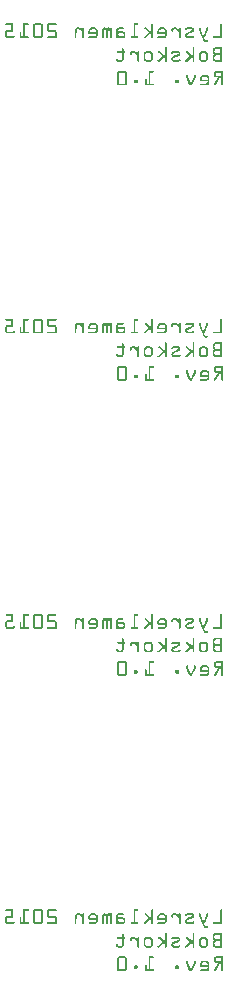
<source format=gbo>
G04 Layer_Color=32896*
%FSLAX25Y25*%
%MOIN*%
G70*
G01*
G75*
G36*
X270255Y71173D02*
X270301Y71167D01*
X270367Y71134D01*
X270393Y71114D01*
X270413Y71101D01*
X270426Y71095D01*
X270432Y71088D01*
X270459Y71055D01*
X270478Y71016D01*
X270505Y70944D01*
X270511Y70911D01*
X270518Y70885D01*
Y70872D01*
Y70865D01*
X270511Y70819D01*
X270505Y70773D01*
X270472Y70707D01*
X270459Y70681D01*
X270445Y70662D01*
X270439Y70648D01*
X270432Y70642D01*
X270393Y70616D01*
X270360Y70596D01*
X270288Y70570D01*
X270255Y70563D01*
X270229Y70557D01*
X269265D01*
Y66863D01*
X270222D01*
X270268Y66857D01*
X270314Y66850D01*
X270380Y66817D01*
X270406Y66798D01*
X270426Y66785D01*
X270439Y66778D01*
X270445Y66772D01*
X270472Y66739D01*
X270492Y66699D01*
X270518Y66627D01*
X270524Y66601D01*
X270531Y66575D01*
Y66562D01*
Y66555D01*
X270524Y66509D01*
X270518Y66463D01*
X270485Y66398D01*
X270472Y66371D01*
X270459Y66352D01*
X270452Y66339D01*
X270445Y66332D01*
X270406Y66299D01*
X270373Y66280D01*
X270301Y66253D01*
X270268Y66247D01*
X270242Y66240D01*
X267710D01*
X267664Y66247D01*
X267618Y66253D01*
X267546Y66286D01*
X267520Y66299D01*
X267500Y66312D01*
X267494Y66319D01*
X267487Y66325D01*
X267454Y66365D01*
X267435Y66398D01*
X267408Y66470D01*
X267402Y66503D01*
X267395Y66529D01*
Y66542D01*
Y66549D01*
Y68162D01*
X267402Y68208D01*
X267408Y68254D01*
X267441Y68326D01*
X267461Y68353D01*
X267474Y68372D01*
X267480Y68379D01*
X267487Y68385D01*
X267520Y68418D01*
X267559Y68438D01*
X267631Y68464D01*
X267664Y68471D01*
X267690Y68477D01*
X267710D01*
X267756Y68471D01*
X267802Y68464D01*
X267867Y68431D01*
X267894Y68411D01*
X267913Y68392D01*
X267927Y68385D01*
X267933Y68379D01*
X267959Y68346D01*
X267979Y68307D01*
X268005Y68234D01*
X268012Y68208D01*
X268018Y68182D01*
Y68169D01*
Y68162D01*
Y66863D01*
X268641D01*
Y71180D01*
X270209D01*
X270255Y71173D01*
D02*
G37*
G36*
X283644Y79047D02*
X283690Y79041D01*
X283756Y79008D01*
X283782Y78988D01*
X283802Y78969D01*
X283815Y78962D01*
X283821Y78956D01*
X283847Y78923D01*
X283867Y78883D01*
X283893Y78811D01*
X283900Y78778D01*
X283907Y78752D01*
Y78739D01*
Y78732D01*
Y74423D01*
X283900Y74377D01*
X283893Y74331D01*
X283861Y74265D01*
X283847Y74239D01*
X283834Y74219D01*
X283828Y74206D01*
X283821Y74199D01*
X283782Y74173D01*
X283749Y74154D01*
X283677Y74127D01*
X283644Y74121D01*
X283618Y74114D01*
X283598D01*
X283552Y74121D01*
X283506Y74127D01*
X283434Y74160D01*
X283408Y74173D01*
X283388Y74186D01*
X283382Y74193D01*
X283375Y74199D01*
X283342Y74239D01*
X283323Y74272D01*
X283296Y74344D01*
X283290Y74377D01*
X283283Y74403D01*
Y74416D01*
Y74423D01*
Y75367D01*
X282962Y75643D01*
X281289Y74199D01*
X281250Y74173D01*
X281210Y74154D01*
X281132Y74127D01*
X281105Y74121D01*
X281079Y74114D01*
X281060D01*
X281014Y74121D01*
X280968Y74127D01*
X280895Y74167D01*
X280869Y74180D01*
X280850Y74199D01*
X280843Y74206D01*
X280837Y74213D01*
X280804Y74252D01*
X280784Y74291D01*
X280758Y74357D01*
X280751Y74390D01*
X280745Y74409D01*
Y74423D01*
Y74429D01*
X280751Y74475D01*
X280758Y74514D01*
X280791Y74580D01*
X280810Y74600D01*
X280830Y74619D01*
X280837Y74626D01*
X280843Y74632D01*
X282470Y76049D01*
X281145Y77158D01*
X281112Y77191D01*
X281086Y77230D01*
X281073Y77270D01*
X281060Y77302D01*
X281053Y77335D01*
X281046Y77361D01*
Y77375D01*
Y77381D01*
X281053Y77427D01*
X281060Y77473D01*
X281092Y77545D01*
X281112Y77571D01*
X281125Y77591D01*
X281132Y77597D01*
X281138Y77604D01*
X281171Y77637D01*
X281210Y77663D01*
X281250Y77676D01*
X281283Y77689D01*
X281315Y77696D01*
X281342Y77702D01*
X281361D01*
X281407Y77696D01*
X281453Y77689D01*
X281525Y77657D01*
X281558Y77637D01*
X281578Y77624D01*
X281591Y77617D01*
X281597Y77611D01*
X283283Y76181D01*
Y78732D01*
X283290Y78778D01*
X283296Y78824D01*
X283329Y78896D01*
X283349Y78923D01*
X283362Y78942D01*
X283369Y78949D01*
X283375Y78956D01*
X283408Y78988D01*
X283447Y79014D01*
X283487Y79028D01*
X283520Y79041D01*
X283552Y79047D01*
X283579Y79054D01*
X283598D01*
X283644Y79047D01*
D02*
G37*
G36*
X274447D02*
X274493Y79041D01*
X274559Y79008D01*
X274585Y78988D01*
X274605Y78969D01*
X274618Y78962D01*
X274624Y78956D01*
X274650Y78923D01*
X274670Y78883D01*
X274696Y78811D01*
X274703Y78778D01*
X274709Y78752D01*
Y78739D01*
Y78732D01*
Y74423D01*
X274703Y74377D01*
X274696Y74331D01*
X274663Y74265D01*
X274650Y74239D01*
X274637Y74219D01*
X274631Y74206D01*
X274624Y74199D01*
X274585Y74173D01*
X274552Y74154D01*
X274480Y74127D01*
X274447Y74121D01*
X274421Y74114D01*
X274401D01*
X274355Y74121D01*
X274309Y74127D01*
X274237Y74160D01*
X274211Y74173D01*
X274191Y74186D01*
X274185Y74193D01*
X274178Y74199D01*
X274145Y74239D01*
X274126Y74272D01*
X274099Y74344D01*
X274093Y74377D01*
X274086Y74403D01*
Y74416D01*
Y74423D01*
Y75367D01*
X273765Y75643D01*
X272092Y74199D01*
X272053Y74173D01*
X272013Y74154D01*
X271935Y74127D01*
X271908Y74121D01*
X271882Y74114D01*
X271862D01*
X271816Y74121D01*
X271771Y74127D01*
X271698Y74167D01*
X271672Y74180D01*
X271653Y74199D01*
X271646Y74206D01*
X271639Y74213D01*
X271607Y74252D01*
X271587Y74291D01*
X271561Y74357D01*
X271554Y74390D01*
X271548Y74409D01*
Y74423D01*
Y74429D01*
X271554Y74475D01*
X271561Y74514D01*
X271593Y74580D01*
X271613Y74600D01*
X271633Y74619D01*
X271639Y74626D01*
X271646Y74632D01*
X273273Y76049D01*
X271948Y77158D01*
X271915Y77191D01*
X271889Y77230D01*
X271876Y77270D01*
X271862Y77302D01*
X271856Y77335D01*
X271849Y77361D01*
Y77375D01*
Y77381D01*
X271856Y77427D01*
X271862Y77473D01*
X271895Y77545D01*
X271915Y77571D01*
X271928Y77591D01*
X271935Y77597D01*
X271941Y77604D01*
X271974Y77637D01*
X272013Y77663D01*
X272053Y77676D01*
X272085Y77689D01*
X272118Y77696D01*
X272145Y77702D01*
X272164D01*
X272210Y77696D01*
X272256Y77689D01*
X272328Y77657D01*
X272361Y77637D01*
X272381Y77624D01*
X272394Y77617D01*
X272400Y77611D01*
X274086Y76181D01*
Y78732D01*
X274093Y78778D01*
X274099Y78824D01*
X274132Y78896D01*
X274152Y78923D01*
X274165Y78942D01*
X274171Y78949D01*
X274178Y78956D01*
X274211Y78988D01*
X274250Y79014D01*
X274290Y79028D01*
X274322Y79041D01*
X274355Y79047D01*
X274381Y79054D01*
X274401D01*
X274447Y79047D01*
D02*
G37*
G36*
X265250Y77696D02*
X265296Y77689D01*
X265361Y77657D01*
X265388Y77637D01*
X265407Y77617D01*
X265421Y77611D01*
X265427Y77604D01*
X265453Y77571D01*
X265473Y77532D01*
X265499Y77460D01*
X265506Y77427D01*
X265512Y77401D01*
Y77388D01*
Y77381D01*
Y74423D01*
X265506Y74377D01*
X265499Y74331D01*
X265466Y74265D01*
X265453Y74239D01*
X265440Y74219D01*
X265434Y74206D01*
X265427Y74199D01*
X265388Y74173D01*
X265355Y74154D01*
X265283Y74127D01*
X265250Y74121D01*
X265224Y74114D01*
X265204D01*
X265158Y74121D01*
X265119Y74127D01*
X265047Y74160D01*
X265020Y74173D01*
X265001Y74186D01*
X264994Y74193D01*
X264987Y74199D01*
X264955Y74239D01*
X264929Y74272D01*
X264915Y74311D01*
X264902Y74344D01*
X264896Y74377D01*
X264889Y74403D01*
Y74416D01*
Y74423D01*
Y76174D01*
X264003Y76942D01*
X263945Y76987D01*
X263892Y77020D01*
X263840Y77047D01*
X263800Y77060D01*
X263767Y77073D01*
X263735Y77079D01*
X263308D01*
X263262Y77073D01*
X263216Y77066D01*
X263144Y77033D01*
X263118Y77014D01*
X263098Y77001D01*
X263092Y76994D01*
X263085Y76987D01*
X263052Y76955D01*
X263033Y76915D01*
X263006Y76843D01*
X263000Y76810D01*
X262993Y76784D01*
Y76771D01*
Y76764D01*
Y76587D01*
X262987Y76541D01*
X262980Y76495D01*
X262947Y76430D01*
X262934Y76404D01*
X262921Y76384D01*
X262915Y76371D01*
X262908Y76364D01*
X262869Y76338D01*
X262836Y76318D01*
X262764Y76292D01*
X262731Y76285D01*
X262705Y76279D01*
X262685D01*
X262639Y76285D01*
X262593Y76292D01*
X262521Y76325D01*
X262495Y76345D01*
X262475Y76358D01*
X262469Y76364D01*
X262462Y76371D01*
X262429Y76410D01*
X262409Y76443D01*
X262383Y76515D01*
X262377Y76548D01*
X262370Y76574D01*
Y76587D01*
Y76594D01*
Y76764D01*
X262383Y76902D01*
X262416Y77033D01*
X262455Y77145D01*
X262508Y77243D01*
X262560Y77322D01*
X262600Y77381D01*
X262632Y77414D01*
X262646Y77427D01*
X262751Y77519D01*
X262862Y77584D01*
X262974Y77637D01*
X263079Y77670D01*
X263170Y77689D01*
X263243Y77696D01*
X263269Y77702D01*
X263767D01*
X263879Y77689D01*
X263990Y77663D01*
X264095Y77617D01*
X264187Y77571D01*
X264266Y77519D01*
X264332Y77473D01*
X264371Y77447D01*
X264377Y77434D01*
X264384D01*
X264889Y77001D01*
Y77381D01*
X264896Y77427D01*
X264902Y77473D01*
X264935Y77545D01*
X264955Y77571D01*
X264968Y77591D01*
X264974Y77597D01*
X264981Y77604D01*
X265014Y77637D01*
X265053Y77663D01*
X265092Y77676D01*
X265125Y77689D01*
X265158Y77696D01*
X265184Y77702D01*
X265204D01*
X265250Y77696D01*
D02*
G37*
G36*
X232830Y86921D02*
X232916Y86902D01*
X232981Y86869D01*
X233047Y86836D01*
X233093Y86803D01*
X233132Y86770D01*
X233158Y86751D01*
X233165Y86744D01*
X233224Y86679D01*
X233270Y86606D01*
X233296Y86534D01*
X233322Y86469D01*
X233335Y86410D01*
X233342Y86364D01*
Y86338D01*
Y86324D01*
Y82585D01*
X233335Y82493D01*
X233316Y82415D01*
X233290Y82342D01*
X233257Y82277D01*
X233224Y82231D01*
X233198Y82191D01*
X233178Y82165D01*
X233172Y82159D01*
X233099Y82100D01*
X233027Y82060D01*
X232962Y82028D01*
X232889Y82008D01*
X232830Y81995D01*
X232785Y81988D01*
X230797D01*
X230705Y81995D01*
X230626Y82014D01*
X230554Y82041D01*
X230488Y82073D01*
X230443Y82106D01*
X230403Y82133D01*
X230377Y82152D01*
X230370Y82159D01*
X230311Y82231D01*
X230265Y82303D01*
X230239Y82369D01*
X230213Y82441D01*
X230200Y82500D01*
X230193Y82546D01*
Y82572D01*
Y82585D01*
Y86324D01*
X230200Y86410D01*
X230220Y86495D01*
X230252Y86567D01*
X230279Y86626D01*
X230311Y86679D01*
X230344Y86711D01*
X230364Y86738D01*
X230370Y86744D01*
X230436Y86803D01*
X230508Y86849D01*
X230580Y86882D01*
X230646Y86908D01*
X230705Y86921D01*
X230751Y86928D01*
X232745D01*
X232830Y86921D01*
D02*
G37*
G36*
X223436Y84146D02*
X221541D01*
Y82611D01*
X222990D01*
X223049Y82618D01*
X223095Y82631D01*
X223135Y82644D01*
X223141Y82651D01*
X223148D01*
X223561Y82828D01*
X223646Y82861D01*
X223712Y82880D01*
X223738Y82887D01*
X223778D01*
X223817Y82880D01*
X223856Y82874D01*
X223922Y82841D01*
X223948Y82821D01*
X223968Y82808D01*
X223974Y82802D01*
X223981Y82795D01*
X224007Y82762D01*
X224027Y82723D01*
X224053Y82651D01*
X224060Y82618D01*
X224066Y82592D01*
Y82579D01*
Y82572D01*
X224060Y82500D01*
X224040Y82434D01*
X224007Y82382D01*
X223974Y82342D01*
X223942Y82316D01*
X223909Y82290D01*
X223889Y82283D01*
X223883Y82277D01*
X223404Y82080D01*
X223325Y82047D01*
X223246Y82028D01*
X223181Y82008D01*
X223122Y82001D01*
X223069Y81995D01*
X223030Y81988D01*
X221547D01*
X221455Y81995D01*
X221370Y82014D01*
X221298Y82047D01*
X221232Y82080D01*
X221180Y82113D01*
X221141Y82146D01*
X221114Y82165D01*
X221108Y82172D01*
X221042Y82244D01*
X220996Y82316D01*
X220963Y82395D01*
X220944Y82460D01*
X220924Y82520D01*
X220917Y82572D01*
Y82598D01*
Y82611D01*
Y84140D01*
X220924Y84232D01*
X220944Y84317D01*
X220976Y84389D01*
X221009Y84455D01*
X221049Y84507D01*
X221075Y84547D01*
X221101Y84573D01*
X221108Y84579D01*
X221180Y84645D01*
X221252Y84691D01*
X221324Y84724D01*
X221396Y84743D01*
X221455Y84763D01*
X221501Y84770D01*
X222807D01*
Y86305D01*
X221232D01*
X221186Y86311D01*
X221141Y86318D01*
X221068Y86351D01*
X221042Y86364D01*
X221022Y86377D01*
X221016Y86383D01*
X221009Y86390D01*
X220976Y86429D01*
X220957Y86462D01*
X220931Y86534D01*
X220924Y86567D01*
X220917Y86593D01*
Y86606D01*
Y86613D01*
X220924Y86659D01*
X220931Y86698D01*
X220963Y86770D01*
X220983Y86797D01*
X221003Y86816D01*
X221009Y86823D01*
X221016Y86830D01*
X221049Y86862D01*
X221088Y86888D01*
X221127Y86902D01*
X221160Y86915D01*
X221186Y86921D01*
X221213Y86928D01*
X223436D01*
Y84146D01*
D02*
G37*
G36*
X285730Y85576D02*
X285776Y85570D01*
X285842Y85537D01*
X285868Y85518D01*
X285888Y85498D01*
X285901Y85491D01*
X285907Y85485D01*
X285940Y85452D01*
X285960Y85413D01*
X285986Y85340D01*
X285993Y85314D01*
X285999Y85288D01*
Y85275D01*
Y85268D01*
Y84789D01*
X286845Y82894D01*
X287062D01*
X287882Y84796D01*
Y85262D01*
X287889Y85308D01*
X287895Y85353D01*
X287928Y85426D01*
X287948Y85452D01*
X287967Y85472D01*
X287974Y85478D01*
X287980Y85485D01*
X288013Y85518D01*
X288053Y85537D01*
X288125Y85563D01*
X288157Y85570D01*
X288184Y85576D01*
X288203D01*
X288249Y85570D01*
X288289Y85563D01*
X288361Y85531D01*
X288387Y85511D01*
X288400Y85498D01*
X288413Y85491D01*
X288420Y85485D01*
X288446Y85452D01*
X288466Y85413D01*
X288492Y85340D01*
X288499Y85308D01*
X288505Y85281D01*
Y85268D01*
Y85262D01*
Y84658D01*
X287574Y82480D01*
X287534Y82408D01*
X287488Y82356D01*
X287436Y82316D01*
X287390Y82290D01*
X287344Y82277D01*
X287305Y82270D01*
X287278Y82264D01*
X287114D01*
X287547Y81273D01*
X288210D01*
X288256Y81267D01*
X288302Y81260D01*
X288367Y81234D01*
X288394Y81214D01*
X288413Y81201D01*
X288426Y81194D01*
X288433Y81188D01*
X288459Y81155D01*
X288479Y81116D01*
X288505Y81044D01*
X288512Y81011D01*
X288518Y80984D01*
Y80971D01*
Y80965D01*
X288512Y80919D01*
X288505Y80873D01*
X288472Y80807D01*
X288459Y80781D01*
X288446Y80761D01*
X288439Y80748D01*
X288433Y80742D01*
X288394Y80709D01*
X288361Y80689D01*
X288289Y80663D01*
X288256Y80656D01*
X288230Y80650D01*
X287344D01*
X287272Y80656D01*
X287206Y80683D01*
X287160Y80716D01*
X287114Y80755D01*
X287088Y80794D01*
X287062Y80827D01*
X287055Y80853D01*
X287049Y80860D01*
X285369Y84658D01*
Y85268D01*
X285376Y85314D01*
X285383Y85353D01*
X285415Y85426D01*
X285435Y85452D01*
X285455Y85472D01*
X285461Y85478D01*
X285468Y85485D01*
X285501Y85518D01*
X285540Y85544D01*
X285579Y85557D01*
X285612Y85570D01*
X285638Y85576D01*
X285665Y85583D01*
X285684D01*
X285730Y85576D01*
D02*
G37*
G36*
X284057Y69822D02*
X284103Y69815D01*
X284169Y69783D01*
X284195Y69763D01*
X284215Y69750D01*
X284228Y69743D01*
X284235Y69737D01*
X284261Y69704D01*
X284281Y69665D01*
X284307Y69592D01*
X284313Y69560D01*
X284320Y69533D01*
Y69520D01*
Y69514D01*
Y68910D01*
X283244Y66463D01*
X283205Y66391D01*
X283152Y66332D01*
X283100Y66293D01*
X283047Y66266D01*
X283001Y66253D01*
X282962Y66247D01*
X282936Y66240D01*
X282529D01*
X282470Y66247D01*
X282411Y66273D01*
X282365Y66306D01*
X282326Y66352D01*
X282293Y66391D01*
X282273Y66424D01*
X282260Y66450D01*
X282254Y66457D01*
X281165Y68917D01*
Y69514D01*
X281171Y69560D01*
X281178Y69605D01*
X281210Y69678D01*
X281230Y69704D01*
X281243Y69723D01*
X281250Y69730D01*
X281256Y69737D01*
X281289Y69769D01*
X281329Y69789D01*
X281401Y69815D01*
X281434Y69822D01*
X281460Y69828D01*
X281480D01*
X281525Y69822D01*
X281571Y69815D01*
X281637Y69783D01*
X281663Y69763D01*
X281683Y69750D01*
X281696Y69743D01*
X281702Y69737D01*
X281735Y69704D01*
X281755Y69665D01*
X281781Y69592D01*
X281788Y69560D01*
X281794Y69533D01*
Y69520D01*
Y69514D01*
X281801Y69041D01*
X282746Y66896D01*
X283697Y69035D01*
Y69514D01*
X283703Y69560D01*
X283710Y69605D01*
X283743Y69678D01*
X283762Y69704D01*
X283775Y69723D01*
X283782Y69730D01*
X283789Y69737D01*
X283821Y69769D01*
X283861Y69789D01*
X283933Y69815D01*
X283966Y69822D01*
X283992Y69828D01*
X284012D01*
X284057Y69822D01*
D02*
G37*
G36*
X287383Y77696D02*
X287462Y77689D01*
X287613Y77644D01*
X287757Y77584D01*
X287875Y77519D01*
X287980Y77453D01*
X288020Y77420D01*
X288059Y77394D01*
X288085Y77368D01*
X288105Y77348D01*
X288118Y77342D01*
X288125Y77335D01*
X288190Y77270D01*
X288249Y77197D01*
X288302Y77132D01*
X288341Y77066D01*
X288381Y77001D01*
X288413Y76935D01*
X288459Y76817D01*
X288485Y76718D01*
X288492Y76673D01*
X288499Y76640D01*
X288505Y76607D01*
Y76587D01*
Y76574D01*
Y76568D01*
Y75243D01*
X288499Y75170D01*
X288485Y75092D01*
X288472Y75020D01*
X288446Y74954D01*
X288381Y74823D01*
X288308Y74705D01*
X288243Y74613D01*
X288210Y74573D01*
X288177Y74541D01*
X288151Y74514D01*
X288138Y74495D01*
X288125Y74481D01*
X288118Y74475D01*
X288046Y74409D01*
X287967Y74357D01*
X287895Y74311D01*
X287823Y74265D01*
X287685Y74199D01*
X287561Y74160D01*
X287456Y74134D01*
X287410Y74127D01*
X287370Y74121D01*
X287337Y74114D01*
X286563D01*
X286485Y74121D01*
X286406Y74127D01*
X286262Y74167D01*
X286124Y74226D01*
X285999Y74291D01*
X285894Y74357D01*
X285855Y74390D01*
X285816Y74416D01*
X285789Y74436D01*
X285770Y74455D01*
X285756Y74462D01*
X285750Y74468D01*
X285678Y74534D01*
X285619Y74606D01*
X285566Y74672D01*
X285520Y74737D01*
X285481Y74803D01*
X285448Y74869D01*
X285402Y74987D01*
X285369Y75092D01*
X285363Y75138D01*
X285356Y75170D01*
X285350Y75203D01*
Y75223D01*
Y75236D01*
Y75243D01*
Y76568D01*
X285356Y76646D01*
X285369Y76725D01*
X285389Y76797D01*
X285409Y76869D01*
X285474Y77001D01*
X285547Y77119D01*
X285625Y77217D01*
X285658Y77256D01*
X285684Y77289D01*
X285711Y77315D01*
X285730Y77335D01*
X285743Y77342D01*
X285750Y77348D01*
X285822Y77414D01*
X285901Y77466D01*
X285973Y77512D01*
X286045Y77558D01*
X286183Y77617D01*
X286301Y77663D01*
X286413Y77683D01*
X286452Y77696D01*
X286491D01*
X286524Y77702D01*
X287298D01*
X287383Y77696D01*
D02*
G37*
G36*
X278554Y77689D02*
X278665Y77663D01*
X278764Y77624D01*
X278849Y77578D01*
X278914Y77532D01*
X278967Y77493D01*
X278993Y77466D01*
X279006Y77453D01*
X279085Y77361D01*
X279137Y77263D01*
X279177Y77165D01*
X279210Y77073D01*
X279223Y76994D01*
X279229Y76935D01*
X279236Y76909D01*
Y76889D01*
Y76882D01*
Y76876D01*
X279229Y76797D01*
X279216Y76718D01*
X279197Y76646D01*
X279170Y76587D01*
X279151Y76535D01*
X279131Y76489D01*
X279118Y76463D01*
X279111Y76456D01*
X279059Y76384D01*
X279000Y76325D01*
X278934Y76272D01*
X278875Y76227D01*
X278823Y76194D01*
X278777Y76168D01*
X278750Y76154D01*
X278737Y76148D01*
X277058Y75393D01*
X276986Y75354D01*
X276933Y75301D01*
X276901Y75256D01*
X276874Y75203D01*
X276861Y75157D01*
X276848Y75118D01*
Y75092D01*
Y75085D01*
X276855Y75033D01*
X276861Y74987D01*
X276894Y74914D01*
X276914Y74882D01*
X276933Y74862D01*
X276940Y74849D01*
X276946Y74842D01*
X276979Y74809D01*
X277019Y74783D01*
X277058Y74764D01*
X277097Y74751D01*
X277130Y74744D01*
X277150Y74737D01*
X278337D01*
X278429Y74744D01*
X278508Y74757D01*
X278573Y74777D01*
X278632Y74803D01*
X278672Y74829D01*
X278705Y74849D01*
X278724Y74862D01*
X278731Y74869D01*
X278783Y74914D01*
X278829Y74947D01*
X278875Y74973D01*
X278908Y74987D01*
X278941Y75000D01*
X278967Y75006D01*
X278987D01*
X279039Y75000D01*
X279085Y74993D01*
X279124Y74973D01*
X279157Y74960D01*
X279183Y74941D01*
X279203Y74921D01*
X279216Y74914D01*
X279223Y74908D01*
X279249Y74875D01*
X279269Y74836D01*
X279295Y74764D01*
X279301Y74737D01*
X279308Y74711D01*
Y74698D01*
Y74691D01*
X279295Y74626D01*
X279262Y74554D01*
X279223Y74488D01*
X279170Y74436D01*
X279118Y74383D01*
X279078Y74344D01*
X279046Y74318D01*
X279032Y74311D01*
X278927Y74245D01*
X278816Y74199D01*
X278718Y74160D01*
X278619Y74140D01*
X278540Y74127D01*
X278475Y74121D01*
X278455Y74114D01*
X277156D01*
X277025Y74127D01*
X276901Y74160D01*
X276796Y74199D01*
X276697Y74252D01*
X276618Y74304D01*
X276566Y74344D01*
X276527Y74377D01*
X276513Y74390D01*
X276461Y74442D01*
X276415Y74501D01*
X276349Y74613D01*
X276297Y74731D01*
X276258Y74836D01*
X276238Y74928D01*
X276231Y75006D01*
X276225Y75033D01*
Y75052D01*
Y75065D01*
Y75072D01*
X276231Y75183D01*
X276251Y75282D01*
X276277Y75380D01*
X276304Y75459D01*
X276336Y75525D01*
X276363Y75577D01*
X276382Y75603D01*
X276389Y75616D01*
X276454Y75702D01*
X276520Y75780D01*
X276592Y75840D01*
X276658Y75892D01*
X276717Y75931D01*
X276763Y75958D01*
X276789Y75971D01*
X276802Y75977D01*
X278468Y76718D01*
X278514Y76745D01*
X278547Y76771D01*
X278573Y76804D01*
X278586Y76830D01*
X278600Y76863D01*
X278606Y76882D01*
Y76896D01*
Y76902D01*
X278600Y76961D01*
X278573Y77007D01*
X278540Y77033D01*
X278501Y77060D01*
X278468Y77073D01*
X278435Y77079D01*
X276986D01*
X276933Y77073D01*
X276887Y77060D01*
X276809Y77014D01*
X276776Y76987D01*
X276750Y76961D01*
X276736Y76948D01*
X276730Y76942D01*
X276684Y76896D01*
X276631Y76863D01*
X276586Y76843D01*
X276546Y76830D01*
X276507Y76817D01*
X276481Y76810D01*
X276454D01*
X276409Y76817D01*
X276369Y76824D01*
X276304Y76856D01*
X276277Y76869D01*
X276258Y76882D01*
X276251Y76889D01*
X276244Y76896D01*
X276212Y76928D01*
X276185Y76968D01*
X276172Y77001D01*
X276159Y77033D01*
X276153Y77066D01*
X276146Y77092D01*
Y77105D01*
Y77112D01*
X276159Y77184D01*
X276185Y77250D01*
X276231Y77315D01*
X276277Y77375D01*
X276323Y77427D01*
X276369Y77466D01*
X276395Y77493D01*
X276409Y77499D01*
X276507Y77565D01*
X276605Y77617D01*
X276710Y77650D01*
X276802Y77676D01*
X276881Y77689D01*
X276940Y77702D01*
X278429D01*
X278554Y77689D01*
D02*
G37*
G36*
X268989Y77696D02*
X269068Y77689D01*
X269219Y77644D01*
X269363Y77584D01*
X269481Y77519D01*
X269586Y77453D01*
X269625Y77420D01*
X269665Y77394D01*
X269691Y77368D01*
X269711Y77348D01*
X269724Y77342D01*
X269730Y77335D01*
X269796Y77270D01*
X269855Y77197D01*
X269907Y77132D01*
X269947Y77066D01*
X269986Y77001D01*
X270019Y76935D01*
X270065Y76817D01*
X270091Y76718D01*
X270098Y76673D01*
X270104Y76640D01*
X270111Y76607D01*
Y76587D01*
Y76574D01*
Y76568D01*
Y75243D01*
X270104Y75170D01*
X270091Y75092D01*
X270078Y75020D01*
X270052Y74954D01*
X269986Y74823D01*
X269914Y74705D01*
X269848Y74613D01*
X269816Y74573D01*
X269783Y74541D01*
X269757Y74514D01*
X269743Y74495D01*
X269730Y74481D01*
X269724Y74475D01*
X269652Y74409D01*
X269573Y74357D01*
X269501Y74311D01*
X269429Y74265D01*
X269291Y74199D01*
X269166Y74160D01*
X269061Y74134D01*
X269015Y74127D01*
X268976Y74121D01*
X268943Y74114D01*
X268169D01*
X268090Y74121D01*
X268012Y74127D01*
X267867Y74167D01*
X267730Y74226D01*
X267605Y74291D01*
X267500Y74357D01*
X267461Y74390D01*
X267421Y74416D01*
X267395Y74436D01*
X267375Y74455D01*
X267362Y74462D01*
X267356Y74468D01*
X267284Y74534D01*
X267225Y74606D01*
X267172Y74672D01*
X267126Y74737D01*
X267087Y74803D01*
X267054Y74869D01*
X267008Y74987D01*
X266975Y75092D01*
X266969Y75138D01*
X266962Y75170D01*
X266955Y75203D01*
Y75223D01*
Y75236D01*
Y75243D01*
Y76568D01*
X266962Y76646D01*
X266975Y76725D01*
X266995Y76797D01*
X267015Y76869D01*
X267080Y77001D01*
X267152Y77119D01*
X267231Y77217D01*
X267264Y77256D01*
X267290Y77289D01*
X267316Y77315D01*
X267336Y77335D01*
X267349Y77342D01*
X267356Y77348D01*
X267428Y77414D01*
X267507Y77466D01*
X267579Y77512D01*
X267651Y77558D01*
X267789Y77617D01*
X267907Y77663D01*
X268018Y77683D01*
X268058Y77696D01*
X268097D01*
X268130Y77702D01*
X268904D01*
X268989Y77696D01*
D02*
G37*
G36*
X293110Y74114D02*
X291208D01*
X291109Y74121D01*
X291018Y74127D01*
X290854Y74173D01*
X290703Y74232D01*
X290571Y74298D01*
X290512Y74331D01*
X290467Y74363D01*
X290421Y74396D01*
X290388Y74423D01*
X290362Y74449D01*
X290342Y74468D01*
X290329Y74475D01*
X290322Y74481D01*
X290257Y74554D01*
X290198Y74626D01*
X290152Y74698D01*
X290112Y74777D01*
X290047Y74921D01*
X290001Y75065D01*
X289975Y75183D01*
X289968Y75236D01*
X289961Y75282D01*
X289955Y75315D01*
Y75348D01*
Y75361D01*
Y75367D01*
Y75643D01*
X289961Y75741D01*
X289975Y75840D01*
X289994Y75931D01*
X290020Y76023D01*
X290093Y76181D01*
X290165Y76318D01*
X290211Y76377D01*
X290244Y76430D01*
X290283Y76476D01*
X290316Y76515D01*
X290342Y76548D01*
X290362Y76568D01*
X290375Y76581D01*
X290381Y76587D01*
X290309Y76660D01*
X290244Y76738D01*
X290184Y76817D01*
X290132Y76896D01*
X290093Y76981D01*
X290060Y77060D01*
X290007Y77204D01*
X289988Y77276D01*
X289975Y77335D01*
X289968Y77394D01*
X289961Y77440D01*
X289955Y77479D01*
Y77506D01*
Y77525D01*
Y77532D01*
Y77794D01*
X289961Y77893D01*
X289968Y77985D01*
X290014Y78149D01*
X290073Y78299D01*
X290139Y78431D01*
X290171Y78490D01*
X290204Y78536D01*
X290237Y78582D01*
X290263Y78614D01*
X290289Y78641D01*
X290309Y78660D01*
X290316Y78673D01*
X290322Y78680D01*
X290394Y78746D01*
X290467Y78805D01*
X290539Y78851D01*
X290617Y78896D01*
X290690Y78936D01*
X290762Y78962D01*
X290899Y79008D01*
X291024Y79034D01*
X291077Y79041D01*
X291123Y79047D01*
X291155Y79054D01*
X293110D01*
Y74114D01*
D02*
G37*
G36*
X264719Y68202D02*
X264765Y68195D01*
X264830Y68162D01*
X264856Y68143D01*
X264876Y68129D01*
X264889Y68123D01*
X264896Y68116D01*
X264929Y68084D01*
X264948Y68044D01*
X264974Y67972D01*
X264981Y67939D01*
X264988Y67913D01*
Y67900D01*
Y67893D01*
Y67355D01*
X264981Y67309D01*
X264974Y67270D01*
X264942Y67198D01*
X264929Y67172D01*
X264915Y67159D01*
X264909Y67145D01*
X264902Y67139D01*
X264863Y67106D01*
X264830Y67086D01*
X264758Y67060D01*
X264725Y67054D01*
X264699Y67047D01*
X264036D01*
X263990Y67054D01*
X263945Y67060D01*
X263872Y67093D01*
X263846Y67113D01*
X263826Y67126D01*
X263820Y67132D01*
X263813Y67139D01*
X263781Y67178D01*
X263761Y67211D01*
X263735Y67283D01*
X263728Y67316D01*
X263721Y67342D01*
Y67355D01*
Y67362D01*
Y67893D01*
X263728Y67939D01*
X263735Y67985D01*
X263768Y68057D01*
X263787Y68084D01*
X263807Y68103D01*
X263813Y68110D01*
X263820Y68116D01*
X263853Y68149D01*
X263892Y68169D01*
X263964Y68195D01*
X263990Y68202D01*
X264017Y68208D01*
X264673D01*
X264719Y68202D01*
D02*
G37*
G36*
X278514D02*
X278560Y68195D01*
X278626Y68162D01*
X278652Y68143D01*
X278672Y68129D01*
X278685Y68123D01*
X278692Y68116D01*
X278724Y68084D01*
X278744Y68044D01*
X278770Y67972D01*
X278777Y67939D01*
X278783Y67913D01*
Y67900D01*
Y67893D01*
Y67355D01*
X278777Y67309D01*
X278770Y67270D01*
X278737Y67198D01*
X278724Y67172D01*
X278711Y67159D01*
X278705Y67145D01*
X278698Y67139D01*
X278659Y67106D01*
X278626Y67086D01*
X278554Y67060D01*
X278521Y67054D01*
X278495Y67047D01*
X277832D01*
X277786Y67054D01*
X277740Y67060D01*
X277668Y67093D01*
X277642Y67113D01*
X277622Y67126D01*
X277616Y67132D01*
X277609Y67139D01*
X277576Y67178D01*
X277557Y67211D01*
X277530Y67283D01*
X277524Y67316D01*
X277517Y67342D01*
Y67355D01*
Y67362D01*
Y67893D01*
X277524Y67939D01*
X277530Y67985D01*
X277563Y68057D01*
X277583Y68084D01*
X277603Y68103D01*
X277609Y68110D01*
X277616Y68116D01*
X277648Y68149D01*
X277688Y68169D01*
X277760Y68195D01*
X277786Y68202D01*
X277812Y68208D01*
X278468D01*
X278514Y68202D01*
D02*
G37*
G36*
X260022Y78772D02*
X260068Y78765D01*
X260133Y78732D01*
X260159Y78713D01*
X260179Y78700D01*
X260192Y78693D01*
X260199Y78686D01*
X260225Y78654D01*
X260245Y78614D01*
X260271Y78542D01*
X260277Y78509D01*
X260284Y78483D01*
Y78470D01*
Y78464D01*
Y77702D01*
X260612D01*
X260658Y77696D01*
X260697Y77689D01*
X260769Y77657D01*
X260796Y77637D01*
X260809Y77624D01*
X260822Y77617D01*
X260828Y77611D01*
X260855Y77578D01*
X260874Y77539D01*
X260901Y77466D01*
X260907Y77434D01*
X260914Y77407D01*
Y77394D01*
Y77388D01*
X260907Y77342D01*
X260901Y77296D01*
X260868Y77230D01*
X260855Y77204D01*
X260842Y77184D01*
X260835Y77171D01*
X260828Y77165D01*
X260789Y77138D01*
X260756Y77119D01*
X260684Y77092D01*
X260651Y77086D01*
X260625Y77079D01*
X260284D01*
Y75046D01*
X260271Y74908D01*
X260238Y74777D01*
X260199Y74665D01*
X260146Y74567D01*
X260094Y74488D01*
X260054Y74436D01*
X260022Y74396D01*
X260009Y74383D01*
X259904Y74291D01*
X259785Y74226D01*
X259681Y74180D01*
X259576Y74147D01*
X259484Y74127D01*
X259412Y74121D01*
X259385Y74114D01*
X258716D01*
X258572Y74127D01*
X258441Y74160D01*
X258323Y74199D01*
X258224Y74252D01*
X258145Y74304D01*
X258086Y74344D01*
X258054Y74377D01*
X258040Y74390D01*
X257949Y74495D01*
X257883Y74600D01*
X257837Y74691D01*
X257804Y74777D01*
X257785Y74849D01*
X257778Y74908D01*
X257771Y74941D01*
Y74954D01*
X257778Y75006D01*
X257785Y75046D01*
X257817Y75118D01*
X257837Y75144D01*
X257850Y75170D01*
X257857Y75177D01*
X257863Y75183D01*
X257896Y75216D01*
X257936Y75236D01*
X258008Y75262D01*
X258040Y75269D01*
X258060Y75275D01*
X258086D01*
X258165Y75262D01*
X258231Y75236D01*
X258290Y75190D01*
X258329Y75144D01*
X258362Y75092D01*
X258382Y75046D01*
X258395Y75020D01*
X258401Y75006D01*
X258441Y74914D01*
X258487Y74849D01*
X258539Y74803D01*
X258598Y74770D01*
X258651Y74751D01*
X258697Y74744D01*
X258723Y74737D01*
X259346D01*
X259392Y74744D01*
X259438Y74751D01*
X259503Y74783D01*
X259530Y74803D01*
X259549Y74816D01*
X259562Y74823D01*
X259569Y74829D01*
X259602Y74862D01*
X259621Y74901D01*
X259648Y74973D01*
X259654Y75000D01*
X259661Y75026D01*
Y75039D01*
Y75046D01*
Y77079D01*
X258395D01*
X258349Y77086D01*
X258309Y77092D01*
X258237Y77125D01*
X258211Y77138D01*
X258191Y77152D01*
X258185Y77158D01*
X258178Y77165D01*
X258145Y77204D01*
X258119Y77237D01*
X258106Y77276D01*
X258093Y77309D01*
X258086Y77342D01*
X258080Y77368D01*
Y77381D01*
Y77388D01*
X258086Y77434D01*
X258093Y77473D01*
X258126Y77545D01*
X258145Y77571D01*
X258165Y77591D01*
X258172Y77597D01*
X258178Y77604D01*
X258211Y77637D01*
X258250Y77663D01*
X258290Y77676D01*
X258323Y77689D01*
X258349Y77696D01*
X258375Y77702D01*
X259661D01*
Y78464D01*
X259667Y78509D01*
X259674Y78549D01*
X259707Y78621D01*
X259726Y78647D01*
X259746Y78667D01*
X259753Y78673D01*
X259759Y78680D01*
X259792Y78713D01*
X259831Y78739D01*
X259871Y78752D01*
X259904Y78765D01*
X259930Y78772D01*
X259956Y78778D01*
X259976D01*
X260022Y78772D01*
D02*
G37*
G36*
X237698Y86921D02*
X237744Y86915D01*
X237809Y86882D01*
X237836Y86862D01*
X237855Y86849D01*
X237868Y86843D01*
X237875Y86836D01*
X237901Y86803D01*
X237921Y86764D01*
X237947Y86692D01*
X237954Y86659D01*
X237960Y86633D01*
Y86620D01*
Y86613D01*
X237954Y86567D01*
X237947Y86521D01*
X237914Y86456D01*
X237901Y86429D01*
X237888Y86410D01*
X237882Y86396D01*
X237875Y86390D01*
X237836Y86364D01*
X237803Y86344D01*
X237731Y86318D01*
X237698Y86311D01*
X237672Y86305D01*
X235408D01*
Y84783D01*
X237317D01*
X237409Y84776D01*
X237495Y84756D01*
X237567Y84724D01*
X237632Y84691D01*
X237685Y84651D01*
X237724Y84625D01*
X237750Y84599D01*
X237757Y84592D01*
X237816Y84520D01*
X237862Y84448D01*
X237895Y84369D01*
X237914Y84304D01*
X237928Y84238D01*
X237941Y84192D01*
Y84160D01*
Y84146D01*
Y81988D01*
X235094D01*
X235048Y81995D01*
X235008Y82001D01*
X234936Y82034D01*
X234910Y82047D01*
X234890Y82060D01*
X234884Y82067D01*
X234877Y82073D01*
X234844Y82113D01*
X234818Y82146D01*
X234805Y82185D01*
X234792Y82218D01*
X234785Y82251D01*
X234779Y82277D01*
Y82290D01*
Y82297D01*
X234785Y82342D01*
X234792Y82388D01*
X234825Y82460D01*
X234844Y82487D01*
X234864Y82506D01*
X234871Y82513D01*
X234877Y82520D01*
X234910Y82552D01*
X234949Y82572D01*
X235021Y82598D01*
X235048Y82605D01*
X235074Y82611D01*
X237317D01*
Y84153D01*
X235415D01*
X235323Y84160D01*
X235231Y84179D01*
X235159Y84212D01*
X235094Y84245D01*
X235041Y84278D01*
X235002Y84310D01*
X234976Y84330D01*
X234969Y84337D01*
X234903Y84409D01*
X234857Y84481D01*
X234825Y84560D01*
X234805Y84632D01*
X234785Y84691D01*
X234779Y84737D01*
Y84770D01*
Y84783D01*
Y86298D01*
X234785Y86390D01*
X234805Y86475D01*
X234838Y86547D01*
X234871Y86613D01*
X234910Y86665D01*
X234936Y86705D01*
X234962Y86731D01*
X234969Y86738D01*
X235041Y86803D01*
X235113Y86849D01*
X235192Y86882D01*
X235258Y86902D01*
X235323Y86921D01*
X235369Y86928D01*
X237652D01*
X237698Y86921D01*
D02*
G37*
G36*
X287869Y69822D02*
X287980Y69796D01*
X288079Y69763D01*
X288158Y69723D01*
X288230Y69684D01*
X288282Y69651D01*
X288315Y69625D01*
X288328Y69619D01*
X288584Y69415D01*
X288636Y69369D01*
X288682Y69317D01*
X288728Y69258D01*
X288761Y69205D01*
X288787Y69159D01*
X288807Y69120D01*
X288820Y69094D01*
X288827Y69087D01*
X288860Y69015D01*
X288879Y68949D01*
X288899Y68897D01*
X288905Y68844D01*
X288912Y68812D01*
X288918Y68779D01*
Y68766D01*
Y68759D01*
Y67329D01*
X288912Y67270D01*
X288905Y67211D01*
X288892Y67152D01*
X288873Y67099D01*
X288860Y67047D01*
X288846Y67014D01*
X288840Y66988D01*
X288833Y66981D01*
X288800Y66916D01*
X288761Y66857D01*
X288728Y66811D01*
X288696Y66772D01*
X288663Y66739D01*
X288636Y66712D01*
X288623Y66699D01*
X288617Y66693D01*
X288335Y66450D01*
X288302Y66424D01*
X288256Y66398D01*
X288171Y66352D01*
X288131Y66332D01*
X288099Y66319D01*
X288079Y66306D01*
X288072D01*
X287941Y66266D01*
X287882Y66253D01*
X287829Y66247D01*
X287784D01*
X287751Y66240D01*
X286078D01*
X286032Y66247D01*
X285993Y66253D01*
X285921Y66286D01*
X285894Y66306D01*
X285875Y66319D01*
X285868Y66325D01*
X285861Y66332D01*
X285829Y66365D01*
X285803Y66404D01*
X285789Y66444D01*
X285776Y66476D01*
X285770Y66503D01*
X285763Y66529D01*
Y66542D01*
Y66549D01*
X285770Y66594D01*
X285776Y66640D01*
X285809Y66712D01*
X285829Y66739D01*
X285848Y66758D01*
X285855Y66765D01*
X285861Y66772D01*
X285894Y66804D01*
X285934Y66824D01*
X286006Y66850D01*
X286032Y66857D01*
X286058Y66863D01*
X287692D01*
X287744Y66870D01*
X287790Y66883D01*
X287882Y66922D01*
X287921Y66942D01*
X287948Y66955D01*
X287967Y66968D01*
X287974Y66975D01*
X288151Y67132D01*
X288197Y67178D01*
X288230Y67224D01*
X288256Y67264D01*
X288269Y67309D01*
X288282Y67349D01*
X288289Y67375D01*
Y67395D01*
Y67401D01*
Y67592D01*
X286078D01*
X286032Y67598D01*
X285993Y67605D01*
X285921Y67637D01*
X285894Y67657D01*
X285875Y67670D01*
X285868Y67677D01*
X285861Y67683D01*
X285829Y67716D01*
X285803Y67756D01*
X285789Y67795D01*
X285776Y67828D01*
X285770Y67854D01*
X285763Y67880D01*
Y67893D01*
Y67900D01*
Y68654D01*
X285776Y68812D01*
X285803Y68949D01*
X285842Y69068D01*
X285888Y69159D01*
X285940Y69231D01*
X285980Y69291D01*
X286006Y69317D01*
X286019Y69330D01*
X286255Y69553D01*
X286367Y69645D01*
X286478Y69710D01*
X286583Y69763D01*
X286675Y69796D01*
X286760Y69815D01*
X286819Y69822D01*
X286845Y69828D01*
X287757D01*
X287869Y69822D01*
D02*
G37*
G36*
X293504Y66549D02*
X293497Y66503D01*
X293491Y66457D01*
X293458Y66391D01*
X293445Y66365D01*
X293432Y66345D01*
X293425Y66332D01*
X293419Y66325D01*
X293379Y66299D01*
X293347Y66280D01*
X293274Y66253D01*
X293242Y66247D01*
X293215Y66240D01*
X293196D01*
X293150Y66247D01*
X293104Y66253D01*
X293032Y66286D01*
X293005Y66299D01*
X292986Y66312D01*
X292979Y66319D01*
X292973Y66325D01*
X292940Y66365D01*
X292914Y66398D01*
X292900Y66437D01*
X292887Y66470D01*
X292881Y66503D01*
X292874Y66529D01*
Y66542D01*
Y66549D01*
Y68936D01*
X292428D01*
X290959Y66404D01*
X290919Y66352D01*
X290873Y66312D01*
X290827Y66280D01*
X290781Y66260D01*
X290742Y66247D01*
X290709Y66240D01*
X290677D01*
X290631Y66247D01*
X290591Y66253D01*
X290519Y66286D01*
X290493Y66299D01*
X290473Y66312D01*
X290460Y66319D01*
X290454Y66325D01*
X290421Y66365D01*
X290394Y66398D01*
X290381Y66437D01*
X290368Y66470D01*
X290362Y66503D01*
X290355Y66529D01*
Y66542D01*
Y66549D01*
X290368Y66614D01*
X290388Y66680D01*
X290401Y66706D01*
X290408Y66719D01*
X290421Y66732D01*
Y66739D01*
X291693Y68936D01*
X291293D01*
X291156Y68949D01*
X291024Y68982D01*
X290913Y69022D01*
X290814Y69074D01*
X290736Y69127D01*
X290677Y69166D01*
X290644Y69199D01*
X290631Y69212D01*
X290539Y69317D01*
X290473Y69435D01*
X290421Y69540D01*
X290388Y69645D01*
X290368Y69737D01*
X290362Y69809D01*
X290355Y69835D01*
Y69855D01*
Y69868D01*
Y69874D01*
Y70235D01*
Y70307D01*
X290368Y70373D01*
X290401Y70504D01*
X290447Y70616D01*
X290493Y70714D01*
X290545Y70793D01*
X290591Y70852D01*
X290624Y70885D01*
X290631Y70898D01*
X290637D01*
X290690Y70950D01*
X290742Y70990D01*
X290854Y71062D01*
X290965Y71114D01*
X291070Y71147D01*
X291156Y71167D01*
X291228Y71173D01*
X291254Y71180D01*
X293504D01*
Y66549D01*
D02*
G37*
G36*
X256132Y85570D02*
X256177Y85563D01*
X256243Y85531D01*
X256269Y85511D01*
X256289Y85498D01*
X256302Y85491D01*
X256309Y85485D01*
X256341Y85452D01*
X256361Y85413D01*
X256387Y85340D01*
X256394Y85308D01*
X256400Y85281D01*
Y85268D01*
Y85262D01*
Y82297D01*
X256394Y82251D01*
X256387Y82211D01*
X256355Y82139D01*
X256335Y82113D01*
X256322Y82100D01*
X256315Y82087D01*
X256309Y82080D01*
X256269Y82047D01*
X256237Y82028D01*
X256164Y82001D01*
X256132Y81995D01*
X256105Y81988D01*
X256086D01*
X256040Y81995D01*
X256000Y82001D01*
X255928Y82034D01*
X255902Y82054D01*
X255882Y82067D01*
X255876Y82073D01*
X255869Y82080D01*
X255836Y82113D01*
X255817Y82152D01*
X255790Y82224D01*
X255784Y82251D01*
X255777Y82277D01*
Y82290D01*
Y82297D01*
Y84514D01*
X255331Y84894D01*
X255292Y84927D01*
X255246Y84940D01*
X255220Y84947D01*
X255207D01*
X255161Y84940D01*
X255128Y84921D01*
X255102Y84894D01*
X255088Y84868D01*
X255075Y84835D01*
X255069Y84809D01*
Y84789D01*
Y84783D01*
Y82297D01*
X255062Y82251D01*
X255056Y82205D01*
X255023Y82139D01*
X255003Y82113D01*
X254990Y82093D01*
X254983Y82080D01*
X254977Y82073D01*
X254944Y82047D01*
X254905Y82028D01*
X254833Y82001D01*
X254806Y81995D01*
X254780Y81988D01*
X254761D01*
X254715Y81995D01*
X254669Y82001D01*
X254596Y82034D01*
X254570Y82047D01*
X254551Y82060D01*
X254544Y82067D01*
X254537Y82073D01*
X254505Y82106D01*
X254485Y82146D01*
X254459Y82218D01*
X254452Y82244D01*
X254446Y82270D01*
Y82283D01*
Y82290D01*
Y84573D01*
X254072Y84888D01*
X254019Y84921D01*
X253980Y84940D01*
X253954Y84947D01*
X253941D01*
X253901Y84940D01*
X253868Y84914D01*
X253849Y84881D01*
X253829Y84848D01*
X253822Y84809D01*
X253816Y84776D01*
X253809Y84750D01*
Y84743D01*
X253737Y82297D01*
X253731Y82251D01*
X253724Y82211D01*
X253691Y82139D01*
X253672Y82113D01*
X253658Y82100D01*
X253652Y82087D01*
X253645Y82080D01*
X253606Y82047D01*
X253573Y82028D01*
X253501Y82001D01*
X253468Y81995D01*
X253442Y81988D01*
X253422D01*
X253376Y81995D01*
X253337Y82001D01*
X253265Y82034D01*
X253239Y82054D01*
X253219Y82067D01*
X253212Y82073D01*
X253206Y82080D01*
X253173Y82113D01*
X253147Y82152D01*
X253134Y82191D01*
X253120Y82224D01*
X253114Y82251D01*
X253107Y82277D01*
Y82290D01*
Y82297D01*
X253193Y84842D01*
X253206Y84960D01*
X253239Y85058D01*
X253278Y85150D01*
X253317Y85222D01*
X253357Y85288D01*
X253396Y85327D01*
X253422Y85360D01*
X253429Y85367D01*
X253507Y85439D01*
X253593Y85491D01*
X253678Y85524D01*
X253757Y85550D01*
X253822Y85563D01*
X253881Y85576D01*
X253927D01*
X253993Y85570D01*
X254059Y85563D01*
X254183Y85524D01*
X254295Y85478D01*
X254393Y85419D01*
X254472Y85360D01*
X254531Y85308D01*
X254570Y85268D01*
X254577Y85262D01*
X254583Y85255D01*
X254629Y85314D01*
X254682Y85360D01*
X254728Y85406D01*
X254780Y85439D01*
X254885Y85498D01*
X254983Y85537D01*
X255069Y85557D01*
X255134Y85570D01*
X255161Y85576D01*
X255200D01*
X255318Y85563D01*
X255423Y85537D01*
X255521Y85498D01*
X255607Y85452D01*
X255679Y85406D01*
X255731Y85367D01*
X255764Y85340D01*
X255777Y85327D01*
X255810Y85413D01*
X255856Y85472D01*
X255902Y85518D01*
X255954Y85544D01*
X256007Y85563D01*
X256046Y85570D01*
X256072Y85576D01*
X256086D01*
X256132Y85570D01*
D02*
G37*
G36*
X260822Y71173D02*
X260907Y71154D01*
X260973Y71121D01*
X261038Y71088D01*
X261084Y71055D01*
X261124Y71022D01*
X261150Y71003D01*
X261157Y70996D01*
X261216Y70931D01*
X261262Y70858D01*
X261288Y70786D01*
X261314Y70721D01*
X261327Y70662D01*
X261334Y70616D01*
Y70589D01*
Y70576D01*
Y66837D01*
X261327Y66745D01*
X261308Y66667D01*
X261281Y66594D01*
X261248Y66529D01*
X261216Y66483D01*
X261189Y66444D01*
X261170Y66417D01*
X261163Y66411D01*
X261091Y66352D01*
X261019Y66312D01*
X260953Y66280D01*
X260881Y66260D01*
X260822Y66247D01*
X260776Y66240D01*
X258788D01*
X258697Y66247D01*
X258618Y66266D01*
X258546Y66293D01*
X258480Y66325D01*
X258434Y66358D01*
X258395Y66385D01*
X258369Y66404D01*
X258362Y66411D01*
X258303Y66483D01*
X258257Y66555D01*
X258231Y66621D01*
X258205Y66693D01*
X258191Y66752D01*
X258185Y66798D01*
Y66824D01*
Y66837D01*
Y70576D01*
X258191Y70662D01*
X258211Y70747D01*
X258244Y70819D01*
X258270Y70878D01*
X258303Y70931D01*
X258336Y70963D01*
X258355Y70990D01*
X258362Y70996D01*
X258428Y71055D01*
X258500Y71101D01*
X258572Y71134D01*
X258637Y71160D01*
X258697Y71173D01*
X258742Y71180D01*
X260737D01*
X260822Y71173D01*
D02*
G37*
G36*
X246869Y85570D02*
X246915Y85563D01*
X246980Y85531D01*
X247007Y85511D01*
X247026Y85491D01*
X247039Y85485D01*
X247046Y85478D01*
X247072Y85445D01*
X247092Y85406D01*
X247118Y85334D01*
X247125Y85301D01*
X247131Y85275D01*
Y85262D01*
Y85255D01*
Y82297D01*
X247125Y82251D01*
X247118Y82211D01*
X247085Y82139D01*
X247066Y82113D01*
X247053Y82100D01*
X247046Y82087D01*
X247039Y82080D01*
X247007Y82047D01*
X246967Y82028D01*
X246895Y82001D01*
X246869Y81995D01*
X246843Y81988D01*
X246823D01*
X246777Y81995D01*
X246738Y82001D01*
X246665Y82034D01*
X246639Y82054D01*
X246620Y82067D01*
X246613Y82073D01*
X246606Y82080D01*
X246574Y82113D01*
X246547Y82152D01*
X246534Y82191D01*
X246521Y82224D01*
X246515Y82251D01*
X246508Y82277D01*
Y82290D01*
Y82297D01*
Y84291D01*
X245655Y84842D01*
X245596Y84881D01*
X245537Y84907D01*
X245485Y84927D01*
X245439Y84940D01*
X245399Y84947D01*
X245373Y84953D01*
X245039D01*
X244980Y84947D01*
X244927Y84940D01*
X244881Y84921D01*
X244842Y84901D01*
X244783Y84848D01*
X244737Y84789D01*
X244711Y84730D01*
X244697Y84678D01*
X244691Y84638D01*
Y84632D01*
Y84625D01*
X244592Y82297D01*
X244586Y82244D01*
X244579Y82198D01*
X244566Y82159D01*
X244547Y82126D01*
X244527Y82100D01*
X244514Y82080D01*
X244507Y82073D01*
X244501Y82067D01*
X244468Y82041D01*
X244428Y82021D01*
X244356Y82001D01*
X244330Y81995D01*
X244304Y81988D01*
X244284D01*
X244238Y81995D01*
X244192Y82001D01*
X244120Y82034D01*
X244094Y82054D01*
X244074Y82067D01*
X244068Y82073D01*
X244061Y82080D01*
X244028Y82113D01*
X244009Y82152D01*
X243982Y82224D01*
X243976Y82251D01*
X243969Y82277D01*
Y82290D01*
Y82297D01*
X244061Y84658D01*
X244081Y84796D01*
X244114Y84921D01*
X244166Y85032D01*
X244219Y85130D01*
X244271Y85203D01*
X244310Y85262D01*
X244343Y85294D01*
X244356Y85308D01*
X244461Y85399D01*
X244573Y85465D01*
X244678Y85511D01*
X244776Y85544D01*
X244868Y85563D01*
X244934Y85570D01*
X244960Y85576D01*
X245288D01*
X245419Y85570D01*
X245544Y85550D01*
X245649Y85518D01*
X245747Y85485D01*
X245826Y85452D01*
X245885Y85419D01*
X245924Y85399D01*
X245931Y85393D01*
X245937D01*
X246508Y85052D01*
Y85255D01*
X246515Y85301D01*
X246521Y85347D01*
X246554Y85419D01*
X246574Y85445D01*
X246593Y85465D01*
X246600Y85472D01*
X246606Y85478D01*
X246639Y85511D01*
X246679Y85537D01*
X246718Y85550D01*
X246751Y85563D01*
X246777Y85570D01*
X246803Y85576D01*
X246823D01*
X246869Y85570D01*
D02*
G37*
G36*
X279059D02*
X279105Y85563D01*
X279170Y85531D01*
X279197Y85511D01*
X279216Y85491D01*
X279229Y85485D01*
X279236Y85478D01*
X279262Y85445D01*
X279282Y85406D01*
X279308Y85334D01*
X279315Y85301D01*
X279321Y85275D01*
Y85262D01*
Y85255D01*
Y82297D01*
X279315Y82251D01*
X279308Y82205D01*
X279275Y82139D01*
X279262Y82113D01*
X279249Y82093D01*
X279242Y82080D01*
X279236Y82073D01*
X279197Y82047D01*
X279164Y82028D01*
X279092Y82001D01*
X279059Y81995D01*
X279032Y81988D01*
X279013D01*
X278967Y81995D01*
X278927Y82001D01*
X278855Y82034D01*
X278829Y82047D01*
X278809Y82060D01*
X278803Y82067D01*
X278796Y82073D01*
X278764Y82113D01*
X278737Y82146D01*
X278724Y82185D01*
X278711Y82218D01*
X278705Y82251D01*
X278698Y82277D01*
Y82290D01*
Y82297D01*
Y84048D01*
X277812Y84816D01*
X277753Y84861D01*
X277701Y84894D01*
X277648Y84921D01*
X277609Y84934D01*
X277576Y84947D01*
X277543Y84953D01*
X277117D01*
X277071Y84947D01*
X277025Y84940D01*
X276953Y84907D01*
X276927Y84888D01*
X276907Y84875D01*
X276901Y84868D01*
X276894Y84861D01*
X276861Y84829D01*
X276841Y84789D01*
X276815Y84717D01*
X276809Y84684D01*
X276802Y84658D01*
Y84645D01*
Y84638D01*
Y84461D01*
X276796Y84415D01*
X276789Y84369D01*
X276756Y84304D01*
X276743Y84278D01*
X276730Y84258D01*
X276723Y84245D01*
X276717Y84238D01*
X276677Y84212D01*
X276645Y84192D01*
X276572Y84166D01*
X276540Y84160D01*
X276513Y84153D01*
X276494D01*
X276448Y84160D01*
X276402Y84166D01*
X276330Y84199D01*
X276304Y84219D01*
X276284Y84232D01*
X276277Y84238D01*
X276271Y84245D01*
X276238Y84284D01*
X276218Y84317D01*
X276192Y84389D01*
X276185Y84422D01*
X276179Y84448D01*
Y84461D01*
Y84468D01*
Y84638D01*
X276192Y84776D01*
X276225Y84907D01*
X276264Y85019D01*
X276317Y85117D01*
X276369Y85196D01*
X276409Y85255D01*
X276441Y85288D01*
X276454Y85301D01*
X276559Y85393D01*
X276671Y85458D01*
X276782Y85511D01*
X276887Y85544D01*
X276979Y85563D01*
X277051Y85570D01*
X277078Y85576D01*
X277576D01*
X277688Y85563D01*
X277799Y85537D01*
X277904Y85491D01*
X277996Y85445D01*
X278075Y85393D01*
X278140Y85347D01*
X278180Y85321D01*
X278186Y85308D01*
X278193D01*
X278698Y84875D01*
Y85255D01*
X278705Y85301D01*
X278711Y85347D01*
X278744Y85419D01*
X278764Y85445D01*
X278777Y85465D01*
X278783Y85472D01*
X278790Y85478D01*
X278823Y85511D01*
X278862Y85537D01*
X278901Y85550D01*
X278934Y85563D01*
X278967Y85570D01*
X278993Y85576D01*
X279013D01*
X279059Y85570D01*
D02*
G37*
G36*
X269862Y86921D02*
X269907Y86915D01*
X269973Y86882D01*
X269999Y86862D01*
X270019Y86843D01*
X270032Y86836D01*
X270039Y86830D01*
X270065Y86797D01*
X270085Y86757D01*
X270111Y86685D01*
X270117Y86652D01*
X270124Y86626D01*
Y86613D01*
Y86606D01*
Y82297D01*
X270117Y82251D01*
X270111Y82205D01*
X270078Y82139D01*
X270065Y82113D01*
X270052Y82093D01*
X270045Y82080D01*
X270039Y82073D01*
X269999Y82047D01*
X269967Y82028D01*
X269894Y82001D01*
X269862Y81995D01*
X269835Y81988D01*
X269816D01*
X269770Y81995D01*
X269724Y82001D01*
X269652Y82034D01*
X269625Y82047D01*
X269606Y82060D01*
X269599Y82067D01*
X269593Y82073D01*
X269560Y82113D01*
X269540Y82146D01*
X269514Y82218D01*
X269507Y82251D01*
X269501Y82277D01*
Y82290D01*
Y82297D01*
Y83241D01*
X269179Y83517D01*
X267507Y82073D01*
X267467Y82047D01*
X267428Y82028D01*
X267349Y82001D01*
X267323Y81995D01*
X267297Y81988D01*
X267277D01*
X267231Y81995D01*
X267185Y82001D01*
X267113Y82041D01*
X267087Y82054D01*
X267067Y82073D01*
X267060Y82080D01*
X267054Y82087D01*
X267021Y82126D01*
X267001Y82165D01*
X266975Y82231D01*
X266969Y82264D01*
X266962Y82283D01*
Y82297D01*
Y82303D01*
X266969Y82349D01*
X266975Y82388D01*
X267008Y82454D01*
X267028Y82474D01*
X267047Y82493D01*
X267054Y82500D01*
X267060Y82506D01*
X268687Y83923D01*
X267362Y85032D01*
X267329Y85065D01*
X267303Y85104D01*
X267290Y85144D01*
X267277Y85176D01*
X267270Y85209D01*
X267264Y85235D01*
Y85249D01*
Y85255D01*
X267270Y85301D01*
X267277Y85347D01*
X267310Y85419D01*
X267329Y85445D01*
X267343Y85465D01*
X267349Y85472D01*
X267356Y85478D01*
X267389Y85511D01*
X267428Y85537D01*
X267467Y85550D01*
X267500Y85563D01*
X267533Y85570D01*
X267559Y85576D01*
X267579D01*
X267625Y85570D01*
X267671Y85563D01*
X267743Y85531D01*
X267776Y85511D01*
X267795Y85498D01*
X267808Y85491D01*
X267815Y85485D01*
X269501Y84055D01*
Y86606D01*
X269507Y86652D01*
X269514Y86698D01*
X269547Y86770D01*
X269566Y86797D01*
X269580Y86816D01*
X269586Y86823D01*
X269593Y86830D01*
X269625Y86862D01*
X269665Y86888D01*
X269704Y86902D01*
X269737Y86915D01*
X269770Y86921D01*
X269796Y86928D01*
X269816D01*
X269862Y86921D01*
D02*
G37*
G36*
X264935D02*
X264981Y86915D01*
X265047Y86882D01*
X265073Y86862D01*
X265092Y86849D01*
X265106Y86843D01*
X265112Y86836D01*
X265138Y86803D01*
X265158Y86764D01*
X265184Y86692D01*
X265191Y86659D01*
X265197Y86633D01*
Y86620D01*
Y86613D01*
X265191Y86567D01*
X265184Y86521D01*
X265152Y86456D01*
X265138Y86429D01*
X265125Y86410D01*
X265119Y86396D01*
X265112Y86390D01*
X265073Y86364D01*
X265040Y86344D01*
X264968Y86318D01*
X264935Y86311D01*
X264909Y86305D01*
X264259D01*
Y82618D01*
X264889D01*
X264935Y82611D01*
X264981Y82605D01*
X265047Y82572D01*
X265073Y82552D01*
X265092Y82533D01*
X265106Y82526D01*
X265112Y82520D01*
X265138Y82487D01*
X265158Y82447D01*
X265184Y82375D01*
X265191Y82349D01*
X265197Y82323D01*
Y82310D01*
Y82303D01*
X265191Y82257D01*
X265184Y82211D01*
X265152Y82146D01*
X265138Y82119D01*
X265125Y82100D01*
X265119Y82087D01*
X265112Y82080D01*
X265073Y82047D01*
X265040Y82028D01*
X264968Y82001D01*
X264935Y81995D01*
X264909Y81988D01*
X262993D01*
X262947Y81995D01*
X262901Y82001D01*
X262829Y82034D01*
X262803Y82054D01*
X262783Y82067D01*
X262777Y82073D01*
X262770Y82080D01*
X262737Y82119D01*
X262718Y82152D01*
X262691Y82224D01*
X262685Y82257D01*
X262678Y82283D01*
Y82297D01*
Y82303D01*
X262685Y82349D01*
X262691Y82388D01*
X262724Y82460D01*
X262744Y82487D01*
X262764Y82506D01*
X262770Y82513D01*
X262777Y82520D01*
X262810Y82552D01*
X262849Y82579D01*
X262888Y82592D01*
X262921Y82605D01*
X262947Y82611D01*
X262974Y82618D01*
X263630D01*
Y86613D01*
X263636Y86659D01*
X263643Y86698D01*
X263675Y86770D01*
X263695Y86797D01*
X263715Y86816D01*
X263721Y86823D01*
X263728Y86830D01*
X263761Y86862D01*
X263800Y86888D01*
X263840Y86902D01*
X263872Y86915D01*
X263899Y86921D01*
X263925Y86928D01*
X264889D01*
X264935Y86921D01*
D02*
G37*
G36*
X260041Y85570D02*
X260087Y85563D01*
X260153Y85531D01*
X260179Y85511D01*
X260199Y85498D01*
X260212Y85491D01*
X260218Y85485D01*
X260245Y85452D01*
X260264Y85413D01*
X260291Y85340D01*
X260297Y85308D01*
X260304Y85281D01*
Y85268D01*
Y85262D01*
X260297Y85216D01*
X260291Y85176D01*
X260258Y85104D01*
X260238Y85078D01*
X260225Y85065D01*
X260218Y85052D01*
X260212Y85045D01*
X260179Y85012D01*
X260140Y84993D01*
X260068Y84966D01*
X260041Y84960D01*
X260015Y84953D01*
X258795D01*
X258749Y84947D01*
X258703Y84940D01*
X258631Y84907D01*
X258605Y84888D01*
X258585Y84875D01*
X258578Y84868D01*
X258572Y84861D01*
X258539Y84829D01*
X258519Y84789D01*
X258493Y84717D01*
X258487Y84684D01*
X258480Y84658D01*
Y84645D01*
Y84638D01*
X258473Y84192D01*
X258539Y84212D01*
X258598Y84225D01*
X258651Y84232D01*
X258690Y84238D01*
X258723Y84245D01*
X260061D01*
X260133Y84232D01*
X260258Y84199D01*
X260376Y84153D01*
X260468Y84107D01*
X260553Y84055D01*
X260605Y84009D01*
X260645Y83976D01*
X260651Y83969D01*
X260658Y83963D01*
X260750Y83858D01*
X260815Y83740D01*
X260868Y83628D01*
X260901Y83523D01*
X260920Y83431D01*
X260927Y83359D01*
X260933Y83333D01*
Y83313D01*
Y83300D01*
Y83294D01*
Y82933D01*
X260920Y82788D01*
X260888Y82664D01*
X260848Y82546D01*
X260796Y82454D01*
X260743Y82369D01*
X260704Y82316D01*
X260671Y82277D01*
X260658Y82264D01*
X260553Y82172D01*
X260435Y82106D01*
X260323Y82054D01*
X260218Y82021D01*
X260127Y82001D01*
X260054Y81995D01*
X260028Y81988D01*
X258933D01*
X258401Y82303D01*
X258395Y82257D01*
X258388Y82211D01*
X258355Y82146D01*
X258336Y82119D01*
X258323Y82100D01*
X258316Y82087D01*
X258309Y82080D01*
X258270Y82047D01*
X258237Y82028D01*
X258165Y82001D01*
X258132Y81995D01*
X258106Y81988D01*
X258086D01*
X258040Y81995D01*
X258001Y82001D01*
X257929Y82034D01*
X257903Y82047D01*
X257883Y82060D01*
X257876Y82067D01*
X257870Y82073D01*
X257837Y82113D01*
X257811Y82146D01*
X257798Y82185D01*
X257785Y82218D01*
X257778Y82251D01*
X257771Y82277D01*
Y82290D01*
Y82297D01*
X257850Y84638D01*
X257863Y84783D01*
X257903Y84907D01*
X257949Y85019D01*
X258001Y85117D01*
X258054Y85196D01*
X258093Y85255D01*
X258126Y85288D01*
X258139Y85301D01*
X258244Y85393D01*
X258355Y85458D01*
X258467Y85511D01*
X258572Y85544D01*
X258664Y85563D01*
X258736Y85570D01*
X258762Y85576D01*
X259995D01*
X260041Y85570D01*
D02*
G37*
G36*
X250680D02*
X250792Y85544D01*
X250890Y85511D01*
X250969Y85472D01*
X251041Y85432D01*
X251093Y85399D01*
X251126Y85373D01*
X251139Y85367D01*
X251395Y85163D01*
X251448Y85117D01*
X251494Y85065D01*
X251539Y85006D01*
X251572Y84953D01*
X251599Y84907D01*
X251618Y84868D01*
X251631Y84842D01*
X251638Y84835D01*
X251671Y84763D01*
X251690Y84698D01*
X251710Y84645D01*
X251717Y84592D01*
X251723Y84560D01*
X251730Y84527D01*
Y84514D01*
Y84507D01*
Y83077D01*
X251723Y83018D01*
X251717Y82959D01*
X251704Y82900D01*
X251684Y82848D01*
X251671Y82795D01*
X251658Y82762D01*
X251651Y82736D01*
X251644Y82730D01*
X251612Y82664D01*
X251572Y82605D01*
X251539Y82559D01*
X251507Y82520D01*
X251474Y82487D01*
X251448Y82460D01*
X251435Y82447D01*
X251428Y82441D01*
X251146Y82198D01*
X251113Y82172D01*
X251067Y82146D01*
X250982Y82100D01*
X250943Y82080D01*
X250910Y82067D01*
X250890Y82054D01*
X250884D01*
X250752Y82014D01*
X250693Y82001D01*
X250641Y81995D01*
X250595D01*
X250562Y81988D01*
X248889D01*
X248843Y81995D01*
X248804Y82001D01*
X248732Y82034D01*
X248706Y82054D01*
X248686Y82067D01*
X248679Y82073D01*
X248673Y82080D01*
X248640Y82113D01*
X248614Y82152D01*
X248601Y82191D01*
X248587Y82224D01*
X248581Y82251D01*
X248574Y82277D01*
Y82290D01*
Y82297D01*
X248581Y82342D01*
X248587Y82388D01*
X248620Y82460D01*
X248640Y82487D01*
X248660Y82506D01*
X248666Y82513D01*
X248673Y82520D01*
X248706Y82552D01*
X248745Y82572D01*
X248817Y82598D01*
X248843Y82605D01*
X248870Y82611D01*
X250503D01*
X250555Y82618D01*
X250601Y82631D01*
X250693Y82670D01*
X250733Y82690D01*
X250759Y82703D01*
X250779Y82716D01*
X250785Y82723D01*
X250962Y82880D01*
X251008Y82926D01*
X251041Y82972D01*
X251067Y83012D01*
X251080Y83057D01*
X251093Y83097D01*
X251100Y83123D01*
Y83143D01*
Y83149D01*
Y83340D01*
X248889D01*
X248843Y83346D01*
X248804Y83353D01*
X248732Y83385D01*
X248706Y83405D01*
X248686Y83418D01*
X248679Y83425D01*
X248673Y83431D01*
X248640Y83464D01*
X248614Y83504D01*
X248601Y83543D01*
X248587Y83576D01*
X248581Y83602D01*
X248574Y83628D01*
Y83641D01*
Y83648D01*
Y84402D01*
X248587Y84560D01*
X248614Y84698D01*
X248653Y84816D01*
X248699Y84907D01*
X248751Y84979D01*
X248791Y85039D01*
X248817Y85065D01*
X248830Y85078D01*
X249066Y85301D01*
X249178Y85393D01*
X249289Y85458D01*
X249394Y85511D01*
X249486Y85544D01*
X249571Y85563D01*
X249631Y85570D01*
X249657Y85576D01*
X250569D01*
X250680Y85570D01*
D02*
G37*
G36*
X273673D02*
X273784Y85544D01*
X273883Y85511D01*
X273962Y85472D01*
X274034Y85432D01*
X274086Y85399D01*
X274119Y85373D01*
X274132Y85367D01*
X274388Y85163D01*
X274441Y85117D01*
X274486Y85065D01*
X274532Y85006D01*
X274565Y84953D01*
X274591Y84907D01*
X274611Y84868D01*
X274624Y84842D01*
X274631Y84835D01*
X274663Y84763D01*
X274683Y84698D01*
X274703Y84645D01*
X274709Y84592D01*
X274716Y84560D01*
X274723Y84527D01*
Y84514D01*
Y84507D01*
Y83077D01*
X274716Y83018D01*
X274709Y82959D01*
X274696Y82900D01*
X274677Y82848D01*
X274663Y82795D01*
X274650Y82762D01*
X274644Y82736D01*
X274637Y82730D01*
X274605Y82664D01*
X274565Y82605D01*
X274532Y82559D01*
X274500Y82520D01*
X274467Y82487D01*
X274441Y82460D01*
X274427Y82447D01*
X274421Y82441D01*
X274139Y82198D01*
X274106Y82172D01*
X274060Y82146D01*
X273975Y82100D01*
X273935Y82080D01*
X273903Y82067D01*
X273883Y82054D01*
X273876D01*
X273745Y82014D01*
X273686Y82001D01*
X273634Y81995D01*
X273588D01*
X273555Y81988D01*
X271882D01*
X271836Y81995D01*
X271797Y82001D01*
X271725Y82034D01*
X271698Y82054D01*
X271679Y82067D01*
X271672Y82073D01*
X271666Y82080D01*
X271633Y82113D01*
X271607Y82152D01*
X271593Y82191D01*
X271580Y82224D01*
X271574Y82251D01*
X271567Y82277D01*
Y82290D01*
Y82297D01*
X271574Y82342D01*
X271580Y82388D01*
X271613Y82460D01*
X271633Y82487D01*
X271653Y82506D01*
X271659Y82513D01*
X271666Y82520D01*
X271698Y82552D01*
X271738Y82572D01*
X271810Y82598D01*
X271836Y82605D01*
X271862Y82611D01*
X273496D01*
X273548Y82618D01*
X273594Y82631D01*
X273686Y82670D01*
X273725Y82690D01*
X273752Y82703D01*
X273771Y82716D01*
X273778Y82723D01*
X273955Y82880D01*
X274001Y82926D01*
X274034Y82972D01*
X274060Y83012D01*
X274073Y83057D01*
X274086Y83097D01*
X274093Y83123D01*
Y83143D01*
Y83149D01*
Y83340D01*
X271882D01*
X271836Y83346D01*
X271797Y83353D01*
X271725Y83385D01*
X271698Y83405D01*
X271679Y83418D01*
X271672Y83425D01*
X271666Y83431D01*
X271633Y83464D01*
X271607Y83504D01*
X271593Y83543D01*
X271580Y83576D01*
X271574Y83602D01*
X271567Y83628D01*
Y83641D01*
Y83648D01*
Y84402D01*
X271580Y84560D01*
X271607Y84698D01*
X271646Y84816D01*
X271692Y84907D01*
X271744Y84979D01*
X271784Y85039D01*
X271810Y85065D01*
X271823Y85078D01*
X272059Y85301D01*
X272171Y85393D01*
X272282Y85458D01*
X272387Y85511D01*
X272479Y85544D01*
X272564Y85563D01*
X272623Y85570D01*
X272650Y85576D01*
X273561D01*
X273673Y85570D01*
D02*
G37*
G36*
X228468Y86921D02*
X228514Y86915D01*
X228579Y86882D01*
X228606Y86862D01*
X228625Y86849D01*
X228639Y86843D01*
X228645Y86836D01*
X228671Y86803D01*
X228691Y86764D01*
X228717Y86692D01*
X228724Y86659D01*
X228730Y86633D01*
Y86620D01*
Y86613D01*
X228724Y86567D01*
X228717Y86521D01*
X228684Y86456D01*
X228671Y86429D01*
X228658Y86410D01*
X228652Y86396D01*
X228645Y86390D01*
X228606Y86364D01*
X228573Y86344D01*
X228501Y86318D01*
X228468Y86311D01*
X228442Y86305D01*
X227477D01*
Y82611D01*
X228435D01*
X228481Y82605D01*
X228527Y82598D01*
X228593Y82565D01*
X228619Y82546D01*
X228639Y82533D01*
X228652Y82526D01*
X228658Y82520D01*
X228684Y82487D01*
X228704Y82447D01*
X228730Y82375D01*
X228737Y82349D01*
X228744Y82323D01*
Y82310D01*
Y82303D01*
X228737Y82257D01*
X228730Y82211D01*
X228698Y82146D01*
X228684Y82119D01*
X228671Y82100D01*
X228665Y82087D01*
X228658Y82080D01*
X228619Y82047D01*
X228586Y82028D01*
X228514Y82001D01*
X228481Y81995D01*
X228455Y81988D01*
X225923D01*
X225877Y81995D01*
X225831Y82001D01*
X225759Y82034D01*
X225732Y82047D01*
X225713Y82060D01*
X225706Y82067D01*
X225700Y82073D01*
X225667Y82113D01*
X225647Y82146D01*
X225621Y82218D01*
X225614Y82251D01*
X225608Y82277D01*
Y82290D01*
Y82297D01*
Y83910D01*
X225614Y83956D01*
X225621Y84002D01*
X225654Y84074D01*
X225673Y84101D01*
X225687Y84120D01*
X225693Y84127D01*
X225700Y84133D01*
X225732Y84166D01*
X225772Y84186D01*
X225844Y84212D01*
X225877Y84219D01*
X225903Y84225D01*
X225923D01*
X225969Y84219D01*
X226015Y84212D01*
X226080Y84179D01*
X226106Y84160D01*
X226126Y84140D01*
X226139Y84133D01*
X226146Y84127D01*
X226172Y84094D01*
X226192Y84055D01*
X226218Y83982D01*
X226224Y83956D01*
X226231Y83930D01*
Y83917D01*
Y83910D01*
Y82611D01*
X226854D01*
Y86928D01*
X228422D01*
X228468Y86921D01*
D02*
G37*
G36*
X292848D02*
X292887Y86915D01*
X292959Y86882D01*
X292986Y86862D01*
X292999Y86843D01*
X293012Y86836D01*
X293018Y86830D01*
X293051Y86797D01*
X293071Y86757D01*
X293097Y86685D01*
X293104Y86659D01*
X293110Y86633D01*
Y86620D01*
Y86613D01*
Y81988D01*
X290276D01*
X290230Y81995D01*
X290184Y82001D01*
X290112Y82034D01*
X290086Y82047D01*
X290066Y82060D01*
X290060Y82067D01*
X290053Y82073D01*
X290020Y82113D01*
X289994Y82146D01*
X289981Y82185D01*
X289968Y82218D01*
X289961Y82251D01*
X289955Y82277D01*
Y82290D01*
Y82297D01*
X289961Y82342D01*
X289968Y82388D01*
X290001Y82460D01*
X290020Y82487D01*
X290040Y82506D01*
X290047Y82513D01*
X290053Y82520D01*
X290086Y82552D01*
X290125Y82572D01*
X290198Y82598D01*
X290230Y82605D01*
X290257Y82611D01*
X292487D01*
Y86613D01*
X292494Y86659D01*
X292500Y86698D01*
X292533Y86770D01*
X292553Y86797D01*
X292572Y86816D01*
X292579Y86823D01*
X292585Y86830D01*
X292618Y86862D01*
X292658Y86888D01*
X292697Y86902D01*
X292730Y86915D01*
X292756Y86921D01*
X292782Y86928D01*
X292802D01*
X292848Y86921D01*
D02*
G37*
G36*
X283165Y85563D02*
X283277Y85537D01*
X283375Y85498D01*
X283460Y85452D01*
X283526Y85406D01*
X283579Y85367D01*
X283605Y85340D01*
X283618Y85327D01*
X283697Y85235D01*
X283749Y85137D01*
X283788Y85039D01*
X283821Y84947D01*
X283834Y84868D01*
X283841Y84809D01*
X283847Y84783D01*
Y84763D01*
Y84756D01*
Y84750D01*
X283841Y84671D01*
X283828Y84592D01*
X283808Y84520D01*
X283782Y84461D01*
X283762Y84409D01*
X283743Y84363D01*
X283729Y84337D01*
X283723Y84330D01*
X283670Y84258D01*
X283611Y84199D01*
X283546Y84146D01*
X283487Y84101D01*
X283434Y84068D01*
X283388Y84042D01*
X283362Y84028D01*
X283349Y84022D01*
X281670Y83267D01*
X281597Y83228D01*
X281545Y83175D01*
X281512Y83130D01*
X281486Y83077D01*
X281473Y83031D01*
X281460Y82992D01*
Y82966D01*
Y82959D01*
X281466Y82907D01*
X281473Y82861D01*
X281506Y82788D01*
X281525Y82756D01*
X281545Y82736D01*
X281552Y82723D01*
X281558Y82716D01*
X281591Y82684D01*
X281630Y82657D01*
X281670Y82638D01*
X281709Y82625D01*
X281742Y82618D01*
X281761Y82611D01*
X282949D01*
X283041Y82618D01*
X283119Y82631D01*
X283185Y82651D01*
X283244Y82677D01*
X283283Y82703D01*
X283316Y82723D01*
X283336Y82736D01*
X283342Y82743D01*
X283395Y82788D01*
X283441Y82821D01*
X283487Y82848D01*
X283520Y82861D01*
X283552Y82874D01*
X283579Y82880D01*
X283598D01*
X283651Y82874D01*
X283697Y82867D01*
X283736Y82848D01*
X283769Y82834D01*
X283795Y82815D01*
X283815Y82795D01*
X283828Y82788D01*
X283834Y82782D01*
X283861Y82749D01*
X283880Y82710D01*
X283907Y82638D01*
X283913Y82611D01*
X283920Y82585D01*
Y82572D01*
Y82565D01*
X283907Y82500D01*
X283874Y82428D01*
X283834Y82362D01*
X283782Y82310D01*
X283729Y82257D01*
X283690Y82218D01*
X283657Y82191D01*
X283644Y82185D01*
X283539Y82119D01*
X283428Y82073D01*
X283329Y82034D01*
X283231Y82014D01*
X283152Y82001D01*
X283087Y81995D01*
X283067Y81988D01*
X281768D01*
X281637Y82001D01*
X281512Y82034D01*
X281407Y82073D01*
X281309Y82126D01*
X281230Y82178D01*
X281178Y82218D01*
X281138Y82251D01*
X281125Y82264D01*
X281073Y82316D01*
X281027Y82375D01*
X280961Y82487D01*
X280909Y82605D01*
X280869Y82710D01*
X280850Y82802D01*
X280843Y82880D01*
X280837Y82907D01*
Y82926D01*
Y82939D01*
Y82946D01*
X280843Y83057D01*
X280863Y83156D01*
X280889Y83254D01*
X280915Y83333D01*
X280948Y83399D01*
X280974Y83451D01*
X280994Y83477D01*
X281000Y83490D01*
X281066Y83576D01*
X281132Y83654D01*
X281204Y83714D01*
X281269Y83766D01*
X281329Y83805D01*
X281374Y83832D01*
X281401Y83845D01*
X281414Y83851D01*
X283080Y84592D01*
X283126Y84619D01*
X283159Y84645D01*
X283185Y84678D01*
X283198Y84704D01*
X283211Y84737D01*
X283218Y84756D01*
Y84770D01*
Y84776D01*
X283211Y84835D01*
X283185Y84881D01*
X283152Y84907D01*
X283113Y84934D01*
X283080Y84947D01*
X283047Y84953D01*
X281597D01*
X281545Y84947D01*
X281499Y84934D01*
X281420Y84888D01*
X281387Y84861D01*
X281361Y84835D01*
X281348Y84822D01*
X281342Y84816D01*
X281296Y84770D01*
X281243Y84737D01*
X281197Y84717D01*
X281158Y84704D01*
X281119Y84691D01*
X281092Y84684D01*
X281066D01*
X281020Y84691D01*
X280981Y84698D01*
X280915Y84730D01*
X280889Y84743D01*
X280869Y84756D01*
X280863Y84763D01*
X280856Y84770D01*
X280823Y84802D01*
X280797Y84842D01*
X280784Y84875D01*
X280771Y84907D01*
X280764Y84940D01*
X280758Y84966D01*
Y84979D01*
Y84986D01*
X280771Y85058D01*
X280797Y85124D01*
X280843Y85189D01*
X280889Y85249D01*
X280935Y85301D01*
X280981Y85340D01*
X281007Y85367D01*
X281020Y85373D01*
X281119Y85439D01*
X281217Y85491D01*
X281322Y85524D01*
X281414Y85550D01*
X281492Y85563D01*
X281552Y85576D01*
X283041D01*
X283165Y85563D01*
D02*
G37*
%LPC*%
G36*
X287744Y69199D02*
X286931D01*
X286885Y69192D01*
X286845Y69179D01*
X286760Y69140D01*
X286727Y69120D01*
X286701Y69100D01*
X286682Y69087D01*
X286675Y69081D01*
X286491Y68923D01*
X286452Y68884D01*
X286426Y68838D01*
X286406Y68792D01*
X286393Y68753D01*
X286386Y68713D01*
X286380Y68681D01*
Y68661D01*
Y68654D01*
Y68221D01*
X288289D01*
Y68700D01*
X288282Y68753D01*
X288269Y68805D01*
X288249Y68844D01*
X288230Y68877D01*
X288210Y68903D01*
X288190Y68923D01*
X288177Y68936D01*
X288171Y68943D01*
X287987Y69094D01*
X287941Y69127D01*
X287895Y69153D01*
X287849Y69173D01*
X287803Y69186D01*
X287771Y69192D01*
X287744Y69199D01*
D02*
G37*
G36*
X260711Y70550D02*
X258802D01*
Y66863D01*
X260711D01*
Y70550D01*
D02*
G37*
G36*
X260015Y83609D02*
X258762D01*
X258716Y83602D01*
X258670Y83595D01*
X258605Y83563D01*
X258578Y83543D01*
X258559Y83530D01*
X258552Y83523D01*
X258546Y83517D01*
X258513Y83484D01*
X258493Y83444D01*
X258460Y83366D01*
X258454Y83333D01*
X258447Y83313D01*
Y83294D01*
Y83287D01*
X258428Y83025D01*
X259110Y82625D01*
X259995D01*
X260041Y82631D01*
X260081Y82638D01*
X260153Y82670D01*
X260179Y82690D01*
X260192Y82703D01*
X260205Y82710D01*
X260212Y82716D01*
X260245Y82756D01*
X260264Y82788D01*
X260291Y82861D01*
X260297Y82894D01*
X260304Y82920D01*
Y82933D01*
Y82939D01*
Y83287D01*
X260297Y83333D01*
X260291Y83379D01*
X260258Y83451D01*
X260245Y83477D01*
X260231Y83497D01*
X260225Y83504D01*
X260218Y83510D01*
X260179Y83543D01*
X260146Y83569D01*
X260107Y83582D01*
X260074Y83595D01*
X260041Y83602D01*
X260015Y83609D01*
D02*
G37*
G36*
X232719Y86298D02*
X230810D01*
Y82611D01*
X232719D01*
Y86298D01*
D02*
G37*
G36*
X273548Y84947D02*
X272735D01*
X272689Y84940D01*
X272650Y84927D01*
X272564Y84888D01*
X272532Y84868D01*
X272505Y84848D01*
X272486Y84835D01*
X272479Y84829D01*
X272295Y84671D01*
X272256Y84632D01*
X272230Y84586D01*
X272210Y84540D01*
X272197Y84501D01*
X272190Y84461D01*
X272184Y84429D01*
Y84409D01*
Y84402D01*
Y83969D01*
X274093D01*
Y84448D01*
X274086Y84501D01*
X274073Y84553D01*
X274053Y84592D01*
X274034Y84625D01*
X274014Y84651D01*
X273994Y84671D01*
X273981Y84684D01*
X273975Y84691D01*
X273791Y84842D01*
X273745Y84875D01*
X273699Y84901D01*
X273653Y84921D01*
X273607Y84934D01*
X273575Y84940D01*
X273548Y84947D01*
D02*
G37*
G36*
X250555D02*
X249742D01*
X249696Y84940D01*
X249657Y84927D01*
X249571Y84888D01*
X249539Y84868D01*
X249513Y84848D01*
X249493Y84835D01*
X249486Y84829D01*
X249303Y84671D01*
X249263Y84632D01*
X249237Y84586D01*
X249217Y84540D01*
X249204Y84501D01*
X249198Y84461D01*
X249191Y84429D01*
Y84409D01*
Y84402D01*
Y83969D01*
X251100D01*
Y84448D01*
X251093Y84501D01*
X251080Y84553D01*
X251061Y84592D01*
X251041Y84625D01*
X251021Y84651D01*
X251002Y84671D01*
X250989Y84684D01*
X250982Y84691D01*
X250798Y84842D01*
X250752Y84875D01*
X250706Y84901D01*
X250660Y84921D01*
X250615Y84934D01*
X250582Y84940D01*
X250555Y84947D01*
D02*
G37*
G36*
X292480Y78431D02*
X291214D01*
X291123Y78424D01*
X291037Y78404D01*
X290965Y78372D01*
X290899Y78339D01*
X290847Y78299D01*
X290808Y78273D01*
X290781Y78247D01*
X290775Y78240D01*
X290716Y78168D01*
X290670Y78096D01*
X290637Y78017D01*
X290611Y77952D01*
X290598Y77886D01*
X290591Y77840D01*
Y77807D01*
Y77794D01*
Y77539D01*
X290598Y77447D01*
X290617Y77361D01*
X290650Y77289D01*
X290683Y77224D01*
X290722Y77171D01*
X290749Y77132D01*
X290775Y77105D01*
X290781Y77099D01*
X290854Y77040D01*
X290926Y76994D01*
X290998Y76961D01*
X291063Y76942D01*
X291123Y76928D01*
X291175Y76915D01*
X292480D01*
Y78431D01*
D02*
G37*
G36*
X268858Y77079D02*
X268176D01*
X268123Y77073D01*
X268077Y77066D01*
X268031Y77047D01*
X267992Y77033D01*
X267966Y77014D01*
X267939Y76994D01*
X267926Y76987D01*
X267920Y76981D01*
X267697Y76810D01*
X267657Y76771D01*
X267631Y76732D01*
X267605Y76686D01*
X267592Y76640D01*
X267585Y76600D01*
X267579Y76568D01*
Y76541D01*
Y76535D01*
Y75269D01*
X267585Y75210D01*
X267598Y75164D01*
X267618Y75118D01*
X267638Y75085D01*
X267657Y75052D01*
X267677Y75033D01*
X267690Y75026D01*
X267697Y75020D01*
X267887Y74849D01*
X267939Y74809D01*
X267985Y74783D01*
X268038Y74764D01*
X268077Y74751D01*
X268117Y74744D01*
X268149Y74737D01*
X268904D01*
X269002Y74751D01*
X269035Y74757D01*
X269068Y74770D01*
X269094Y74783D01*
X269114Y74790D01*
X269120Y74803D01*
X269127D01*
X269363Y75000D01*
X269402Y75039D01*
X269429Y75085D01*
X269455Y75131D01*
X269468Y75177D01*
X269475Y75216D01*
X269481Y75249D01*
Y75269D01*
Y75275D01*
Y76541D01*
X269475Y76600D01*
X269461Y76646D01*
X269448Y76692D01*
X269422Y76725D01*
X269402Y76751D01*
X269389Y76771D01*
X269376Y76784D01*
X269370Y76791D01*
X269153Y76974D01*
X269107Y77007D01*
X269055Y77033D01*
X269002Y77053D01*
X268950Y77066D01*
X268897Y77073D01*
X268858Y77079D01*
D02*
G37*
G36*
X292874Y70550D02*
X291293D01*
X291247Y70543D01*
X291201Y70537D01*
X291129Y70504D01*
X291103Y70485D01*
X291083Y70471D01*
X291077Y70465D01*
X291070Y70458D01*
X291037Y70425D01*
X291018Y70386D01*
X290991Y70314D01*
X290985Y70281D01*
X290978Y70255D01*
Y70242D01*
Y70235D01*
Y69868D01*
X290985Y69822D01*
X290991Y69776D01*
X291024Y69710D01*
X291044Y69684D01*
X291057Y69665D01*
X291064Y69651D01*
X291070Y69645D01*
X291103Y69619D01*
X291142Y69599D01*
X291214Y69573D01*
X291247Y69566D01*
X291273Y69560D01*
X292874D01*
Y70550D01*
D02*
G37*
G36*
X292480Y76259D02*
X291221D01*
X291129Y76253D01*
X291044Y76233D01*
X290972Y76200D01*
X290906Y76168D01*
X290854Y76128D01*
X290814Y76102D01*
X290788Y76076D01*
X290781Y76069D01*
X290716Y75997D01*
X290670Y75925D01*
X290637Y75846D01*
X290617Y75780D01*
X290598Y75715D01*
X290591Y75669D01*
Y75636D01*
Y75623D01*
Y75367D01*
X290598Y75275D01*
X290617Y75190D01*
X290650Y75118D01*
X290683Y75052D01*
X290722Y75000D01*
X290749Y74960D01*
X290775Y74934D01*
X290781Y74928D01*
X290854Y74869D01*
X290926Y74823D01*
X290998Y74790D01*
X291070Y74770D01*
X291129Y74757D01*
X291175Y74744D01*
X292480D01*
Y76259D01*
D02*
G37*
G36*
X287252Y77079D02*
X286570D01*
X286517Y77073D01*
X286472Y77066D01*
X286426Y77047D01*
X286386Y77033D01*
X286360Y77014D01*
X286334Y76994D01*
X286321Y76987D01*
X286314Y76981D01*
X286091Y76810D01*
X286052Y76771D01*
X286025Y76732D01*
X285999Y76686D01*
X285986Y76640D01*
X285980Y76600D01*
X285973Y76568D01*
Y76541D01*
Y76535D01*
Y75269D01*
X285980Y75210D01*
X285993Y75164D01*
X286012Y75118D01*
X286032Y75085D01*
X286052Y75052D01*
X286071Y75033D01*
X286085Y75026D01*
X286091Y75020D01*
X286281Y74849D01*
X286334Y74809D01*
X286380Y74783D01*
X286432Y74764D01*
X286472Y74751D01*
X286511Y74744D01*
X286544Y74737D01*
X287298D01*
X287397Y74751D01*
X287429Y74757D01*
X287462Y74770D01*
X287488Y74783D01*
X287508Y74790D01*
X287515Y74803D01*
X287521D01*
X287757Y75000D01*
X287797Y75039D01*
X287823Y75085D01*
X287849Y75131D01*
X287862Y75177D01*
X287869Y75216D01*
X287875Y75249D01*
Y75269D01*
Y75275D01*
Y76541D01*
X287869Y76600D01*
X287856Y76646D01*
X287843Y76692D01*
X287816Y76725D01*
X287797Y76751D01*
X287784Y76771D01*
X287770Y76784D01*
X287764Y76791D01*
X287547Y76974D01*
X287501Y77007D01*
X287449Y77033D01*
X287397Y77053D01*
X287344Y77066D01*
X287292Y77073D01*
X287252Y77079D01*
D02*
G37*
%LPD*%
G36*
X270255Y169598D02*
X270301Y169592D01*
X270367Y169559D01*
X270393Y169539D01*
X270413Y169526D01*
X270426Y169520D01*
X270432Y169513D01*
X270459Y169480D01*
X270478Y169441D01*
X270505Y169369D01*
X270511Y169336D01*
X270518Y169310D01*
Y169297D01*
Y169290D01*
X270511Y169244D01*
X270505Y169198D01*
X270472Y169133D01*
X270459Y169106D01*
X270445Y169087D01*
X270439Y169074D01*
X270432Y169067D01*
X270393Y169041D01*
X270360Y169021D01*
X270288Y168995D01*
X270255Y168988D01*
X270229Y168982D01*
X269265D01*
Y165289D01*
X270222D01*
X270268Y165282D01*
X270314Y165275D01*
X270380Y165243D01*
X270406Y165223D01*
X270426Y165210D01*
X270439Y165203D01*
X270445Y165197D01*
X270472Y165164D01*
X270492Y165125D01*
X270518Y165052D01*
X270524Y165026D01*
X270531Y165000D01*
Y164987D01*
Y164980D01*
X270524Y164934D01*
X270518Y164888D01*
X270485Y164823D01*
X270472Y164797D01*
X270459Y164777D01*
X270452Y164764D01*
X270445Y164757D01*
X270406Y164724D01*
X270373Y164705D01*
X270301Y164679D01*
X270268Y164672D01*
X270242Y164665D01*
X267710D01*
X267664Y164672D01*
X267618Y164679D01*
X267546Y164711D01*
X267520Y164724D01*
X267500Y164737D01*
X267494Y164744D01*
X267487Y164751D01*
X267454Y164790D01*
X267435Y164823D01*
X267408Y164895D01*
X267402Y164928D01*
X267395Y164954D01*
Y164967D01*
Y164974D01*
Y166587D01*
X267402Y166633D01*
X267408Y166679D01*
X267441Y166751D01*
X267461Y166778D01*
X267474Y166797D01*
X267480Y166804D01*
X267487Y166811D01*
X267520Y166843D01*
X267559Y166863D01*
X267631Y166889D01*
X267664Y166896D01*
X267690Y166902D01*
X267710D01*
X267756Y166896D01*
X267802Y166889D01*
X267867Y166856D01*
X267894Y166837D01*
X267913Y166817D01*
X267927Y166811D01*
X267933Y166804D01*
X267959Y166771D01*
X267979Y166732D01*
X268005Y166660D01*
X268012Y166633D01*
X268018Y166607D01*
Y166594D01*
Y166587D01*
Y165289D01*
X268641D01*
Y169605D01*
X270209D01*
X270255Y169598D01*
D02*
G37*
G36*
X283644Y177472D02*
X283690Y177466D01*
X283756Y177433D01*
X283782Y177413D01*
X283802Y177394D01*
X283815Y177387D01*
X283821Y177381D01*
X283847Y177348D01*
X283867Y177308D01*
X283893Y177236D01*
X283900Y177204D01*
X283907Y177177D01*
Y177164D01*
Y177158D01*
Y172848D01*
X283900Y172802D01*
X283893Y172756D01*
X283861Y172690D01*
X283847Y172664D01*
X283834Y172644D01*
X283828Y172631D01*
X283821Y172625D01*
X283782Y172598D01*
X283749Y172579D01*
X283677Y172553D01*
X283644Y172546D01*
X283618Y172539D01*
X283598D01*
X283552Y172546D01*
X283506Y172553D01*
X283434Y172585D01*
X283408Y172598D01*
X283388Y172611D01*
X283382Y172618D01*
X283375Y172625D01*
X283342Y172664D01*
X283323Y172697D01*
X283296Y172769D01*
X283290Y172802D01*
X283283Y172828D01*
Y172841D01*
Y172848D01*
Y173792D01*
X282962Y174068D01*
X281289Y172625D01*
X281250Y172598D01*
X281210Y172579D01*
X281132Y172553D01*
X281105Y172546D01*
X281079Y172539D01*
X281060D01*
X281014Y172546D01*
X280968Y172553D01*
X280895Y172592D01*
X280869Y172605D01*
X280850Y172625D01*
X280843Y172631D01*
X280837Y172638D01*
X280804Y172677D01*
X280784Y172716D01*
X280758Y172782D01*
X280751Y172815D01*
X280745Y172835D01*
Y172848D01*
Y172854D01*
X280751Y172900D01*
X280758Y172940D01*
X280791Y173005D01*
X280810Y173025D01*
X280830Y173045D01*
X280837Y173051D01*
X280843Y173058D01*
X282470Y174475D01*
X281145Y175583D01*
X281112Y175616D01*
X281086Y175655D01*
X281073Y175695D01*
X281060Y175727D01*
X281053Y175760D01*
X281046Y175787D01*
Y175800D01*
Y175806D01*
X281053Y175852D01*
X281060Y175898D01*
X281092Y175970D01*
X281112Y175996D01*
X281125Y176016D01*
X281132Y176023D01*
X281138Y176029D01*
X281171Y176062D01*
X281210Y176088D01*
X281250Y176102D01*
X281283Y176115D01*
X281315Y176121D01*
X281342Y176128D01*
X281361D01*
X281407Y176121D01*
X281453Y176115D01*
X281525Y176082D01*
X281558Y176062D01*
X281578Y176049D01*
X281591Y176042D01*
X281597Y176036D01*
X283283Y174606D01*
Y177158D01*
X283290Y177204D01*
X283296Y177250D01*
X283329Y177322D01*
X283349Y177348D01*
X283362Y177367D01*
X283369Y177374D01*
X283375Y177381D01*
X283408Y177413D01*
X283447Y177440D01*
X283487Y177453D01*
X283520Y177466D01*
X283552Y177472D01*
X283579Y177479D01*
X283598D01*
X283644Y177472D01*
D02*
G37*
G36*
X274447D02*
X274493Y177466D01*
X274559Y177433D01*
X274585Y177413D01*
X274605Y177394D01*
X274618Y177387D01*
X274624Y177381D01*
X274650Y177348D01*
X274670Y177308D01*
X274696Y177236D01*
X274703Y177204D01*
X274709Y177177D01*
Y177164D01*
Y177158D01*
Y172848D01*
X274703Y172802D01*
X274696Y172756D01*
X274663Y172690D01*
X274650Y172664D01*
X274637Y172644D01*
X274631Y172631D01*
X274624Y172625D01*
X274585Y172598D01*
X274552Y172579D01*
X274480Y172553D01*
X274447Y172546D01*
X274421Y172539D01*
X274401D01*
X274355Y172546D01*
X274309Y172553D01*
X274237Y172585D01*
X274211Y172598D01*
X274191Y172611D01*
X274185Y172618D01*
X274178Y172625D01*
X274145Y172664D01*
X274126Y172697D01*
X274099Y172769D01*
X274093Y172802D01*
X274086Y172828D01*
Y172841D01*
Y172848D01*
Y173792D01*
X273765Y174068D01*
X272092Y172625D01*
X272053Y172598D01*
X272013Y172579D01*
X271935Y172553D01*
X271908Y172546D01*
X271882Y172539D01*
X271862D01*
X271816Y172546D01*
X271771Y172553D01*
X271698Y172592D01*
X271672Y172605D01*
X271653Y172625D01*
X271646Y172631D01*
X271639Y172638D01*
X271607Y172677D01*
X271587Y172716D01*
X271561Y172782D01*
X271554Y172815D01*
X271548Y172835D01*
Y172848D01*
Y172854D01*
X271554Y172900D01*
X271561Y172940D01*
X271593Y173005D01*
X271613Y173025D01*
X271633Y173045D01*
X271639Y173051D01*
X271646Y173058D01*
X273273Y174475D01*
X271948Y175583D01*
X271915Y175616D01*
X271889Y175655D01*
X271876Y175695D01*
X271862Y175727D01*
X271856Y175760D01*
X271849Y175787D01*
Y175800D01*
Y175806D01*
X271856Y175852D01*
X271862Y175898D01*
X271895Y175970D01*
X271915Y175996D01*
X271928Y176016D01*
X271935Y176023D01*
X271941Y176029D01*
X271974Y176062D01*
X272013Y176088D01*
X272053Y176102D01*
X272085Y176115D01*
X272118Y176121D01*
X272145Y176128D01*
X272164D01*
X272210Y176121D01*
X272256Y176115D01*
X272328Y176082D01*
X272361Y176062D01*
X272381Y176049D01*
X272394Y176042D01*
X272400Y176036D01*
X274086Y174606D01*
Y177158D01*
X274093Y177204D01*
X274099Y177250D01*
X274132Y177322D01*
X274152Y177348D01*
X274165Y177367D01*
X274171Y177374D01*
X274178Y177381D01*
X274211Y177413D01*
X274250Y177440D01*
X274290Y177453D01*
X274322Y177466D01*
X274355Y177472D01*
X274381Y177479D01*
X274401D01*
X274447Y177472D01*
D02*
G37*
G36*
X265250Y176121D02*
X265296Y176115D01*
X265361Y176082D01*
X265388Y176062D01*
X265407Y176042D01*
X265421Y176036D01*
X265427Y176029D01*
X265453Y175996D01*
X265473Y175957D01*
X265499Y175885D01*
X265506Y175852D01*
X265512Y175826D01*
Y175813D01*
Y175806D01*
Y172848D01*
X265506Y172802D01*
X265499Y172756D01*
X265466Y172690D01*
X265453Y172664D01*
X265440Y172644D01*
X265434Y172631D01*
X265427Y172625D01*
X265388Y172598D01*
X265355Y172579D01*
X265283Y172553D01*
X265250Y172546D01*
X265224Y172539D01*
X265204D01*
X265158Y172546D01*
X265119Y172553D01*
X265047Y172585D01*
X265020Y172598D01*
X265001Y172611D01*
X264994Y172618D01*
X264987Y172625D01*
X264955Y172664D01*
X264929Y172697D01*
X264915Y172736D01*
X264902Y172769D01*
X264896Y172802D01*
X264889Y172828D01*
Y172841D01*
Y172848D01*
Y174599D01*
X264003Y175367D01*
X263945Y175413D01*
X263892Y175445D01*
X263840Y175472D01*
X263800Y175485D01*
X263767Y175498D01*
X263735Y175505D01*
X263308D01*
X263262Y175498D01*
X263216Y175491D01*
X263144Y175459D01*
X263118Y175439D01*
X263098Y175426D01*
X263092Y175419D01*
X263085Y175413D01*
X263052Y175380D01*
X263033Y175340D01*
X263006Y175268D01*
X263000Y175235D01*
X262993Y175209D01*
Y175196D01*
Y175190D01*
Y175013D01*
X262987Y174967D01*
X262980Y174921D01*
X262947Y174855D01*
X262934Y174829D01*
X262921Y174809D01*
X262915Y174796D01*
X262908Y174790D01*
X262869Y174763D01*
X262836Y174743D01*
X262764Y174717D01*
X262731Y174711D01*
X262705Y174704D01*
X262685D01*
X262639Y174711D01*
X262593Y174717D01*
X262521Y174750D01*
X262495Y174770D01*
X262475Y174783D01*
X262469Y174790D01*
X262462Y174796D01*
X262429Y174835D01*
X262409Y174868D01*
X262383Y174940D01*
X262377Y174973D01*
X262370Y174999D01*
Y175013D01*
Y175019D01*
Y175190D01*
X262383Y175327D01*
X262416Y175459D01*
X262455Y175570D01*
X262508Y175669D01*
X262560Y175747D01*
X262600Y175806D01*
X262632Y175839D01*
X262646Y175852D01*
X262751Y175944D01*
X262862Y176010D01*
X262974Y176062D01*
X263079Y176095D01*
X263170Y176115D01*
X263243Y176121D01*
X263269Y176128D01*
X263767D01*
X263879Y176115D01*
X263990Y176088D01*
X264095Y176042D01*
X264187Y175996D01*
X264266Y175944D01*
X264332Y175898D01*
X264371Y175872D01*
X264377Y175859D01*
X264384D01*
X264889Y175426D01*
Y175806D01*
X264896Y175852D01*
X264902Y175898D01*
X264935Y175970D01*
X264955Y175996D01*
X264968Y176016D01*
X264974Y176023D01*
X264981Y176029D01*
X265014Y176062D01*
X265053Y176088D01*
X265092Y176102D01*
X265125Y176115D01*
X265158Y176121D01*
X265184Y176128D01*
X265204D01*
X265250Y176121D01*
D02*
G37*
G36*
X232830Y185346D02*
X232916Y185327D01*
X232981Y185294D01*
X233047Y185261D01*
X233093Y185228D01*
X233132Y185196D01*
X233158Y185176D01*
X233165Y185169D01*
X233224Y185104D01*
X233270Y185032D01*
X233296Y184959D01*
X233322Y184894D01*
X233335Y184835D01*
X233342Y184789D01*
Y184763D01*
Y184749D01*
Y181010D01*
X233335Y180919D01*
X233316Y180840D01*
X233290Y180768D01*
X233257Y180702D01*
X233224Y180656D01*
X233198Y180617D01*
X233178Y180590D01*
X233172Y180584D01*
X233099Y180525D01*
X233027Y180485D01*
X232962Y180453D01*
X232889Y180433D01*
X232830Y180420D01*
X232785Y180413D01*
X230797D01*
X230705Y180420D01*
X230626Y180440D01*
X230554Y180466D01*
X230488Y180499D01*
X230443Y180532D01*
X230403Y180558D01*
X230377Y180577D01*
X230370Y180584D01*
X230311Y180656D01*
X230265Y180728D01*
X230239Y180794D01*
X230213Y180866D01*
X230200Y180925D01*
X230193Y180971D01*
Y180997D01*
Y181010D01*
Y184749D01*
X230200Y184835D01*
X230220Y184920D01*
X230252Y184992D01*
X230279Y185051D01*
X230311Y185104D01*
X230344Y185137D01*
X230364Y185163D01*
X230370Y185169D01*
X230436Y185228D01*
X230508Y185274D01*
X230580Y185307D01*
X230646Y185333D01*
X230705Y185346D01*
X230751Y185353D01*
X232745D01*
X232830Y185346D01*
D02*
G37*
G36*
X223436Y182572D02*
X221541D01*
Y181037D01*
X222990D01*
X223049Y181043D01*
X223095Y181056D01*
X223135Y181069D01*
X223141Y181076D01*
X223148D01*
X223561Y181253D01*
X223646Y181286D01*
X223712Y181306D01*
X223738Y181312D01*
X223778D01*
X223817Y181306D01*
X223856Y181299D01*
X223922Y181266D01*
X223948Y181246D01*
X223968Y181233D01*
X223974Y181227D01*
X223981Y181220D01*
X224007Y181187D01*
X224027Y181148D01*
X224053Y181076D01*
X224060Y181043D01*
X224066Y181017D01*
Y181004D01*
Y180997D01*
X224060Y180925D01*
X224040Y180859D01*
X224007Y180807D01*
X223974Y180768D01*
X223942Y180741D01*
X223909Y180715D01*
X223889Y180709D01*
X223883Y180702D01*
X223404Y180505D01*
X223325Y180472D01*
X223246Y180453D01*
X223181Y180433D01*
X223122Y180427D01*
X223069Y180420D01*
X223030Y180413D01*
X221547D01*
X221455Y180420D01*
X221370Y180440D01*
X221298Y180472D01*
X221232Y180505D01*
X221180Y180538D01*
X221141Y180571D01*
X221114Y180590D01*
X221108Y180597D01*
X221042Y180669D01*
X220996Y180741D01*
X220963Y180820D01*
X220944Y180886D01*
X220924Y180945D01*
X220917Y180997D01*
Y181024D01*
Y181037D01*
Y182565D01*
X220924Y182657D01*
X220944Y182742D01*
X220976Y182814D01*
X221009Y182880D01*
X221049Y182932D01*
X221075Y182972D01*
X221101Y182998D01*
X221108Y183005D01*
X221180Y183070D01*
X221252Y183116D01*
X221324Y183149D01*
X221396Y183169D01*
X221455Y183188D01*
X221501Y183195D01*
X222807D01*
Y184730D01*
X221232D01*
X221186Y184736D01*
X221141Y184743D01*
X221068Y184776D01*
X221042Y184789D01*
X221022Y184802D01*
X221016Y184809D01*
X221009Y184815D01*
X220976Y184854D01*
X220957Y184887D01*
X220931Y184959D01*
X220924Y184992D01*
X220917Y185019D01*
Y185032D01*
Y185038D01*
X220924Y185084D01*
X220931Y185124D01*
X220963Y185196D01*
X220983Y185222D01*
X221003Y185242D01*
X221009Y185248D01*
X221016Y185255D01*
X221049Y185287D01*
X221088Y185314D01*
X221127Y185327D01*
X221160Y185340D01*
X221186Y185346D01*
X221213Y185353D01*
X223436D01*
Y182572D01*
D02*
G37*
G36*
X285730Y184002D02*
X285776Y183995D01*
X285842Y183962D01*
X285868Y183943D01*
X285888Y183923D01*
X285901Y183916D01*
X285907Y183910D01*
X285940Y183877D01*
X285960Y183838D01*
X285986Y183766D01*
X285993Y183739D01*
X285999Y183713D01*
Y183700D01*
Y183693D01*
Y183214D01*
X286845Y181319D01*
X287062D01*
X287882Y183221D01*
Y183687D01*
X287889Y183733D01*
X287895Y183779D01*
X287928Y183851D01*
X287948Y183877D01*
X287967Y183897D01*
X287974Y183903D01*
X287980Y183910D01*
X288013Y183943D01*
X288053Y183962D01*
X288125Y183989D01*
X288157Y183995D01*
X288184Y184002D01*
X288203D01*
X288249Y183995D01*
X288289Y183989D01*
X288361Y183956D01*
X288387Y183936D01*
X288400Y183923D01*
X288413Y183916D01*
X288420Y183910D01*
X288446Y183877D01*
X288466Y183838D01*
X288492Y183766D01*
X288499Y183733D01*
X288505Y183706D01*
Y183693D01*
Y183687D01*
Y183083D01*
X287574Y180905D01*
X287534Y180833D01*
X287488Y180781D01*
X287436Y180741D01*
X287390Y180715D01*
X287344Y180702D01*
X287305Y180695D01*
X287278Y180689D01*
X287114D01*
X287547Y179698D01*
X288210D01*
X288256Y179692D01*
X288302Y179685D01*
X288367Y179659D01*
X288394Y179639D01*
X288413Y179626D01*
X288426Y179620D01*
X288433Y179613D01*
X288459Y179580D01*
X288479Y179541D01*
X288505Y179469D01*
X288512Y179436D01*
X288518Y179410D01*
Y179397D01*
Y179390D01*
X288512Y179344D01*
X288505Y179298D01*
X288472Y179233D01*
X288459Y179206D01*
X288446Y179187D01*
X288439Y179174D01*
X288433Y179167D01*
X288394Y179134D01*
X288361Y179114D01*
X288289Y179088D01*
X288256Y179082D01*
X288230Y179075D01*
X287344D01*
X287272Y179082D01*
X287206Y179108D01*
X287160Y179141D01*
X287114Y179180D01*
X287088Y179219D01*
X287062Y179252D01*
X287055Y179279D01*
X287049Y179285D01*
X285369Y183083D01*
Y183693D01*
X285376Y183739D01*
X285383Y183779D01*
X285415Y183851D01*
X285435Y183877D01*
X285455Y183897D01*
X285461Y183903D01*
X285468Y183910D01*
X285501Y183943D01*
X285540Y183969D01*
X285579Y183982D01*
X285612Y183995D01*
X285638Y184002D01*
X285665Y184008D01*
X285684D01*
X285730Y184002D01*
D02*
G37*
G36*
X284057Y168247D02*
X284103Y168241D01*
X284169Y168208D01*
X284195Y168188D01*
X284215Y168175D01*
X284228Y168168D01*
X284235Y168162D01*
X284261Y168129D01*
X284281Y168090D01*
X284307Y168017D01*
X284313Y167985D01*
X284320Y167958D01*
Y167945D01*
Y167939D01*
Y167335D01*
X283244Y164888D01*
X283205Y164816D01*
X283152Y164757D01*
X283100Y164718D01*
X283047Y164692D01*
X283001Y164679D01*
X282962Y164672D01*
X282936Y164665D01*
X282529D01*
X282470Y164672D01*
X282411Y164698D01*
X282365Y164731D01*
X282326Y164777D01*
X282293Y164816D01*
X282273Y164849D01*
X282260Y164875D01*
X282254Y164882D01*
X281165Y167342D01*
Y167939D01*
X281171Y167985D01*
X281178Y168031D01*
X281210Y168103D01*
X281230Y168129D01*
X281243Y168149D01*
X281250Y168155D01*
X281256Y168162D01*
X281289Y168195D01*
X281329Y168214D01*
X281401Y168241D01*
X281434Y168247D01*
X281460Y168254D01*
X281480D01*
X281525Y168247D01*
X281571Y168241D01*
X281637Y168208D01*
X281663Y168188D01*
X281683Y168175D01*
X281696Y168168D01*
X281702Y168162D01*
X281735Y168129D01*
X281755Y168090D01*
X281781Y168017D01*
X281788Y167985D01*
X281794Y167958D01*
Y167945D01*
Y167939D01*
X281801Y167466D01*
X282746Y165321D01*
X283697Y167460D01*
Y167939D01*
X283703Y167985D01*
X283710Y168031D01*
X283743Y168103D01*
X283762Y168129D01*
X283775Y168149D01*
X283782Y168155D01*
X283789Y168162D01*
X283821Y168195D01*
X283861Y168214D01*
X283933Y168241D01*
X283966Y168247D01*
X283992Y168254D01*
X284012D01*
X284057Y168247D01*
D02*
G37*
G36*
X287383Y176121D02*
X287462Y176115D01*
X287613Y176069D01*
X287757Y176010D01*
X287875Y175944D01*
X287980Y175878D01*
X288020Y175846D01*
X288059Y175819D01*
X288085Y175793D01*
X288105Y175774D01*
X288118Y175767D01*
X288125Y175760D01*
X288190Y175695D01*
X288249Y175623D01*
X288302Y175557D01*
X288341Y175491D01*
X288381Y175426D01*
X288413Y175360D01*
X288459Y175242D01*
X288485Y175144D01*
X288492Y175098D01*
X288499Y175065D01*
X288505Y175032D01*
Y175013D01*
Y174999D01*
Y174993D01*
Y173668D01*
X288499Y173595D01*
X288485Y173517D01*
X288472Y173445D01*
X288446Y173379D01*
X288381Y173248D01*
X288308Y173130D01*
X288243Y173038D01*
X288210Y172999D01*
X288177Y172966D01*
X288151Y172940D01*
X288138Y172920D01*
X288125Y172907D01*
X288118Y172900D01*
X288046Y172835D01*
X287967Y172782D01*
X287895Y172736D01*
X287823Y172690D01*
X287685Y172625D01*
X287561Y172585D01*
X287456Y172559D01*
X287410Y172553D01*
X287370Y172546D01*
X287337Y172539D01*
X286563D01*
X286485Y172546D01*
X286406Y172553D01*
X286262Y172592D01*
X286124Y172651D01*
X285999Y172716D01*
X285894Y172782D01*
X285855Y172815D01*
X285816Y172841D01*
X285789Y172861D01*
X285770Y172880D01*
X285756Y172887D01*
X285750Y172894D01*
X285678Y172959D01*
X285619Y173031D01*
X285566Y173097D01*
X285520Y173163D01*
X285481Y173228D01*
X285448Y173294D01*
X285402Y173412D01*
X285369Y173517D01*
X285363Y173563D01*
X285356Y173595D01*
X285350Y173628D01*
Y173648D01*
Y173661D01*
Y173668D01*
Y174993D01*
X285356Y175072D01*
X285369Y175150D01*
X285389Y175222D01*
X285409Y175295D01*
X285474Y175426D01*
X285547Y175544D01*
X285625Y175642D01*
X285658Y175682D01*
X285684Y175714D01*
X285711Y175741D01*
X285730Y175760D01*
X285743Y175767D01*
X285750Y175774D01*
X285822Y175839D01*
X285901Y175891D01*
X285973Y175937D01*
X286045Y175983D01*
X286183Y176042D01*
X286301Y176088D01*
X286413Y176108D01*
X286452Y176121D01*
X286491D01*
X286524Y176128D01*
X287298D01*
X287383Y176121D01*
D02*
G37*
G36*
X278554Y176115D02*
X278665Y176088D01*
X278764Y176049D01*
X278849Y176003D01*
X278914Y175957D01*
X278967Y175918D01*
X278993Y175891D01*
X279006Y175878D01*
X279085Y175787D01*
X279137Y175688D01*
X279177Y175590D01*
X279210Y175498D01*
X279223Y175419D01*
X279229Y175360D01*
X279236Y175334D01*
Y175314D01*
Y175308D01*
Y175301D01*
X279229Y175222D01*
X279216Y175144D01*
X279197Y175072D01*
X279170Y175013D01*
X279151Y174960D01*
X279131Y174914D01*
X279118Y174888D01*
X279111Y174881D01*
X279059Y174809D01*
X279000Y174750D01*
X278934Y174698D01*
X278875Y174652D01*
X278823Y174619D01*
X278777Y174593D01*
X278750Y174580D01*
X278737Y174573D01*
X277058Y173819D01*
X276986Y173779D01*
X276933Y173727D01*
X276901Y173681D01*
X276874Y173628D01*
X276861Y173582D01*
X276848Y173543D01*
Y173517D01*
Y173510D01*
X276855Y173458D01*
X276861Y173412D01*
X276894Y173340D01*
X276914Y173307D01*
X276933Y173287D01*
X276940Y173274D01*
X276946Y173267D01*
X276979Y173235D01*
X277019Y173208D01*
X277058Y173189D01*
X277097Y173176D01*
X277130Y173169D01*
X277150Y173163D01*
X278337D01*
X278429Y173169D01*
X278508Y173182D01*
X278573Y173202D01*
X278632Y173228D01*
X278672Y173254D01*
X278705Y173274D01*
X278724Y173287D01*
X278731Y173294D01*
X278783Y173340D01*
X278829Y173372D01*
X278875Y173399D01*
X278908Y173412D01*
X278941Y173425D01*
X278967Y173432D01*
X278987D01*
X279039Y173425D01*
X279085Y173418D01*
X279124Y173399D01*
X279157Y173386D01*
X279183Y173366D01*
X279203Y173346D01*
X279216Y173340D01*
X279223Y173333D01*
X279249Y173300D01*
X279269Y173261D01*
X279295Y173189D01*
X279301Y173163D01*
X279308Y173136D01*
Y173123D01*
Y173117D01*
X279295Y173051D01*
X279262Y172979D01*
X279223Y172913D01*
X279170Y172861D01*
X279118Y172808D01*
X279078Y172769D01*
X279046Y172743D01*
X279032Y172736D01*
X278927Y172671D01*
X278816Y172625D01*
X278718Y172585D01*
X278619Y172566D01*
X278540Y172553D01*
X278475Y172546D01*
X278455Y172539D01*
X277156D01*
X277025Y172553D01*
X276901Y172585D01*
X276796Y172625D01*
X276697Y172677D01*
X276618Y172730D01*
X276566Y172769D01*
X276527Y172802D01*
X276513Y172815D01*
X276461Y172867D01*
X276415Y172926D01*
X276349Y173038D01*
X276297Y173156D01*
X276258Y173261D01*
X276238Y173353D01*
X276231Y173432D01*
X276225Y173458D01*
Y173477D01*
Y173491D01*
Y173497D01*
X276231Y173609D01*
X276251Y173707D01*
X276277Y173805D01*
X276304Y173884D01*
X276336Y173950D01*
X276363Y174002D01*
X276382Y174029D01*
X276389Y174042D01*
X276454Y174127D01*
X276520Y174206D01*
X276592Y174265D01*
X276658Y174317D01*
X276717Y174356D01*
X276763Y174383D01*
X276789Y174396D01*
X276802Y174402D01*
X278468Y175144D01*
X278514Y175170D01*
X278547Y175196D01*
X278573Y175229D01*
X278586Y175255D01*
X278600Y175288D01*
X278606Y175308D01*
Y175321D01*
Y175327D01*
X278600Y175386D01*
X278573Y175432D01*
X278540Y175459D01*
X278501Y175485D01*
X278468Y175498D01*
X278435Y175505D01*
X276986D01*
X276933Y175498D01*
X276887Y175485D01*
X276809Y175439D01*
X276776Y175413D01*
X276750Y175386D01*
X276736Y175373D01*
X276730Y175367D01*
X276684Y175321D01*
X276631Y175288D01*
X276586Y175268D01*
X276546Y175255D01*
X276507Y175242D01*
X276481Y175235D01*
X276454D01*
X276409Y175242D01*
X276369Y175249D01*
X276304Y175282D01*
X276277Y175295D01*
X276258Y175308D01*
X276251Y175314D01*
X276244Y175321D01*
X276212Y175354D01*
X276185Y175393D01*
X276172Y175426D01*
X276159Y175459D01*
X276153Y175491D01*
X276146Y175518D01*
Y175531D01*
Y175537D01*
X276159Y175610D01*
X276185Y175675D01*
X276231Y175741D01*
X276277Y175800D01*
X276323Y175852D01*
X276369Y175891D01*
X276395Y175918D01*
X276409Y175924D01*
X276507Y175990D01*
X276605Y176042D01*
X276710Y176075D01*
X276802Y176102D01*
X276881Y176115D01*
X276940Y176128D01*
X278429D01*
X278554Y176115D01*
D02*
G37*
G36*
X268989Y176121D02*
X269068Y176115D01*
X269219Y176069D01*
X269363Y176010D01*
X269481Y175944D01*
X269586Y175878D01*
X269625Y175846D01*
X269665Y175819D01*
X269691Y175793D01*
X269711Y175774D01*
X269724Y175767D01*
X269730Y175760D01*
X269796Y175695D01*
X269855Y175623D01*
X269907Y175557D01*
X269947Y175491D01*
X269986Y175426D01*
X270019Y175360D01*
X270065Y175242D01*
X270091Y175144D01*
X270098Y175098D01*
X270104Y175065D01*
X270111Y175032D01*
Y175013D01*
Y174999D01*
Y174993D01*
Y173668D01*
X270104Y173595D01*
X270091Y173517D01*
X270078Y173445D01*
X270052Y173379D01*
X269986Y173248D01*
X269914Y173130D01*
X269848Y173038D01*
X269816Y172999D01*
X269783Y172966D01*
X269757Y172940D01*
X269743Y172920D01*
X269730Y172907D01*
X269724Y172900D01*
X269652Y172835D01*
X269573Y172782D01*
X269501Y172736D01*
X269429Y172690D01*
X269291Y172625D01*
X269166Y172585D01*
X269061Y172559D01*
X269015Y172553D01*
X268976Y172546D01*
X268943Y172539D01*
X268169D01*
X268090Y172546D01*
X268012Y172553D01*
X267867Y172592D01*
X267730Y172651D01*
X267605Y172716D01*
X267500Y172782D01*
X267461Y172815D01*
X267421Y172841D01*
X267395Y172861D01*
X267375Y172880D01*
X267362Y172887D01*
X267356Y172894D01*
X267284Y172959D01*
X267225Y173031D01*
X267172Y173097D01*
X267126Y173163D01*
X267087Y173228D01*
X267054Y173294D01*
X267008Y173412D01*
X266975Y173517D01*
X266969Y173563D01*
X266962Y173595D01*
X266955Y173628D01*
Y173648D01*
Y173661D01*
Y173668D01*
Y174993D01*
X266962Y175072D01*
X266975Y175150D01*
X266995Y175222D01*
X267015Y175295D01*
X267080Y175426D01*
X267152Y175544D01*
X267231Y175642D01*
X267264Y175682D01*
X267290Y175714D01*
X267316Y175741D01*
X267336Y175760D01*
X267349Y175767D01*
X267356Y175774D01*
X267428Y175839D01*
X267507Y175891D01*
X267579Y175937D01*
X267651Y175983D01*
X267789Y176042D01*
X267907Y176088D01*
X268018Y176108D01*
X268058Y176121D01*
X268097D01*
X268130Y176128D01*
X268904D01*
X268989Y176121D01*
D02*
G37*
G36*
X293110Y172539D02*
X291208D01*
X291109Y172546D01*
X291018Y172553D01*
X290854Y172598D01*
X290703Y172658D01*
X290571Y172723D01*
X290512Y172756D01*
X290467Y172789D01*
X290421Y172821D01*
X290388Y172848D01*
X290362Y172874D01*
X290342Y172894D01*
X290329Y172900D01*
X290322Y172907D01*
X290257Y172979D01*
X290198Y173051D01*
X290152Y173123D01*
X290112Y173202D01*
X290047Y173346D01*
X290001Y173491D01*
X289975Y173609D01*
X289968Y173661D01*
X289961Y173707D01*
X289955Y173740D01*
Y173773D01*
Y173786D01*
Y173792D01*
Y174068D01*
X289961Y174166D01*
X289975Y174265D01*
X289994Y174356D01*
X290020Y174448D01*
X290093Y174606D01*
X290165Y174743D01*
X290211Y174803D01*
X290244Y174855D01*
X290283Y174901D01*
X290316Y174940D01*
X290342Y174973D01*
X290362Y174993D01*
X290375Y175006D01*
X290381Y175013D01*
X290309Y175085D01*
X290244Y175163D01*
X290184Y175242D01*
X290132Y175321D01*
X290093Y175406D01*
X290060Y175485D01*
X290007Y175629D01*
X289988Y175701D01*
X289975Y175760D01*
X289968Y175819D01*
X289961Y175865D01*
X289955Y175905D01*
Y175931D01*
Y175951D01*
Y175957D01*
Y176219D01*
X289961Y176318D01*
X289968Y176410D01*
X290014Y176574D01*
X290073Y176725D01*
X290139Y176856D01*
X290171Y176915D01*
X290204Y176961D01*
X290237Y177007D01*
X290263Y177040D01*
X290289Y177066D01*
X290309Y177085D01*
X290316Y177099D01*
X290322Y177105D01*
X290394Y177171D01*
X290467Y177230D01*
X290539Y177276D01*
X290617Y177322D01*
X290690Y177361D01*
X290762Y177387D01*
X290899Y177433D01*
X291024Y177459D01*
X291077Y177466D01*
X291123Y177472D01*
X291155Y177479D01*
X293110D01*
Y172539D01*
D02*
G37*
G36*
X264719Y166627D02*
X264765Y166620D01*
X264830Y166587D01*
X264856Y166568D01*
X264876Y166555D01*
X264889Y166548D01*
X264896Y166542D01*
X264929Y166509D01*
X264948Y166469D01*
X264974Y166397D01*
X264981Y166364D01*
X264988Y166338D01*
Y166325D01*
Y166319D01*
Y165781D01*
X264981Y165735D01*
X264974Y165695D01*
X264942Y165623D01*
X264929Y165597D01*
X264915Y165584D01*
X264909Y165571D01*
X264902Y165564D01*
X264863Y165531D01*
X264830Y165512D01*
X264758Y165485D01*
X264725Y165479D01*
X264699Y165472D01*
X264036D01*
X263990Y165479D01*
X263945Y165485D01*
X263872Y165518D01*
X263846Y165538D01*
X263826Y165551D01*
X263820Y165558D01*
X263813Y165564D01*
X263781Y165603D01*
X263761Y165636D01*
X263735Y165708D01*
X263728Y165741D01*
X263721Y165767D01*
Y165781D01*
Y165787D01*
Y166319D01*
X263728Y166364D01*
X263735Y166410D01*
X263768Y166482D01*
X263787Y166509D01*
X263807Y166528D01*
X263813Y166535D01*
X263820Y166542D01*
X263853Y166574D01*
X263892Y166594D01*
X263964Y166620D01*
X263990Y166627D01*
X264017Y166633D01*
X264673D01*
X264719Y166627D01*
D02*
G37*
G36*
X278514D02*
X278560Y166620D01*
X278626Y166587D01*
X278652Y166568D01*
X278672Y166555D01*
X278685Y166548D01*
X278692Y166542D01*
X278724Y166509D01*
X278744Y166469D01*
X278770Y166397D01*
X278777Y166364D01*
X278783Y166338D01*
Y166325D01*
Y166319D01*
Y165781D01*
X278777Y165735D01*
X278770Y165695D01*
X278737Y165623D01*
X278724Y165597D01*
X278711Y165584D01*
X278705Y165571D01*
X278698Y165564D01*
X278659Y165531D01*
X278626Y165512D01*
X278554Y165485D01*
X278521Y165479D01*
X278495Y165472D01*
X277832D01*
X277786Y165479D01*
X277740Y165485D01*
X277668Y165518D01*
X277642Y165538D01*
X277622Y165551D01*
X277616Y165558D01*
X277609Y165564D01*
X277576Y165603D01*
X277557Y165636D01*
X277530Y165708D01*
X277524Y165741D01*
X277517Y165767D01*
Y165781D01*
Y165787D01*
Y166319D01*
X277524Y166364D01*
X277530Y166410D01*
X277563Y166482D01*
X277583Y166509D01*
X277603Y166528D01*
X277609Y166535D01*
X277616Y166542D01*
X277648Y166574D01*
X277688Y166594D01*
X277760Y166620D01*
X277786Y166627D01*
X277812Y166633D01*
X278468D01*
X278514Y166627D01*
D02*
G37*
G36*
X260022Y177197D02*
X260068Y177190D01*
X260133Y177158D01*
X260159Y177138D01*
X260179Y177125D01*
X260192Y177118D01*
X260199Y177112D01*
X260225Y177079D01*
X260245Y177040D01*
X260271Y176967D01*
X260277Y176935D01*
X260284Y176908D01*
Y176895D01*
Y176889D01*
Y176128D01*
X260612D01*
X260658Y176121D01*
X260697Y176115D01*
X260769Y176082D01*
X260796Y176062D01*
X260809Y176049D01*
X260822Y176042D01*
X260828Y176036D01*
X260855Y176003D01*
X260874Y175964D01*
X260901Y175891D01*
X260907Y175859D01*
X260914Y175832D01*
Y175819D01*
Y175813D01*
X260907Y175767D01*
X260901Y175721D01*
X260868Y175655D01*
X260855Y175629D01*
X260842Y175610D01*
X260835Y175596D01*
X260828Y175590D01*
X260789Y175564D01*
X260756Y175544D01*
X260684Y175518D01*
X260651Y175511D01*
X260625Y175505D01*
X260284D01*
Y173471D01*
X260271Y173333D01*
X260238Y173202D01*
X260199Y173090D01*
X260146Y172992D01*
X260094Y172913D01*
X260054Y172861D01*
X260022Y172821D01*
X260009Y172808D01*
X259904Y172716D01*
X259785Y172651D01*
X259681Y172605D01*
X259576Y172572D01*
X259484Y172553D01*
X259412Y172546D01*
X259385Y172539D01*
X258716D01*
X258572Y172553D01*
X258441Y172585D01*
X258323Y172625D01*
X258224Y172677D01*
X258145Y172730D01*
X258086Y172769D01*
X258054Y172802D01*
X258040Y172815D01*
X257949Y172920D01*
X257883Y173025D01*
X257837Y173117D01*
X257804Y173202D01*
X257785Y173274D01*
X257778Y173333D01*
X257771Y173366D01*
Y173379D01*
X257778Y173432D01*
X257785Y173471D01*
X257817Y173543D01*
X257837Y173569D01*
X257850Y173595D01*
X257857Y173602D01*
X257863Y173609D01*
X257896Y173642D01*
X257936Y173661D01*
X258008Y173687D01*
X258040Y173694D01*
X258060Y173700D01*
X258086D01*
X258165Y173687D01*
X258231Y173661D01*
X258290Y173615D01*
X258329Y173569D01*
X258362Y173517D01*
X258382Y173471D01*
X258395Y173445D01*
X258401Y173432D01*
X258441Y173340D01*
X258487Y173274D01*
X258539Y173228D01*
X258598Y173195D01*
X258651Y173176D01*
X258697Y173169D01*
X258723Y173163D01*
X259346D01*
X259392Y173169D01*
X259438Y173176D01*
X259503Y173208D01*
X259530Y173228D01*
X259549Y173241D01*
X259562Y173248D01*
X259569Y173254D01*
X259602Y173287D01*
X259621Y173327D01*
X259648Y173399D01*
X259654Y173425D01*
X259661Y173451D01*
Y173464D01*
Y173471D01*
Y175505D01*
X258395D01*
X258349Y175511D01*
X258309Y175518D01*
X258237Y175550D01*
X258211Y175564D01*
X258191Y175577D01*
X258185Y175583D01*
X258178Y175590D01*
X258145Y175629D01*
X258119Y175662D01*
X258106Y175701D01*
X258093Y175734D01*
X258086Y175767D01*
X258080Y175793D01*
Y175806D01*
Y175813D01*
X258086Y175859D01*
X258093Y175898D01*
X258126Y175970D01*
X258145Y175996D01*
X258165Y176016D01*
X258172Y176023D01*
X258178Y176029D01*
X258211Y176062D01*
X258250Y176088D01*
X258290Y176102D01*
X258323Y176115D01*
X258349Y176121D01*
X258375Y176128D01*
X259661D01*
Y176889D01*
X259667Y176935D01*
X259674Y176974D01*
X259707Y177046D01*
X259726Y177072D01*
X259746Y177092D01*
X259753Y177099D01*
X259759Y177105D01*
X259792Y177138D01*
X259831Y177164D01*
X259871Y177177D01*
X259904Y177190D01*
X259930Y177197D01*
X259956Y177204D01*
X259976D01*
X260022Y177197D01*
D02*
G37*
G36*
X237698Y185346D02*
X237744Y185340D01*
X237809Y185307D01*
X237836Y185287D01*
X237855Y185274D01*
X237868Y185268D01*
X237875Y185261D01*
X237901Y185228D01*
X237921Y185189D01*
X237947Y185117D01*
X237954Y185084D01*
X237960Y185058D01*
Y185045D01*
Y185038D01*
X237954Y184992D01*
X237947Y184946D01*
X237914Y184881D01*
X237901Y184854D01*
X237888Y184835D01*
X237882Y184822D01*
X237875Y184815D01*
X237836Y184789D01*
X237803Y184769D01*
X237731Y184743D01*
X237698Y184736D01*
X237672Y184730D01*
X235408D01*
Y183208D01*
X237317D01*
X237409Y183201D01*
X237495Y183182D01*
X237567Y183149D01*
X237632Y183116D01*
X237685Y183077D01*
X237724Y183051D01*
X237750Y183024D01*
X237757Y183018D01*
X237816Y182946D01*
X237862Y182873D01*
X237895Y182795D01*
X237914Y182729D01*
X237928Y182664D01*
X237941Y182618D01*
Y182585D01*
Y182572D01*
Y180413D01*
X235094D01*
X235048Y180420D01*
X235008Y180427D01*
X234936Y180459D01*
X234910Y180472D01*
X234890Y180485D01*
X234884Y180492D01*
X234877Y180499D01*
X234844Y180538D01*
X234818Y180571D01*
X234805Y180610D01*
X234792Y180643D01*
X234785Y180676D01*
X234779Y180702D01*
Y180715D01*
Y180722D01*
X234785Y180768D01*
X234792Y180814D01*
X234825Y180886D01*
X234844Y180912D01*
X234864Y180932D01*
X234871Y180938D01*
X234877Y180945D01*
X234910Y180977D01*
X234949Y180997D01*
X235021Y181024D01*
X235048Y181030D01*
X235074Y181037D01*
X237317D01*
Y182578D01*
X235415D01*
X235323Y182585D01*
X235231Y182604D01*
X235159Y182637D01*
X235094Y182670D01*
X235041Y182703D01*
X235002Y182736D01*
X234976Y182755D01*
X234969Y182762D01*
X234903Y182834D01*
X234857Y182906D01*
X234825Y182985D01*
X234805Y183057D01*
X234785Y183116D01*
X234779Y183162D01*
Y183195D01*
Y183208D01*
Y184723D01*
X234785Y184815D01*
X234805Y184900D01*
X234838Y184973D01*
X234871Y185038D01*
X234910Y185091D01*
X234936Y185130D01*
X234962Y185156D01*
X234969Y185163D01*
X235041Y185228D01*
X235113Y185274D01*
X235192Y185307D01*
X235258Y185327D01*
X235323Y185346D01*
X235369Y185353D01*
X237652D01*
X237698Y185346D01*
D02*
G37*
G36*
X287869Y168247D02*
X287980Y168221D01*
X288079Y168188D01*
X288158Y168149D01*
X288230Y168109D01*
X288282Y168077D01*
X288315Y168050D01*
X288328Y168044D01*
X288584Y167840D01*
X288636Y167795D01*
X288682Y167742D01*
X288728Y167683D01*
X288761Y167631D01*
X288787Y167585D01*
X288807Y167545D01*
X288820Y167519D01*
X288827Y167512D01*
X288860Y167440D01*
X288879Y167375D01*
X288899Y167322D01*
X288905Y167270D01*
X288912Y167237D01*
X288918Y167204D01*
Y167191D01*
Y167184D01*
Y165754D01*
X288912Y165695D01*
X288905Y165636D01*
X288892Y165577D01*
X288873Y165525D01*
X288860Y165472D01*
X288846Y165439D01*
X288840Y165413D01*
X288833Y165407D01*
X288800Y165341D01*
X288761Y165282D01*
X288728Y165236D01*
X288696Y165197D01*
X288663Y165164D01*
X288636Y165138D01*
X288623Y165125D01*
X288617Y165118D01*
X288335Y164875D01*
X288302Y164849D01*
X288256Y164823D01*
X288171Y164777D01*
X288131Y164757D01*
X288099Y164744D01*
X288079Y164731D01*
X288072D01*
X287941Y164692D01*
X287882Y164679D01*
X287829Y164672D01*
X287784D01*
X287751Y164665D01*
X286078D01*
X286032Y164672D01*
X285993Y164679D01*
X285921Y164711D01*
X285894Y164731D01*
X285875Y164744D01*
X285868Y164751D01*
X285861Y164757D01*
X285829Y164790D01*
X285803Y164829D01*
X285789Y164869D01*
X285776Y164901D01*
X285770Y164928D01*
X285763Y164954D01*
Y164967D01*
Y164974D01*
X285770Y165020D01*
X285776Y165066D01*
X285809Y165138D01*
X285829Y165164D01*
X285848Y165184D01*
X285855Y165190D01*
X285861Y165197D01*
X285894Y165229D01*
X285934Y165249D01*
X286006Y165275D01*
X286032Y165282D01*
X286058Y165289D01*
X287692D01*
X287744Y165295D01*
X287790Y165308D01*
X287882Y165348D01*
X287921Y165367D01*
X287948Y165380D01*
X287967Y165393D01*
X287974Y165400D01*
X288151Y165558D01*
X288197Y165603D01*
X288230Y165649D01*
X288256Y165689D01*
X288269Y165735D01*
X288282Y165774D01*
X288289Y165800D01*
Y165820D01*
Y165826D01*
Y166017D01*
X286078D01*
X286032Y166023D01*
X285993Y166030D01*
X285921Y166063D01*
X285894Y166082D01*
X285875Y166095D01*
X285868Y166102D01*
X285861Y166109D01*
X285829Y166141D01*
X285803Y166181D01*
X285789Y166220D01*
X285776Y166253D01*
X285770Y166279D01*
X285763Y166305D01*
Y166319D01*
Y166325D01*
Y167079D01*
X285776Y167237D01*
X285803Y167375D01*
X285842Y167493D01*
X285888Y167585D01*
X285940Y167657D01*
X285980Y167716D01*
X286006Y167742D01*
X286019Y167755D01*
X286255Y167978D01*
X286367Y168070D01*
X286478Y168136D01*
X286583Y168188D01*
X286675Y168221D01*
X286760Y168241D01*
X286819Y168247D01*
X286845Y168254D01*
X287757D01*
X287869Y168247D01*
D02*
G37*
G36*
X293504Y164974D02*
X293497Y164928D01*
X293491Y164882D01*
X293458Y164816D01*
X293445Y164790D01*
X293432Y164770D01*
X293425Y164757D01*
X293419Y164751D01*
X293379Y164724D01*
X293347Y164705D01*
X293274Y164679D01*
X293242Y164672D01*
X293215Y164665D01*
X293196D01*
X293150Y164672D01*
X293104Y164679D01*
X293032Y164711D01*
X293005Y164724D01*
X292986Y164737D01*
X292979Y164744D01*
X292973Y164751D01*
X292940Y164790D01*
X292914Y164823D01*
X292900Y164862D01*
X292887Y164895D01*
X292881Y164928D01*
X292874Y164954D01*
Y164967D01*
Y164974D01*
Y167361D01*
X292428D01*
X290959Y164829D01*
X290919Y164777D01*
X290873Y164737D01*
X290827Y164705D01*
X290781Y164685D01*
X290742Y164672D01*
X290709Y164665D01*
X290677D01*
X290631Y164672D01*
X290591Y164679D01*
X290519Y164711D01*
X290493Y164724D01*
X290473Y164737D01*
X290460Y164744D01*
X290454Y164751D01*
X290421Y164790D01*
X290394Y164823D01*
X290381Y164862D01*
X290368Y164895D01*
X290362Y164928D01*
X290355Y164954D01*
Y164967D01*
Y164974D01*
X290368Y165039D01*
X290388Y165105D01*
X290401Y165131D01*
X290408Y165144D01*
X290421Y165157D01*
Y165164D01*
X291693Y167361D01*
X291293D01*
X291156Y167375D01*
X291024Y167407D01*
X290913Y167447D01*
X290814Y167499D01*
X290736Y167552D01*
X290677Y167591D01*
X290644Y167624D01*
X290631Y167637D01*
X290539Y167742D01*
X290473Y167860D01*
X290421Y167965D01*
X290388Y168070D01*
X290368Y168162D01*
X290362Y168234D01*
X290355Y168260D01*
Y168280D01*
Y168293D01*
Y168300D01*
Y168660D01*
Y168733D01*
X290368Y168798D01*
X290401Y168929D01*
X290447Y169041D01*
X290493Y169139D01*
X290545Y169218D01*
X290591Y169277D01*
X290624Y169310D01*
X290631Y169323D01*
X290637D01*
X290690Y169375D01*
X290742Y169415D01*
X290854Y169487D01*
X290965Y169539D01*
X291070Y169572D01*
X291156Y169592D01*
X291228Y169598D01*
X291254Y169605D01*
X293504D01*
Y164974D01*
D02*
G37*
G36*
X256132Y183995D02*
X256177Y183989D01*
X256243Y183956D01*
X256269Y183936D01*
X256289Y183923D01*
X256302Y183916D01*
X256309Y183910D01*
X256341Y183877D01*
X256361Y183838D01*
X256387Y183766D01*
X256394Y183733D01*
X256400Y183706D01*
Y183693D01*
Y183687D01*
Y180722D01*
X256394Y180676D01*
X256387Y180636D01*
X256355Y180564D01*
X256335Y180538D01*
X256322Y180525D01*
X256315Y180512D01*
X256309Y180505D01*
X256269Y180472D01*
X256237Y180453D01*
X256164Y180427D01*
X256132Y180420D01*
X256105Y180413D01*
X256086D01*
X256040Y180420D01*
X256000Y180427D01*
X255928Y180459D01*
X255902Y180479D01*
X255882Y180492D01*
X255876Y180499D01*
X255869Y180505D01*
X255836Y180538D01*
X255817Y180577D01*
X255790Y180649D01*
X255784Y180676D01*
X255777Y180702D01*
Y180715D01*
Y180722D01*
Y182939D01*
X255331Y183319D01*
X255292Y183352D01*
X255246Y183365D01*
X255220Y183372D01*
X255207D01*
X255161Y183365D01*
X255128Y183346D01*
X255102Y183319D01*
X255088Y183293D01*
X255075Y183260D01*
X255069Y183234D01*
Y183214D01*
Y183208D01*
Y180722D01*
X255062Y180676D01*
X255056Y180630D01*
X255023Y180564D01*
X255003Y180538D01*
X254990Y180518D01*
X254983Y180505D01*
X254977Y180499D01*
X254944Y180472D01*
X254905Y180453D01*
X254833Y180427D01*
X254806Y180420D01*
X254780Y180413D01*
X254761D01*
X254715Y180420D01*
X254669Y180427D01*
X254596Y180459D01*
X254570Y180472D01*
X254551Y180485D01*
X254544Y180492D01*
X254537Y180499D01*
X254505Y180532D01*
X254485Y180571D01*
X254459Y180643D01*
X254452Y180669D01*
X254446Y180695D01*
Y180709D01*
Y180715D01*
Y182998D01*
X254072Y183313D01*
X254019Y183346D01*
X253980Y183365D01*
X253954Y183372D01*
X253941D01*
X253901Y183365D01*
X253868Y183339D01*
X253849Y183306D01*
X253829Y183274D01*
X253822Y183234D01*
X253816Y183201D01*
X253809Y183175D01*
Y183169D01*
X253737Y180722D01*
X253731Y180676D01*
X253724Y180636D01*
X253691Y180564D01*
X253672Y180538D01*
X253658Y180525D01*
X253652Y180512D01*
X253645Y180505D01*
X253606Y180472D01*
X253573Y180453D01*
X253501Y180427D01*
X253468Y180420D01*
X253442Y180413D01*
X253422D01*
X253376Y180420D01*
X253337Y180427D01*
X253265Y180459D01*
X253239Y180479D01*
X253219Y180492D01*
X253212Y180499D01*
X253206Y180505D01*
X253173Y180538D01*
X253147Y180577D01*
X253134Y180617D01*
X253120Y180649D01*
X253114Y180676D01*
X253107Y180702D01*
Y180715D01*
Y180722D01*
X253193Y183267D01*
X253206Y183385D01*
X253239Y183484D01*
X253278Y183575D01*
X253317Y183648D01*
X253357Y183713D01*
X253396Y183752D01*
X253422Y183785D01*
X253429Y183792D01*
X253507Y183864D01*
X253593Y183916D01*
X253678Y183949D01*
X253757Y183976D01*
X253822Y183989D01*
X253881Y184002D01*
X253927D01*
X253993Y183995D01*
X254059Y183989D01*
X254183Y183949D01*
X254295Y183903D01*
X254393Y183844D01*
X254472Y183785D01*
X254531Y183733D01*
X254570Y183693D01*
X254577Y183687D01*
X254583Y183680D01*
X254629Y183739D01*
X254682Y183785D01*
X254728Y183831D01*
X254780Y183864D01*
X254885Y183923D01*
X254983Y183962D01*
X255069Y183982D01*
X255134Y183995D01*
X255161Y184002D01*
X255200D01*
X255318Y183989D01*
X255423Y183962D01*
X255521Y183923D01*
X255607Y183877D01*
X255679Y183831D01*
X255731Y183792D01*
X255764Y183766D01*
X255777Y183752D01*
X255810Y183838D01*
X255856Y183897D01*
X255902Y183943D01*
X255954Y183969D01*
X256007Y183989D01*
X256046Y183995D01*
X256072Y184002D01*
X256086D01*
X256132Y183995D01*
D02*
G37*
G36*
X260822Y169598D02*
X260907Y169579D01*
X260973Y169546D01*
X261038Y169513D01*
X261084Y169480D01*
X261124Y169448D01*
X261150Y169428D01*
X261157Y169421D01*
X261216Y169356D01*
X261262Y169284D01*
X261288Y169211D01*
X261314Y169146D01*
X261327Y169087D01*
X261334Y169041D01*
Y169015D01*
Y169001D01*
Y165262D01*
X261327Y165171D01*
X261308Y165092D01*
X261281Y165020D01*
X261248Y164954D01*
X261216Y164908D01*
X261189Y164869D01*
X261170Y164842D01*
X261163Y164836D01*
X261091Y164777D01*
X261019Y164737D01*
X260953Y164705D01*
X260881Y164685D01*
X260822Y164672D01*
X260776Y164665D01*
X258788D01*
X258697Y164672D01*
X258618Y164692D01*
X258546Y164718D01*
X258480Y164751D01*
X258434Y164783D01*
X258395Y164810D01*
X258369Y164829D01*
X258362Y164836D01*
X258303Y164908D01*
X258257Y164980D01*
X258231Y165046D01*
X258205Y165118D01*
X258191Y165177D01*
X258185Y165223D01*
Y165249D01*
Y165262D01*
Y169001D01*
X258191Y169087D01*
X258211Y169172D01*
X258244Y169244D01*
X258270Y169303D01*
X258303Y169356D01*
X258336Y169389D01*
X258355Y169415D01*
X258362Y169421D01*
X258428Y169480D01*
X258500Y169526D01*
X258572Y169559D01*
X258637Y169585D01*
X258697Y169598D01*
X258742Y169605D01*
X260737D01*
X260822Y169598D01*
D02*
G37*
G36*
X246869Y183995D02*
X246915Y183989D01*
X246980Y183956D01*
X247007Y183936D01*
X247026Y183916D01*
X247039Y183910D01*
X247046Y183903D01*
X247072Y183870D01*
X247092Y183831D01*
X247118Y183759D01*
X247125Y183726D01*
X247131Y183700D01*
Y183687D01*
Y183680D01*
Y180722D01*
X247125Y180676D01*
X247118Y180636D01*
X247085Y180564D01*
X247066Y180538D01*
X247053Y180525D01*
X247046Y180512D01*
X247039Y180505D01*
X247007Y180472D01*
X246967Y180453D01*
X246895Y180427D01*
X246869Y180420D01*
X246843Y180413D01*
X246823D01*
X246777Y180420D01*
X246738Y180427D01*
X246665Y180459D01*
X246639Y180479D01*
X246620Y180492D01*
X246613Y180499D01*
X246606Y180505D01*
X246574Y180538D01*
X246547Y180577D01*
X246534Y180617D01*
X246521Y180649D01*
X246515Y180676D01*
X246508Y180702D01*
Y180715D01*
Y180722D01*
Y182716D01*
X245655Y183267D01*
X245596Y183306D01*
X245537Y183333D01*
X245485Y183352D01*
X245439Y183365D01*
X245399Y183372D01*
X245373Y183379D01*
X245039D01*
X244980Y183372D01*
X244927Y183365D01*
X244881Y183346D01*
X244842Y183326D01*
X244783Y183274D01*
X244737Y183214D01*
X244711Y183156D01*
X244697Y183103D01*
X244691Y183064D01*
Y183057D01*
Y183051D01*
X244592Y180722D01*
X244586Y180669D01*
X244579Y180623D01*
X244566Y180584D01*
X244547Y180551D01*
X244527Y180525D01*
X244514Y180505D01*
X244507Y180499D01*
X244501Y180492D01*
X244468Y180466D01*
X244428Y180446D01*
X244356Y180427D01*
X244330Y180420D01*
X244304Y180413D01*
X244284D01*
X244238Y180420D01*
X244192Y180427D01*
X244120Y180459D01*
X244094Y180479D01*
X244074Y180492D01*
X244068Y180499D01*
X244061Y180505D01*
X244028Y180538D01*
X244009Y180577D01*
X243982Y180649D01*
X243976Y180676D01*
X243969Y180702D01*
Y180715D01*
Y180722D01*
X244061Y183083D01*
X244081Y183221D01*
X244114Y183346D01*
X244166Y183457D01*
X244219Y183556D01*
X244271Y183628D01*
X244310Y183687D01*
X244343Y183720D01*
X244356Y183733D01*
X244461Y183825D01*
X244573Y183890D01*
X244678Y183936D01*
X244776Y183969D01*
X244868Y183989D01*
X244934Y183995D01*
X244960Y184002D01*
X245288D01*
X245419Y183995D01*
X245544Y183976D01*
X245649Y183943D01*
X245747Y183910D01*
X245826Y183877D01*
X245885Y183844D01*
X245924Y183825D01*
X245931Y183818D01*
X245937D01*
X246508Y183477D01*
Y183680D01*
X246515Y183726D01*
X246521Y183772D01*
X246554Y183844D01*
X246574Y183870D01*
X246593Y183890D01*
X246600Y183897D01*
X246606Y183903D01*
X246639Y183936D01*
X246679Y183962D01*
X246718Y183976D01*
X246751Y183989D01*
X246777Y183995D01*
X246803Y184002D01*
X246823D01*
X246869Y183995D01*
D02*
G37*
G36*
X279059D02*
X279105Y183989D01*
X279170Y183956D01*
X279197Y183936D01*
X279216Y183916D01*
X279229Y183910D01*
X279236Y183903D01*
X279262Y183870D01*
X279282Y183831D01*
X279308Y183759D01*
X279315Y183726D01*
X279321Y183700D01*
Y183687D01*
Y183680D01*
Y180722D01*
X279315Y180676D01*
X279308Y180630D01*
X279275Y180564D01*
X279262Y180538D01*
X279249Y180518D01*
X279242Y180505D01*
X279236Y180499D01*
X279197Y180472D01*
X279164Y180453D01*
X279092Y180427D01*
X279059Y180420D01*
X279032Y180413D01*
X279013D01*
X278967Y180420D01*
X278927Y180427D01*
X278855Y180459D01*
X278829Y180472D01*
X278809Y180485D01*
X278803Y180492D01*
X278796Y180499D01*
X278764Y180538D01*
X278737Y180571D01*
X278724Y180610D01*
X278711Y180643D01*
X278705Y180676D01*
X278698Y180702D01*
Y180715D01*
Y180722D01*
Y182473D01*
X277812Y183241D01*
X277753Y183287D01*
X277701Y183319D01*
X277648Y183346D01*
X277609Y183359D01*
X277576Y183372D01*
X277543Y183379D01*
X277117D01*
X277071Y183372D01*
X277025Y183365D01*
X276953Y183333D01*
X276927Y183313D01*
X276907Y183300D01*
X276901Y183293D01*
X276894Y183287D01*
X276861Y183254D01*
X276841Y183214D01*
X276815Y183142D01*
X276809Y183109D01*
X276802Y183083D01*
Y183070D01*
Y183064D01*
Y182887D01*
X276796Y182841D01*
X276789Y182795D01*
X276756Y182729D01*
X276743Y182703D01*
X276730Y182683D01*
X276723Y182670D01*
X276717Y182664D01*
X276677Y182637D01*
X276645Y182618D01*
X276572Y182591D01*
X276540Y182585D01*
X276513Y182578D01*
X276494D01*
X276448Y182585D01*
X276402Y182591D01*
X276330Y182624D01*
X276304Y182644D01*
X276284Y182657D01*
X276277Y182664D01*
X276271Y182670D01*
X276238Y182709D01*
X276218Y182742D01*
X276192Y182814D01*
X276185Y182847D01*
X276179Y182873D01*
Y182887D01*
Y182893D01*
Y183064D01*
X276192Y183201D01*
X276225Y183333D01*
X276264Y183444D01*
X276317Y183543D01*
X276369Y183621D01*
X276409Y183680D01*
X276441Y183713D01*
X276454Y183726D01*
X276559Y183818D01*
X276671Y183884D01*
X276782Y183936D01*
X276887Y183969D01*
X276979Y183989D01*
X277051Y183995D01*
X277078Y184002D01*
X277576D01*
X277688Y183989D01*
X277799Y183962D01*
X277904Y183916D01*
X277996Y183870D01*
X278075Y183818D01*
X278140Y183772D01*
X278180Y183746D01*
X278186Y183733D01*
X278193D01*
X278698Y183300D01*
Y183680D01*
X278705Y183726D01*
X278711Y183772D01*
X278744Y183844D01*
X278764Y183870D01*
X278777Y183890D01*
X278783Y183897D01*
X278790Y183903D01*
X278823Y183936D01*
X278862Y183962D01*
X278901Y183976D01*
X278934Y183989D01*
X278967Y183995D01*
X278993Y184002D01*
X279013D01*
X279059Y183995D01*
D02*
G37*
G36*
X269862Y185346D02*
X269907Y185340D01*
X269973Y185307D01*
X269999Y185287D01*
X270019Y185268D01*
X270032Y185261D01*
X270039Y185255D01*
X270065Y185222D01*
X270085Y185182D01*
X270111Y185110D01*
X270117Y185078D01*
X270124Y185051D01*
Y185038D01*
Y185032D01*
Y180722D01*
X270117Y180676D01*
X270111Y180630D01*
X270078Y180564D01*
X270065Y180538D01*
X270052Y180518D01*
X270045Y180505D01*
X270039Y180499D01*
X269999Y180472D01*
X269967Y180453D01*
X269894Y180427D01*
X269862Y180420D01*
X269835Y180413D01*
X269816D01*
X269770Y180420D01*
X269724Y180427D01*
X269652Y180459D01*
X269625Y180472D01*
X269606Y180485D01*
X269599Y180492D01*
X269593Y180499D01*
X269560Y180538D01*
X269540Y180571D01*
X269514Y180643D01*
X269507Y180676D01*
X269501Y180702D01*
Y180715D01*
Y180722D01*
Y181666D01*
X269179Y181942D01*
X267507Y180499D01*
X267467Y180472D01*
X267428Y180453D01*
X267349Y180427D01*
X267323Y180420D01*
X267297Y180413D01*
X267277D01*
X267231Y180420D01*
X267185Y180427D01*
X267113Y180466D01*
X267087Y180479D01*
X267067Y180499D01*
X267060Y180505D01*
X267054Y180512D01*
X267021Y180551D01*
X267001Y180590D01*
X266975Y180656D01*
X266969Y180689D01*
X266962Y180709D01*
Y180722D01*
Y180728D01*
X266969Y180774D01*
X266975Y180814D01*
X267008Y180879D01*
X267028Y180899D01*
X267047Y180919D01*
X267054Y180925D01*
X267060Y180932D01*
X268687Y182349D01*
X267362Y183457D01*
X267329Y183490D01*
X267303Y183529D01*
X267290Y183569D01*
X267277Y183601D01*
X267270Y183634D01*
X267264Y183661D01*
Y183674D01*
Y183680D01*
X267270Y183726D01*
X267277Y183772D01*
X267310Y183844D01*
X267329Y183870D01*
X267343Y183890D01*
X267349Y183897D01*
X267356Y183903D01*
X267389Y183936D01*
X267428Y183962D01*
X267467Y183976D01*
X267500Y183989D01*
X267533Y183995D01*
X267559Y184002D01*
X267579D01*
X267625Y183995D01*
X267671Y183989D01*
X267743Y183956D01*
X267776Y183936D01*
X267795Y183923D01*
X267808Y183916D01*
X267815Y183910D01*
X269501Y182480D01*
Y185032D01*
X269507Y185078D01*
X269514Y185124D01*
X269547Y185196D01*
X269566Y185222D01*
X269580Y185242D01*
X269586Y185248D01*
X269593Y185255D01*
X269625Y185287D01*
X269665Y185314D01*
X269704Y185327D01*
X269737Y185340D01*
X269770Y185346D01*
X269796Y185353D01*
X269816D01*
X269862Y185346D01*
D02*
G37*
G36*
X264935D02*
X264981Y185340D01*
X265047Y185307D01*
X265073Y185287D01*
X265092Y185274D01*
X265106Y185268D01*
X265112Y185261D01*
X265138Y185228D01*
X265158Y185189D01*
X265184Y185117D01*
X265191Y185084D01*
X265197Y185058D01*
Y185045D01*
Y185038D01*
X265191Y184992D01*
X265184Y184946D01*
X265152Y184881D01*
X265138Y184854D01*
X265125Y184835D01*
X265119Y184822D01*
X265112Y184815D01*
X265073Y184789D01*
X265040Y184769D01*
X264968Y184743D01*
X264935Y184736D01*
X264909Y184730D01*
X264259D01*
Y181043D01*
X264889D01*
X264935Y181037D01*
X264981Y181030D01*
X265047Y180997D01*
X265073Y180977D01*
X265092Y180958D01*
X265106Y180951D01*
X265112Y180945D01*
X265138Y180912D01*
X265158Y180873D01*
X265184Y180800D01*
X265191Y180774D01*
X265197Y180748D01*
Y180735D01*
Y180728D01*
X265191Y180682D01*
X265184Y180636D01*
X265152Y180571D01*
X265138Y180545D01*
X265125Y180525D01*
X265119Y180512D01*
X265112Y180505D01*
X265073Y180472D01*
X265040Y180453D01*
X264968Y180427D01*
X264935Y180420D01*
X264909Y180413D01*
X262993D01*
X262947Y180420D01*
X262901Y180427D01*
X262829Y180459D01*
X262803Y180479D01*
X262783Y180492D01*
X262777Y180499D01*
X262770Y180505D01*
X262737Y180545D01*
X262718Y180577D01*
X262691Y180649D01*
X262685Y180682D01*
X262678Y180709D01*
Y180722D01*
Y180728D01*
X262685Y180774D01*
X262691Y180814D01*
X262724Y180886D01*
X262744Y180912D01*
X262764Y180932D01*
X262770Y180938D01*
X262777Y180945D01*
X262810Y180977D01*
X262849Y181004D01*
X262888Y181017D01*
X262921Y181030D01*
X262947Y181037D01*
X262974Y181043D01*
X263630D01*
Y185038D01*
X263636Y185084D01*
X263643Y185124D01*
X263675Y185196D01*
X263695Y185222D01*
X263715Y185242D01*
X263721Y185248D01*
X263728Y185255D01*
X263761Y185287D01*
X263800Y185314D01*
X263840Y185327D01*
X263872Y185340D01*
X263899Y185346D01*
X263925Y185353D01*
X264889D01*
X264935Y185346D01*
D02*
G37*
G36*
X260041Y183995D02*
X260087Y183989D01*
X260153Y183956D01*
X260179Y183936D01*
X260199Y183923D01*
X260212Y183916D01*
X260218Y183910D01*
X260245Y183877D01*
X260264Y183838D01*
X260291Y183766D01*
X260297Y183733D01*
X260304Y183706D01*
Y183693D01*
Y183687D01*
X260297Y183641D01*
X260291Y183601D01*
X260258Y183529D01*
X260238Y183503D01*
X260225Y183490D01*
X260218Y183477D01*
X260212Y183470D01*
X260179Y183438D01*
X260140Y183418D01*
X260068Y183392D01*
X260041Y183385D01*
X260015Y183379D01*
X258795D01*
X258749Y183372D01*
X258703Y183365D01*
X258631Y183333D01*
X258605Y183313D01*
X258585Y183300D01*
X258578Y183293D01*
X258572Y183287D01*
X258539Y183254D01*
X258519Y183214D01*
X258493Y183142D01*
X258487Y183109D01*
X258480Y183083D01*
Y183070D01*
Y183064D01*
X258473Y182618D01*
X258539Y182637D01*
X258598Y182650D01*
X258651Y182657D01*
X258690Y182664D01*
X258723Y182670D01*
X260061D01*
X260133Y182657D01*
X260258Y182624D01*
X260376Y182578D01*
X260468Y182532D01*
X260553Y182480D01*
X260605Y182434D01*
X260645Y182401D01*
X260651Y182395D01*
X260658Y182388D01*
X260750Y182283D01*
X260815Y182165D01*
X260868Y182053D01*
X260901Y181948D01*
X260920Y181857D01*
X260927Y181784D01*
X260933Y181758D01*
Y181738D01*
Y181725D01*
Y181719D01*
Y181358D01*
X260920Y181214D01*
X260888Y181089D01*
X260848Y180971D01*
X260796Y180879D01*
X260743Y180794D01*
X260704Y180741D01*
X260671Y180702D01*
X260658Y180689D01*
X260553Y180597D01*
X260435Y180532D01*
X260323Y180479D01*
X260218Y180446D01*
X260127Y180427D01*
X260054Y180420D01*
X260028Y180413D01*
X258933D01*
X258401Y180728D01*
X258395Y180682D01*
X258388Y180636D01*
X258355Y180571D01*
X258336Y180545D01*
X258323Y180525D01*
X258316Y180512D01*
X258309Y180505D01*
X258270Y180472D01*
X258237Y180453D01*
X258165Y180427D01*
X258132Y180420D01*
X258106Y180413D01*
X258086D01*
X258040Y180420D01*
X258001Y180427D01*
X257929Y180459D01*
X257903Y180472D01*
X257883Y180485D01*
X257876Y180492D01*
X257870Y180499D01*
X257837Y180538D01*
X257811Y180571D01*
X257798Y180610D01*
X257785Y180643D01*
X257778Y180676D01*
X257771Y180702D01*
Y180715D01*
Y180722D01*
X257850Y183064D01*
X257863Y183208D01*
X257903Y183333D01*
X257949Y183444D01*
X258001Y183543D01*
X258054Y183621D01*
X258093Y183680D01*
X258126Y183713D01*
X258139Y183726D01*
X258244Y183818D01*
X258355Y183884D01*
X258467Y183936D01*
X258572Y183969D01*
X258664Y183989D01*
X258736Y183995D01*
X258762Y184002D01*
X259995D01*
X260041Y183995D01*
D02*
G37*
G36*
X250680D02*
X250792Y183969D01*
X250890Y183936D01*
X250969Y183897D01*
X251041Y183857D01*
X251093Y183825D01*
X251126Y183798D01*
X251139Y183792D01*
X251395Y183588D01*
X251448Y183543D01*
X251494Y183490D01*
X251539Y183431D01*
X251572Y183379D01*
X251599Y183333D01*
X251618Y183293D01*
X251631Y183267D01*
X251638Y183260D01*
X251671Y183188D01*
X251690Y183123D01*
X251710Y183070D01*
X251717Y183018D01*
X251723Y182985D01*
X251730Y182952D01*
Y182939D01*
Y182932D01*
Y181502D01*
X251723Y181443D01*
X251717Y181384D01*
X251704Y181325D01*
X251684Y181273D01*
X251671Y181220D01*
X251658Y181187D01*
X251651Y181161D01*
X251644Y181155D01*
X251612Y181089D01*
X251572Y181030D01*
X251539Y180984D01*
X251507Y180945D01*
X251474Y180912D01*
X251448Y180886D01*
X251435Y180873D01*
X251428Y180866D01*
X251146Y180623D01*
X251113Y180597D01*
X251067Y180571D01*
X250982Y180525D01*
X250943Y180505D01*
X250910Y180492D01*
X250890Y180479D01*
X250884D01*
X250752Y180440D01*
X250693Y180427D01*
X250641Y180420D01*
X250595D01*
X250562Y180413D01*
X248889D01*
X248843Y180420D01*
X248804Y180427D01*
X248732Y180459D01*
X248706Y180479D01*
X248686Y180492D01*
X248679Y180499D01*
X248673Y180505D01*
X248640Y180538D01*
X248614Y180577D01*
X248601Y180617D01*
X248587Y180649D01*
X248581Y180676D01*
X248574Y180702D01*
Y180715D01*
Y180722D01*
X248581Y180768D01*
X248587Y180814D01*
X248620Y180886D01*
X248640Y180912D01*
X248660Y180932D01*
X248666Y180938D01*
X248673Y180945D01*
X248706Y180977D01*
X248745Y180997D01*
X248817Y181024D01*
X248843Y181030D01*
X248870Y181037D01*
X250503D01*
X250555Y181043D01*
X250601Y181056D01*
X250693Y181096D01*
X250733Y181115D01*
X250759Y181128D01*
X250779Y181142D01*
X250785Y181148D01*
X250962Y181306D01*
X251008Y181351D01*
X251041Y181397D01*
X251067Y181437D01*
X251080Y181483D01*
X251093Y181522D01*
X251100Y181548D01*
Y181568D01*
Y181574D01*
Y181765D01*
X248889D01*
X248843Y181771D01*
X248804Y181778D01*
X248732Y181811D01*
X248706Y181830D01*
X248686Y181843D01*
X248679Y181850D01*
X248673Y181857D01*
X248640Y181889D01*
X248614Y181929D01*
X248601Y181968D01*
X248587Y182001D01*
X248581Y182027D01*
X248574Y182053D01*
Y182067D01*
Y182073D01*
Y182827D01*
X248587Y182985D01*
X248614Y183123D01*
X248653Y183241D01*
X248699Y183333D01*
X248751Y183405D01*
X248791Y183464D01*
X248817Y183490D01*
X248830Y183503D01*
X249066Y183726D01*
X249178Y183818D01*
X249289Y183884D01*
X249394Y183936D01*
X249486Y183969D01*
X249571Y183989D01*
X249631Y183995D01*
X249657Y184002D01*
X250569D01*
X250680Y183995D01*
D02*
G37*
G36*
X273673D02*
X273784Y183969D01*
X273883Y183936D01*
X273962Y183897D01*
X274034Y183857D01*
X274086Y183825D01*
X274119Y183798D01*
X274132Y183792D01*
X274388Y183588D01*
X274441Y183543D01*
X274486Y183490D01*
X274532Y183431D01*
X274565Y183379D01*
X274591Y183333D01*
X274611Y183293D01*
X274624Y183267D01*
X274631Y183260D01*
X274663Y183188D01*
X274683Y183123D01*
X274703Y183070D01*
X274709Y183018D01*
X274716Y182985D01*
X274723Y182952D01*
Y182939D01*
Y182932D01*
Y181502D01*
X274716Y181443D01*
X274709Y181384D01*
X274696Y181325D01*
X274677Y181273D01*
X274663Y181220D01*
X274650Y181187D01*
X274644Y181161D01*
X274637Y181155D01*
X274605Y181089D01*
X274565Y181030D01*
X274532Y180984D01*
X274500Y180945D01*
X274467Y180912D01*
X274441Y180886D01*
X274427Y180873D01*
X274421Y180866D01*
X274139Y180623D01*
X274106Y180597D01*
X274060Y180571D01*
X273975Y180525D01*
X273935Y180505D01*
X273903Y180492D01*
X273883Y180479D01*
X273876D01*
X273745Y180440D01*
X273686Y180427D01*
X273634Y180420D01*
X273588D01*
X273555Y180413D01*
X271882D01*
X271836Y180420D01*
X271797Y180427D01*
X271725Y180459D01*
X271698Y180479D01*
X271679Y180492D01*
X271672Y180499D01*
X271666Y180505D01*
X271633Y180538D01*
X271607Y180577D01*
X271593Y180617D01*
X271580Y180649D01*
X271574Y180676D01*
X271567Y180702D01*
Y180715D01*
Y180722D01*
X271574Y180768D01*
X271580Y180814D01*
X271613Y180886D01*
X271633Y180912D01*
X271653Y180932D01*
X271659Y180938D01*
X271666Y180945D01*
X271698Y180977D01*
X271738Y180997D01*
X271810Y181024D01*
X271836Y181030D01*
X271862Y181037D01*
X273496D01*
X273548Y181043D01*
X273594Y181056D01*
X273686Y181096D01*
X273725Y181115D01*
X273752Y181128D01*
X273771Y181142D01*
X273778Y181148D01*
X273955Y181306D01*
X274001Y181351D01*
X274034Y181397D01*
X274060Y181437D01*
X274073Y181483D01*
X274086Y181522D01*
X274093Y181548D01*
Y181568D01*
Y181574D01*
Y181765D01*
X271882D01*
X271836Y181771D01*
X271797Y181778D01*
X271725Y181811D01*
X271698Y181830D01*
X271679Y181843D01*
X271672Y181850D01*
X271666Y181857D01*
X271633Y181889D01*
X271607Y181929D01*
X271593Y181968D01*
X271580Y182001D01*
X271574Y182027D01*
X271567Y182053D01*
Y182067D01*
Y182073D01*
Y182827D01*
X271580Y182985D01*
X271607Y183123D01*
X271646Y183241D01*
X271692Y183333D01*
X271744Y183405D01*
X271784Y183464D01*
X271810Y183490D01*
X271823Y183503D01*
X272059Y183726D01*
X272171Y183818D01*
X272282Y183884D01*
X272387Y183936D01*
X272479Y183969D01*
X272564Y183989D01*
X272623Y183995D01*
X272650Y184002D01*
X273561D01*
X273673Y183995D01*
D02*
G37*
G36*
X228468Y185346D02*
X228514Y185340D01*
X228579Y185307D01*
X228606Y185287D01*
X228625Y185274D01*
X228639Y185268D01*
X228645Y185261D01*
X228671Y185228D01*
X228691Y185189D01*
X228717Y185117D01*
X228724Y185084D01*
X228730Y185058D01*
Y185045D01*
Y185038D01*
X228724Y184992D01*
X228717Y184946D01*
X228684Y184881D01*
X228671Y184854D01*
X228658Y184835D01*
X228652Y184822D01*
X228645Y184815D01*
X228606Y184789D01*
X228573Y184769D01*
X228501Y184743D01*
X228468Y184736D01*
X228442Y184730D01*
X227477D01*
Y181037D01*
X228435D01*
X228481Y181030D01*
X228527Y181024D01*
X228593Y180991D01*
X228619Y180971D01*
X228639Y180958D01*
X228652Y180951D01*
X228658Y180945D01*
X228684Y180912D01*
X228704Y180873D01*
X228730Y180800D01*
X228737Y180774D01*
X228744Y180748D01*
Y180735D01*
Y180728D01*
X228737Y180682D01*
X228730Y180636D01*
X228698Y180571D01*
X228684Y180545D01*
X228671Y180525D01*
X228665Y180512D01*
X228658Y180505D01*
X228619Y180472D01*
X228586Y180453D01*
X228514Y180427D01*
X228481Y180420D01*
X228455Y180413D01*
X225923D01*
X225877Y180420D01*
X225831Y180427D01*
X225759Y180459D01*
X225732Y180472D01*
X225713Y180485D01*
X225706Y180492D01*
X225700Y180499D01*
X225667Y180538D01*
X225647Y180571D01*
X225621Y180643D01*
X225614Y180676D01*
X225608Y180702D01*
Y180715D01*
Y180722D01*
Y182335D01*
X225614Y182381D01*
X225621Y182427D01*
X225654Y182500D01*
X225673Y182526D01*
X225687Y182545D01*
X225693Y182552D01*
X225700Y182559D01*
X225732Y182591D01*
X225772Y182611D01*
X225844Y182637D01*
X225877Y182644D01*
X225903Y182650D01*
X225923D01*
X225969Y182644D01*
X226015Y182637D01*
X226080Y182604D01*
X226106Y182585D01*
X226126Y182565D01*
X226139Y182559D01*
X226146Y182552D01*
X226172Y182519D01*
X226192Y182480D01*
X226218Y182408D01*
X226224Y182381D01*
X226231Y182355D01*
Y182342D01*
Y182335D01*
Y181037D01*
X226854D01*
Y185353D01*
X228422D01*
X228468Y185346D01*
D02*
G37*
G36*
X292848D02*
X292887Y185340D01*
X292959Y185307D01*
X292986Y185287D01*
X292999Y185268D01*
X293012Y185261D01*
X293018Y185255D01*
X293051Y185222D01*
X293071Y185182D01*
X293097Y185110D01*
X293104Y185084D01*
X293110Y185058D01*
Y185045D01*
Y185038D01*
Y180413D01*
X290276D01*
X290230Y180420D01*
X290184Y180427D01*
X290112Y180459D01*
X290086Y180472D01*
X290066Y180485D01*
X290060Y180492D01*
X290053Y180499D01*
X290020Y180538D01*
X289994Y180571D01*
X289981Y180610D01*
X289968Y180643D01*
X289961Y180676D01*
X289955Y180702D01*
Y180715D01*
Y180722D01*
X289961Y180768D01*
X289968Y180814D01*
X290001Y180886D01*
X290020Y180912D01*
X290040Y180932D01*
X290047Y180938D01*
X290053Y180945D01*
X290086Y180977D01*
X290125Y180997D01*
X290198Y181024D01*
X290230Y181030D01*
X290257Y181037D01*
X292487D01*
Y185038D01*
X292494Y185084D01*
X292500Y185124D01*
X292533Y185196D01*
X292553Y185222D01*
X292572Y185242D01*
X292579Y185248D01*
X292585Y185255D01*
X292618Y185287D01*
X292658Y185314D01*
X292697Y185327D01*
X292730Y185340D01*
X292756Y185346D01*
X292782Y185353D01*
X292802D01*
X292848Y185346D01*
D02*
G37*
G36*
X283165Y183989D02*
X283277Y183962D01*
X283375Y183923D01*
X283460Y183877D01*
X283526Y183831D01*
X283579Y183792D01*
X283605Y183766D01*
X283618Y183752D01*
X283697Y183661D01*
X283749Y183562D01*
X283788Y183464D01*
X283821Y183372D01*
X283834Y183293D01*
X283841Y183234D01*
X283847Y183208D01*
Y183188D01*
Y183182D01*
Y183175D01*
X283841Y183096D01*
X283828Y183018D01*
X283808Y182946D01*
X283782Y182887D01*
X283762Y182834D01*
X283743Y182788D01*
X283729Y182762D01*
X283723Y182755D01*
X283670Y182683D01*
X283611Y182624D01*
X283546Y182572D01*
X283487Y182526D01*
X283434Y182493D01*
X283388Y182467D01*
X283362Y182454D01*
X283349Y182447D01*
X281670Y181693D01*
X281597Y181653D01*
X281545Y181601D01*
X281512Y181555D01*
X281486Y181502D01*
X281473Y181456D01*
X281460Y181417D01*
Y181391D01*
Y181384D01*
X281466Y181332D01*
X281473Y181286D01*
X281506Y181214D01*
X281525Y181181D01*
X281545Y181161D01*
X281552Y181148D01*
X281558Y181142D01*
X281591Y181109D01*
X281630Y181082D01*
X281670Y181063D01*
X281709Y181050D01*
X281742Y181043D01*
X281761Y181037D01*
X282949D01*
X283041Y181043D01*
X283119Y181056D01*
X283185Y181076D01*
X283244Y181102D01*
X283283Y181128D01*
X283316Y181148D01*
X283336Y181161D01*
X283342Y181168D01*
X283395Y181214D01*
X283441Y181246D01*
X283487Y181273D01*
X283520Y181286D01*
X283552Y181299D01*
X283579Y181306D01*
X283598D01*
X283651Y181299D01*
X283697Y181292D01*
X283736Y181273D01*
X283769Y181260D01*
X283795Y181240D01*
X283815Y181220D01*
X283828Y181214D01*
X283834Y181207D01*
X283861Y181174D01*
X283880Y181135D01*
X283907Y181063D01*
X283913Y181037D01*
X283920Y181010D01*
Y180997D01*
Y180991D01*
X283907Y180925D01*
X283874Y180853D01*
X283834Y180787D01*
X283782Y180735D01*
X283729Y180682D01*
X283690Y180643D01*
X283657Y180617D01*
X283644Y180610D01*
X283539Y180545D01*
X283428Y180499D01*
X283329Y180459D01*
X283231Y180440D01*
X283152Y180427D01*
X283087Y180420D01*
X283067Y180413D01*
X281768D01*
X281637Y180427D01*
X281512Y180459D01*
X281407Y180499D01*
X281309Y180551D01*
X281230Y180604D01*
X281178Y180643D01*
X281138Y180676D01*
X281125Y180689D01*
X281073Y180741D01*
X281027Y180800D01*
X280961Y180912D01*
X280909Y181030D01*
X280869Y181135D01*
X280850Y181227D01*
X280843Y181306D01*
X280837Y181332D01*
Y181351D01*
Y181365D01*
Y181371D01*
X280843Y181483D01*
X280863Y181581D01*
X280889Y181679D01*
X280915Y181758D01*
X280948Y181824D01*
X280974Y181876D01*
X280994Y181903D01*
X281000Y181916D01*
X281066Y182001D01*
X281132Y182080D01*
X281204Y182139D01*
X281269Y182191D01*
X281329Y182230D01*
X281374Y182257D01*
X281401Y182270D01*
X281414Y182276D01*
X283080Y183018D01*
X283126Y183044D01*
X283159Y183070D01*
X283185Y183103D01*
X283198Y183129D01*
X283211Y183162D01*
X283218Y183182D01*
Y183195D01*
Y183201D01*
X283211Y183260D01*
X283185Y183306D01*
X283152Y183333D01*
X283113Y183359D01*
X283080Y183372D01*
X283047Y183379D01*
X281597D01*
X281545Y183372D01*
X281499Y183359D01*
X281420Y183313D01*
X281387Y183287D01*
X281361Y183260D01*
X281348Y183247D01*
X281342Y183241D01*
X281296Y183195D01*
X281243Y183162D01*
X281197Y183142D01*
X281158Y183129D01*
X281119Y183116D01*
X281092Y183109D01*
X281066D01*
X281020Y183116D01*
X280981Y183123D01*
X280915Y183156D01*
X280889Y183169D01*
X280869Y183182D01*
X280863Y183188D01*
X280856Y183195D01*
X280823Y183228D01*
X280797Y183267D01*
X280784Y183300D01*
X280771Y183333D01*
X280764Y183365D01*
X280758Y183392D01*
Y183405D01*
Y183411D01*
X280771Y183484D01*
X280797Y183549D01*
X280843Y183615D01*
X280889Y183674D01*
X280935Y183726D01*
X280981Y183766D01*
X281007Y183792D01*
X281020Y183798D01*
X281119Y183864D01*
X281217Y183916D01*
X281322Y183949D01*
X281414Y183976D01*
X281492Y183989D01*
X281552Y184002D01*
X283041D01*
X283165Y183989D01*
D02*
G37*
%LPC*%
G36*
X287744Y167624D02*
X286931D01*
X286885Y167617D01*
X286845Y167604D01*
X286760Y167565D01*
X286727Y167545D01*
X286701Y167525D01*
X286682Y167512D01*
X286675Y167506D01*
X286491Y167348D01*
X286452Y167309D01*
X286426Y167263D01*
X286406Y167217D01*
X286393Y167178D01*
X286386Y167139D01*
X286380Y167106D01*
Y167086D01*
Y167079D01*
Y166647D01*
X288289D01*
Y167125D01*
X288282Y167178D01*
X288269Y167230D01*
X288249Y167270D01*
X288230Y167303D01*
X288210Y167329D01*
X288190Y167348D01*
X288177Y167361D01*
X288171Y167368D01*
X287987Y167519D01*
X287941Y167552D01*
X287895Y167578D01*
X287849Y167598D01*
X287803Y167611D01*
X287771Y167617D01*
X287744Y167624D01*
D02*
G37*
G36*
X260711Y168975D02*
X258802D01*
Y165289D01*
X260711D01*
Y168975D01*
D02*
G37*
G36*
X260015Y182034D02*
X258762D01*
X258716Y182027D01*
X258670Y182021D01*
X258605Y181988D01*
X258578Y181968D01*
X258559Y181955D01*
X258552Y181948D01*
X258546Y181942D01*
X258513Y181909D01*
X258493Y181870D01*
X258460Y181791D01*
X258454Y181758D01*
X258447Y181738D01*
Y181719D01*
Y181712D01*
X258428Y181450D01*
X259110Y181050D01*
X259995D01*
X260041Y181056D01*
X260081Y181063D01*
X260153Y181096D01*
X260179Y181115D01*
X260192Y181128D01*
X260205Y181135D01*
X260212Y181142D01*
X260245Y181181D01*
X260264Y181214D01*
X260291Y181286D01*
X260297Y181319D01*
X260304Y181345D01*
Y181358D01*
Y181365D01*
Y181712D01*
X260297Y181758D01*
X260291Y181804D01*
X260258Y181876D01*
X260245Y181903D01*
X260231Y181922D01*
X260225Y181929D01*
X260218Y181935D01*
X260179Y181968D01*
X260146Y181994D01*
X260107Y182008D01*
X260074Y182021D01*
X260041Y182027D01*
X260015Y182034D01*
D02*
G37*
G36*
X232719Y184723D02*
X230810D01*
Y181037D01*
X232719D01*
Y184723D01*
D02*
G37*
G36*
X273548Y183372D02*
X272735D01*
X272689Y183365D01*
X272650Y183352D01*
X272564Y183313D01*
X272532Y183293D01*
X272505Y183274D01*
X272486Y183260D01*
X272479Y183254D01*
X272295Y183096D01*
X272256Y183057D01*
X272230Y183011D01*
X272210Y182965D01*
X272197Y182926D01*
X272190Y182887D01*
X272184Y182854D01*
Y182834D01*
Y182827D01*
Y182395D01*
X274093D01*
Y182873D01*
X274086Y182926D01*
X274073Y182978D01*
X274053Y183018D01*
X274034Y183051D01*
X274014Y183077D01*
X273994Y183096D01*
X273981Y183109D01*
X273975Y183116D01*
X273791Y183267D01*
X273745Y183300D01*
X273699Y183326D01*
X273653Y183346D01*
X273607Y183359D01*
X273575Y183365D01*
X273548Y183372D01*
D02*
G37*
G36*
X250555D02*
X249742D01*
X249696Y183365D01*
X249657Y183352D01*
X249571Y183313D01*
X249539Y183293D01*
X249513Y183274D01*
X249493Y183260D01*
X249486Y183254D01*
X249303Y183096D01*
X249263Y183057D01*
X249237Y183011D01*
X249217Y182965D01*
X249204Y182926D01*
X249198Y182887D01*
X249191Y182854D01*
Y182834D01*
Y182827D01*
Y182395D01*
X251100D01*
Y182873D01*
X251093Y182926D01*
X251080Y182978D01*
X251061Y183018D01*
X251041Y183051D01*
X251021Y183077D01*
X251002Y183096D01*
X250989Y183109D01*
X250982Y183116D01*
X250798Y183267D01*
X250752Y183300D01*
X250706Y183326D01*
X250660Y183346D01*
X250615Y183359D01*
X250582Y183365D01*
X250555Y183372D01*
D02*
G37*
G36*
X292480Y176856D02*
X291214D01*
X291123Y176849D01*
X291037Y176830D01*
X290965Y176797D01*
X290899Y176764D01*
X290847Y176725D01*
X290808Y176698D01*
X290781Y176672D01*
X290775Y176666D01*
X290716Y176593D01*
X290670Y176521D01*
X290637Y176443D01*
X290611Y176377D01*
X290598Y176311D01*
X290591Y176266D01*
Y176233D01*
Y176219D01*
Y175964D01*
X290598Y175872D01*
X290617Y175787D01*
X290650Y175714D01*
X290683Y175649D01*
X290722Y175596D01*
X290749Y175557D01*
X290775Y175531D01*
X290781Y175524D01*
X290854Y175465D01*
X290926Y175419D01*
X290998Y175386D01*
X291063Y175367D01*
X291123Y175354D01*
X291175Y175340D01*
X292480D01*
Y176856D01*
D02*
G37*
G36*
X268858Y175505D02*
X268176D01*
X268123Y175498D01*
X268077Y175491D01*
X268031Y175472D01*
X267992Y175459D01*
X267966Y175439D01*
X267939Y175419D01*
X267926Y175413D01*
X267920Y175406D01*
X267697Y175235D01*
X267657Y175196D01*
X267631Y175157D01*
X267605Y175111D01*
X267592Y175065D01*
X267585Y175026D01*
X267579Y174993D01*
Y174967D01*
Y174960D01*
Y173694D01*
X267585Y173635D01*
X267598Y173589D01*
X267618Y173543D01*
X267638Y173510D01*
X267657Y173477D01*
X267677Y173458D01*
X267690Y173451D01*
X267697Y173445D01*
X267887Y173274D01*
X267939Y173235D01*
X267985Y173208D01*
X268038Y173189D01*
X268077Y173176D01*
X268117Y173169D01*
X268149Y173163D01*
X268904D01*
X269002Y173176D01*
X269035Y173182D01*
X269068Y173195D01*
X269094Y173208D01*
X269114Y173215D01*
X269120Y173228D01*
X269127D01*
X269363Y173425D01*
X269402Y173464D01*
X269429Y173510D01*
X269455Y173556D01*
X269468Y173602D01*
X269475Y173642D01*
X269481Y173674D01*
Y173694D01*
Y173700D01*
Y174967D01*
X269475Y175026D01*
X269461Y175072D01*
X269448Y175118D01*
X269422Y175150D01*
X269402Y175177D01*
X269389Y175196D01*
X269376Y175209D01*
X269370Y175216D01*
X269153Y175399D01*
X269107Y175432D01*
X269055Y175459D01*
X269002Y175478D01*
X268950Y175491D01*
X268897Y175498D01*
X268858Y175505D01*
D02*
G37*
G36*
X292874Y168975D02*
X291293D01*
X291247Y168969D01*
X291201Y168962D01*
X291129Y168929D01*
X291103Y168910D01*
X291083Y168897D01*
X291077Y168890D01*
X291070Y168883D01*
X291037Y168851D01*
X291018Y168811D01*
X290991Y168739D01*
X290985Y168706D01*
X290978Y168680D01*
Y168667D01*
Y168660D01*
Y168293D01*
X290985Y168247D01*
X290991Y168201D01*
X291024Y168136D01*
X291044Y168109D01*
X291057Y168090D01*
X291064Y168077D01*
X291070Y168070D01*
X291103Y168044D01*
X291142Y168024D01*
X291214Y167998D01*
X291247Y167991D01*
X291273Y167985D01*
X292874D01*
Y168975D01*
D02*
G37*
G36*
X292480Y174685D02*
X291221D01*
X291129Y174678D01*
X291044Y174658D01*
X290972Y174626D01*
X290906Y174593D01*
X290854Y174553D01*
X290814Y174527D01*
X290788Y174501D01*
X290781Y174494D01*
X290716Y174422D01*
X290670Y174350D01*
X290637Y174271D01*
X290617Y174206D01*
X290598Y174140D01*
X290591Y174094D01*
Y174061D01*
Y174048D01*
Y173792D01*
X290598Y173700D01*
X290617Y173615D01*
X290650Y173543D01*
X290683Y173477D01*
X290722Y173425D01*
X290749Y173386D01*
X290775Y173359D01*
X290781Y173353D01*
X290854Y173294D01*
X290926Y173248D01*
X290998Y173215D01*
X291070Y173195D01*
X291129Y173182D01*
X291175Y173169D01*
X292480D01*
Y174685D01*
D02*
G37*
G36*
X287252Y175505D02*
X286570D01*
X286517Y175498D01*
X286472Y175491D01*
X286426Y175472D01*
X286386Y175459D01*
X286360Y175439D01*
X286334Y175419D01*
X286321Y175413D01*
X286314Y175406D01*
X286091Y175235D01*
X286052Y175196D01*
X286025Y175157D01*
X285999Y175111D01*
X285986Y175065D01*
X285980Y175026D01*
X285973Y174993D01*
Y174967D01*
Y174960D01*
Y173694D01*
X285980Y173635D01*
X285993Y173589D01*
X286012Y173543D01*
X286032Y173510D01*
X286052Y173477D01*
X286071Y173458D01*
X286085Y173451D01*
X286091Y173445D01*
X286281Y173274D01*
X286334Y173235D01*
X286380Y173208D01*
X286432Y173189D01*
X286472Y173176D01*
X286511Y173169D01*
X286544Y173163D01*
X287298D01*
X287397Y173176D01*
X287429Y173182D01*
X287462Y173195D01*
X287488Y173208D01*
X287508Y173215D01*
X287515Y173228D01*
X287521D01*
X287757Y173425D01*
X287797Y173464D01*
X287823Y173510D01*
X287849Y173556D01*
X287862Y173602D01*
X287869Y173642D01*
X287875Y173674D01*
Y173694D01*
Y173700D01*
Y174967D01*
X287869Y175026D01*
X287856Y175072D01*
X287843Y175118D01*
X287816Y175150D01*
X287797Y175177D01*
X287784Y175196D01*
X287770Y175209D01*
X287764Y175216D01*
X287547Y175399D01*
X287501Y175432D01*
X287449Y175459D01*
X287397Y175478D01*
X287344Y175491D01*
X287292Y175498D01*
X287252Y175505D01*
D02*
G37*
%LPD*%
G36*
X270255Y268024D02*
X270301Y268017D01*
X270367Y267984D01*
X270393Y267965D01*
X270413Y267951D01*
X270426Y267945D01*
X270432Y267938D01*
X270459Y267906D01*
X270478Y267866D01*
X270505Y267794D01*
X270511Y267761D01*
X270518Y267735D01*
Y267722D01*
Y267715D01*
X270511Y267669D01*
X270505Y267623D01*
X270472Y267558D01*
X270459Y267532D01*
X270445Y267512D01*
X270439Y267499D01*
X270432Y267492D01*
X270393Y267466D01*
X270360Y267446D01*
X270288Y267420D01*
X270255Y267414D01*
X270229Y267407D01*
X269265D01*
Y263714D01*
X270222D01*
X270268Y263707D01*
X270314Y263701D01*
X270380Y263668D01*
X270406Y263648D01*
X270426Y263635D01*
X270439Y263629D01*
X270445Y263622D01*
X270472Y263589D01*
X270492Y263550D01*
X270518Y263478D01*
X270524Y263451D01*
X270531Y263425D01*
Y263412D01*
Y263405D01*
X270524Y263359D01*
X270518Y263314D01*
X270485Y263248D01*
X270472Y263222D01*
X270459Y263202D01*
X270452Y263189D01*
X270445Y263182D01*
X270406Y263150D01*
X270373Y263130D01*
X270301Y263104D01*
X270268Y263097D01*
X270242Y263091D01*
X267710D01*
X267664Y263097D01*
X267618Y263104D01*
X267546Y263137D01*
X267520Y263150D01*
X267500Y263163D01*
X267494Y263169D01*
X267487Y263176D01*
X267454Y263215D01*
X267435Y263248D01*
X267408Y263320D01*
X267402Y263353D01*
X267395Y263379D01*
Y263392D01*
Y263399D01*
Y265013D01*
X267402Y265059D01*
X267408Y265105D01*
X267441Y265177D01*
X267461Y265203D01*
X267474Y265223D01*
X267480Y265229D01*
X267487Y265236D01*
X267520Y265268D01*
X267559Y265288D01*
X267631Y265314D01*
X267664Y265321D01*
X267690Y265328D01*
X267710D01*
X267756Y265321D01*
X267802Y265314D01*
X267867Y265282D01*
X267894Y265262D01*
X267913Y265242D01*
X267927Y265236D01*
X267933Y265229D01*
X267959Y265196D01*
X267979Y265157D01*
X268005Y265085D01*
X268012Y265059D01*
X268018Y265032D01*
Y265019D01*
Y265013D01*
Y263714D01*
X268641D01*
Y268030D01*
X270209D01*
X270255Y268024D01*
D02*
G37*
G36*
X283644Y275898D02*
X283690Y275891D01*
X283756Y275858D01*
X283782Y275839D01*
X283802Y275819D01*
X283815Y275812D01*
X283821Y275806D01*
X283847Y275773D01*
X283867Y275734D01*
X283893Y275661D01*
X283900Y275629D01*
X283907Y275603D01*
Y275589D01*
Y275583D01*
Y271273D01*
X283900Y271227D01*
X283893Y271181D01*
X283861Y271115D01*
X283847Y271089D01*
X283834Y271070D01*
X283828Y271056D01*
X283821Y271050D01*
X283782Y271024D01*
X283749Y271004D01*
X283677Y270978D01*
X283644Y270971D01*
X283618Y270965D01*
X283598D01*
X283552Y270971D01*
X283506Y270978D01*
X283434Y271010D01*
X283408Y271024D01*
X283388Y271037D01*
X283382Y271043D01*
X283375Y271050D01*
X283342Y271089D01*
X283323Y271122D01*
X283296Y271194D01*
X283290Y271227D01*
X283283Y271253D01*
Y271266D01*
Y271273D01*
Y272217D01*
X282962Y272493D01*
X281289Y271050D01*
X281250Y271024D01*
X281210Y271004D01*
X281132Y270978D01*
X281105Y270971D01*
X281079Y270965D01*
X281060D01*
X281014Y270971D01*
X280968Y270978D01*
X280895Y271017D01*
X280869Y271030D01*
X280850Y271050D01*
X280843Y271056D01*
X280837Y271063D01*
X280804Y271102D01*
X280784Y271142D01*
X280758Y271207D01*
X280751Y271240D01*
X280745Y271260D01*
Y271273D01*
Y271280D01*
X280751Y271325D01*
X280758Y271365D01*
X280791Y271430D01*
X280810Y271450D01*
X280830Y271470D01*
X280837Y271476D01*
X280843Y271483D01*
X282470Y272900D01*
X281145Y274008D01*
X281112Y274041D01*
X281086Y274081D01*
X281073Y274120D01*
X281060Y274153D01*
X281053Y274185D01*
X281046Y274212D01*
Y274225D01*
Y274232D01*
X281053Y274277D01*
X281060Y274323D01*
X281092Y274395D01*
X281112Y274422D01*
X281125Y274441D01*
X281132Y274448D01*
X281138Y274454D01*
X281171Y274487D01*
X281210Y274514D01*
X281250Y274527D01*
X281283Y274540D01*
X281315Y274546D01*
X281342Y274553D01*
X281361D01*
X281407Y274546D01*
X281453Y274540D01*
X281525Y274507D01*
X281558Y274487D01*
X281578Y274474D01*
X281591Y274468D01*
X281597Y274461D01*
X283283Y273031D01*
Y275583D01*
X283290Y275629D01*
X283296Y275675D01*
X283329Y275747D01*
X283349Y275773D01*
X283362Y275793D01*
X283369Y275799D01*
X283375Y275806D01*
X283408Y275839D01*
X283447Y275865D01*
X283487Y275878D01*
X283520Y275891D01*
X283552Y275898D01*
X283579Y275904D01*
X283598D01*
X283644Y275898D01*
D02*
G37*
G36*
X274447D02*
X274493Y275891D01*
X274559Y275858D01*
X274585Y275839D01*
X274605Y275819D01*
X274618Y275812D01*
X274624Y275806D01*
X274650Y275773D01*
X274670Y275734D01*
X274696Y275661D01*
X274703Y275629D01*
X274709Y275603D01*
Y275589D01*
Y275583D01*
Y271273D01*
X274703Y271227D01*
X274696Y271181D01*
X274663Y271115D01*
X274650Y271089D01*
X274637Y271070D01*
X274631Y271056D01*
X274624Y271050D01*
X274585Y271024D01*
X274552Y271004D01*
X274480Y270978D01*
X274447Y270971D01*
X274421Y270965D01*
X274401D01*
X274355Y270971D01*
X274309Y270978D01*
X274237Y271010D01*
X274211Y271024D01*
X274191Y271037D01*
X274185Y271043D01*
X274178Y271050D01*
X274145Y271089D01*
X274126Y271122D01*
X274099Y271194D01*
X274093Y271227D01*
X274086Y271253D01*
Y271266D01*
Y271273D01*
Y272217D01*
X273765Y272493D01*
X272092Y271050D01*
X272053Y271024D01*
X272013Y271004D01*
X271935Y270978D01*
X271908Y270971D01*
X271882Y270965D01*
X271862D01*
X271816Y270971D01*
X271771Y270978D01*
X271698Y271017D01*
X271672Y271030D01*
X271653Y271050D01*
X271646Y271056D01*
X271639Y271063D01*
X271607Y271102D01*
X271587Y271142D01*
X271561Y271207D01*
X271554Y271240D01*
X271548Y271260D01*
Y271273D01*
Y271280D01*
X271554Y271325D01*
X271561Y271365D01*
X271593Y271430D01*
X271613Y271450D01*
X271633Y271470D01*
X271639Y271476D01*
X271646Y271483D01*
X273273Y272900D01*
X271948Y274008D01*
X271915Y274041D01*
X271889Y274081D01*
X271876Y274120D01*
X271862Y274153D01*
X271856Y274185D01*
X271849Y274212D01*
Y274225D01*
Y274232D01*
X271856Y274277D01*
X271862Y274323D01*
X271895Y274395D01*
X271915Y274422D01*
X271928Y274441D01*
X271935Y274448D01*
X271941Y274454D01*
X271974Y274487D01*
X272013Y274514D01*
X272053Y274527D01*
X272085Y274540D01*
X272118Y274546D01*
X272145Y274553D01*
X272164D01*
X272210Y274546D01*
X272256Y274540D01*
X272328Y274507D01*
X272361Y274487D01*
X272381Y274474D01*
X272394Y274468D01*
X272400Y274461D01*
X274086Y273031D01*
Y275583D01*
X274093Y275629D01*
X274099Y275675D01*
X274132Y275747D01*
X274152Y275773D01*
X274165Y275793D01*
X274171Y275799D01*
X274178Y275806D01*
X274211Y275839D01*
X274250Y275865D01*
X274290Y275878D01*
X274322Y275891D01*
X274355Y275898D01*
X274381Y275904D01*
X274401D01*
X274447Y275898D01*
D02*
G37*
G36*
X265250Y274546D02*
X265296Y274540D01*
X265361Y274507D01*
X265388Y274487D01*
X265407Y274468D01*
X265421Y274461D01*
X265427Y274454D01*
X265453Y274422D01*
X265473Y274382D01*
X265499Y274310D01*
X265506Y274277D01*
X265512Y274251D01*
Y274238D01*
Y274232D01*
Y271273D01*
X265506Y271227D01*
X265499Y271181D01*
X265466Y271115D01*
X265453Y271089D01*
X265440Y271070D01*
X265434Y271056D01*
X265427Y271050D01*
X265388Y271024D01*
X265355Y271004D01*
X265283Y270978D01*
X265250Y270971D01*
X265224Y270965D01*
X265204D01*
X265158Y270971D01*
X265119Y270978D01*
X265047Y271010D01*
X265020Y271024D01*
X265001Y271037D01*
X264994Y271043D01*
X264987Y271050D01*
X264955Y271089D01*
X264929Y271122D01*
X264915Y271161D01*
X264902Y271194D01*
X264896Y271227D01*
X264889Y271253D01*
Y271266D01*
Y271273D01*
Y273024D01*
X264003Y273792D01*
X263945Y273838D01*
X263892Y273871D01*
X263840Y273897D01*
X263800Y273910D01*
X263767Y273923D01*
X263735Y273930D01*
X263308D01*
X263262Y273923D01*
X263216Y273917D01*
X263144Y273884D01*
X263118Y273864D01*
X263098Y273851D01*
X263092Y273844D01*
X263085Y273838D01*
X263052Y273805D01*
X263033Y273766D01*
X263006Y273693D01*
X263000Y273661D01*
X262993Y273635D01*
Y273621D01*
Y273615D01*
Y273438D01*
X262987Y273392D01*
X262980Y273346D01*
X262947Y273280D01*
X262934Y273254D01*
X262921Y273234D01*
X262915Y273221D01*
X262908Y273215D01*
X262869Y273188D01*
X262836Y273169D01*
X262764Y273143D01*
X262731Y273136D01*
X262705Y273129D01*
X262685D01*
X262639Y273136D01*
X262593Y273143D01*
X262521Y273175D01*
X262495Y273195D01*
X262475Y273208D01*
X262469Y273215D01*
X262462Y273221D01*
X262429Y273261D01*
X262409Y273293D01*
X262383Y273365D01*
X262377Y273398D01*
X262370Y273425D01*
Y273438D01*
Y273444D01*
Y273615D01*
X262383Y273753D01*
X262416Y273884D01*
X262455Y273995D01*
X262508Y274094D01*
X262560Y274172D01*
X262600Y274232D01*
X262632Y274264D01*
X262646Y274277D01*
X262751Y274369D01*
X262862Y274435D01*
X262974Y274487D01*
X263079Y274520D01*
X263170Y274540D01*
X263243Y274546D01*
X263269Y274553D01*
X263767D01*
X263879Y274540D01*
X263990Y274514D01*
X264095Y274468D01*
X264187Y274422D01*
X264266Y274369D01*
X264332Y274323D01*
X264371Y274297D01*
X264377Y274284D01*
X264384D01*
X264889Y273851D01*
Y274232D01*
X264896Y274277D01*
X264902Y274323D01*
X264935Y274395D01*
X264955Y274422D01*
X264968Y274441D01*
X264974Y274448D01*
X264981Y274454D01*
X265014Y274487D01*
X265053Y274514D01*
X265092Y274527D01*
X265125Y274540D01*
X265158Y274546D01*
X265184Y274553D01*
X265204D01*
X265250Y274546D01*
D02*
G37*
G36*
X232830Y283772D02*
X232916Y283752D01*
X232981Y283719D01*
X233047Y283686D01*
X233093Y283654D01*
X233132Y283621D01*
X233158Y283601D01*
X233165Y283595D01*
X233224Y283529D01*
X233270Y283457D01*
X233296Y283385D01*
X233322Y283319D01*
X233335Y283260D01*
X233342Y283214D01*
Y283188D01*
Y283175D01*
Y279436D01*
X233335Y279344D01*
X233316Y279265D01*
X233290Y279193D01*
X233257Y279127D01*
X233224Y279081D01*
X233198Y279042D01*
X233178Y279016D01*
X233172Y279009D01*
X233099Y278950D01*
X233027Y278911D01*
X232962Y278878D01*
X232889Y278858D01*
X232830Y278845D01*
X232785Y278839D01*
X230797D01*
X230705Y278845D01*
X230626Y278865D01*
X230554Y278891D01*
X230488Y278924D01*
X230443Y278957D01*
X230403Y278983D01*
X230377Y279003D01*
X230370Y279009D01*
X230311Y279081D01*
X230265Y279153D01*
X230239Y279219D01*
X230213Y279291D01*
X230200Y279350D01*
X230193Y279396D01*
Y279422D01*
Y279436D01*
Y283175D01*
X230200Y283260D01*
X230220Y283345D01*
X230252Y283418D01*
X230279Y283476D01*
X230311Y283529D01*
X230344Y283562D01*
X230364Y283588D01*
X230370Y283595D01*
X230436Y283654D01*
X230508Y283699D01*
X230580Y283732D01*
X230646Y283759D01*
X230705Y283772D01*
X230751Y283778D01*
X232745D01*
X232830Y283772D01*
D02*
G37*
G36*
X223436Y280997D02*
X221541D01*
Y279462D01*
X222990D01*
X223049Y279468D01*
X223095Y279482D01*
X223135Y279495D01*
X223141Y279501D01*
X223148D01*
X223561Y279678D01*
X223646Y279711D01*
X223712Y279731D01*
X223738Y279737D01*
X223778D01*
X223817Y279731D01*
X223856Y279724D01*
X223922Y279691D01*
X223948Y279672D01*
X223968Y279659D01*
X223974Y279652D01*
X223981Y279645D01*
X224007Y279613D01*
X224027Y279573D01*
X224053Y279501D01*
X224060Y279468D01*
X224066Y279442D01*
Y279429D01*
Y279422D01*
X224060Y279350D01*
X224040Y279285D01*
X224007Y279232D01*
X223974Y279193D01*
X223942Y279167D01*
X223909Y279140D01*
X223889Y279134D01*
X223883Y279127D01*
X223404Y278930D01*
X223325Y278898D01*
X223246Y278878D01*
X223181Y278858D01*
X223122Y278852D01*
X223069Y278845D01*
X223030Y278839D01*
X221547D01*
X221455Y278845D01*
X221370Y278865D01*
X221298Y278898D01*
X221232Y278930D01*
X221180Y278963D01*
X221141Y278996D01*
X221114Y279016D01*
X221108Y279022D01*
X221042Y279094D01*
X220996Y279167D01*
X220963Y279245D01*
X220944Y279311D01*
X220924Y279370D01*
X220917Y279422D01*
Y279449D01*
Y279462D01*
Y280990D01*
X220924Y281082D01*
X220944Y281167D01*
X220976Y281240D01*
X221009Y281305D01*
X221049Y281358D01*
X221075Y281397D01*
X221101Y281423D01*
X221108Y281430D01*
X221180Y281495D01*
X221252Y281541D01*
X221324Y281574D01*
X221396Y281594D01*
X221455Y281613D01*
X221501Y281620D01*
X222807D01*
Y283155D01*
X221232D01*
X221186Y283162D01*
X221141Y283168D01*
X221068Y283201D01*
X221042Y283214D01*
X221022Y283227D01*
X221016Y283234D01*
X221009Y283240D01*
X220976Y283280D01*
X220957Y283313D01*
X220931Y283385D01*
X220924Y283418D01*
X220917Y283444D01*
Y283457D01*
Y283463D01*
X220924Y283509D01*
X220931Y283549D01*
X220963Y283621D01*
X220983Y283647D01*
X221003Y283667D01*
X221009Y283673D01*
X221016Y283680D01*
X221049Y283713D01*
X221088Y283739D01*
X221127Y283752D01*
X221160Y283765D01*
X221186Y283772D01*
X221213Y283778D01*
X223436D01*
Y280997D01*
D02*
G37*
G36*
X285730Y282427D02*
X285776Y282420D01*
X285842Y282388D01*
X285868Y282368D01*
X285888Y282348D01*
X285901Y282342D01*
X285907Y282335D01*
X285940Y282302D01*
X285960Y282263D01*
X285986Y282191D01*
X285993Y282165D01*
X285999Y282138D01*
Y282125D01*
Y282119D01*
Y281640D01*
X286845Y279744D01*
X287062D01*
X287882Y281646D01*
Y282112D01*
X287889Y282158D01*
X287895Y282204D01*
X287928Y282276D01*
X287948Y282302D01*
X287967Y282322D01*
X287974Y282329D01*
X287980Y282335D01*
X288013Y282368D01*
X288053Y282388D01*
X288125Y282414D01*
X288157Y282420D01*
X288184Y282427D01*
X288203D01*
X288249Y282420D01*
X288289Y282414D01*
X288361Y282381D01*
X288387Y282361D01*
X288400Y282348D01*
X288413Y282342D01*
X288420Y282335D01*
X288446Y282302D01*
X288466Y282263D01*
X288492Y282191D01*
X288499Y282158D01*
X288505Y282132D01*
Y282119D01*
Y282112D01*
Y281508D01*
X287574Y279331D01*
X287534Y279258D01*
X287488Y279206D01*
X287436Y279167D01*
X287390Y279140D01*
X287344Y279127D01*
X287305Y279121D01*
X287278Y279114D01*
X287114D01*
X287547Y278123D01*
X288210D01*
X288256Y278117D01*
X288302Y278110D01*
X288367Y278084D01*
X288394Y278064D01*
X288413Y278051D01*
X288426Y278045D01*
X288433Y278038D01*
X288459Y278006D01*
X288479Y277966D01*
X288505Y277894D01*
X288512Y277861D01*
X288518Y277835D01*
Y277822D01*
Y277815D01*
X288512Y277769D01*
X288505Y277723D01*
X288472Y277658D01*
X288459Y277632D01*
X288446Y277612D01*
X288439Y277599D01*
X288433Y277592D01*
X288394Y277559D01*
X288361Y277540D01*
X288289Y277514D01*
X288256Y277507D01*
X288230Y277500D01*
X287344D01*
X287272Y277507D01*
X287206Y277533D01*
X287160Y277566D01*
X287114Y277605D01*
X287088Y277645D01*
X287062Y277677D01*
X287055Y277704D01*
X287049Y277710D01*
X285369Y281508D01*
Y282119D01*
X285376Y282165D01*
X285383Y282204D01*
X285415Y282276D01*
X285435Y282302D01*
X285455Y282322D01*
X285461Y282329D01*
X285468Y282335D01*
X285501Y282368D01*
X285540Y282394D01*
X285579Y282407D01*
X285612Y282420D01*
X285638Y282427D01*
X285665Y282434D01*
X285684D01*
X285730Y282427D01*
D02*
G37*
G36*
X284057Y266672D02*
X284103Y266666D01*
X284169Y266633D01*
X284195Y266613D01*
X284215Y266600D01*
X284228Y266594D01*
X284235Y266587D01*
X284261Y266554D01*
X284281Y266515D01*
X284307Y266443D01*
X284313Y266410D01*
X284320Y266384D01*
Y266371D01*
Y266364D01*
Y265760D01*
X283244Y263314D01*
X283205Y263241D01*
X283152Y263182D01*
X283100Y263143D01*
X283047Y263117D01*
X283001Y263104D01*
X282962Y263097D01*
X282936Y263091D01*
X282529D01*
X282470Y263097D01*
X282411Y263123D01*
X282365Y263156D01*
X282326Y263202D01*
X282293Y263241D01*
X282273Y263274D01*
X282260Y263300D01*
X282254Y263307D01*
X281165Y265767D01*
Y266364D01*
X281171Y266410D01*
X281178Y266456D01*
X281210Y266528D01*
X281230Y266554D01*
X281243Y266574D01*
X281250Y266581D01*
X281256Y266587D01*
X281289Y266620D01*
X281329Y266639D01*
X281401Y266666D01*
X281434Y266672D01*
X281460Y266679D01*
X281480D01*
X281525Y266672D01*
X281571Y266666D01*
X281637Y266633D01*
X281663Y266613D01*
X281683Y266600D01*
X281696Y266594D01*
X281702Y266587D01*
X281735Y266554D01*
X281755Y266515D01*
X281781Y266443D01*
X281788Y266410D01*
X281794Y266384D01*
Y266371D01*
Y266364D01*
X281801Y265892D01*
X282746Y263747D01*
X283697Y265885D01*
Y266364D01*
X283703Y266410D01*
X283710Y266456D01*
X283743Y266528D01*
X283762Y266554D01*
X283775Y266574D01*
X283782Y266581D01*
X283789Y266587D01*
X283821Y266620D01*
X283861Y266639D01*
X283933Y266666D01*
X283966Y266672D01*
X283992Y266679D01*
X284012D01*
X284057Y266672D01*
D02*
G37*
G36*
X287383Y274546D02*
X287462Y274540D01*
X287613Y274494D01*
X287757Y274435D01*
X287875Y274369D01*
X287980Y274304D01*
X288020Y274271D01*
X288059Y274245D01*
X288085Y274218D01*
X288105Y274199D01*
X288118Y274192D01*
X288125Y274185D01*
X288190Y274120D01*
X288249Y274048D01*
X288302Y273982D01*
X288341Y273917D01*
X288381Y273851D01*
X288413Y273785D01*
X288459Y273667D01*
X288485Y273569D01*
X288492Y273523D01*
X288499Y273490D01*
X288505Y273457D01*
Y273438D01*
Y273425D01*
Y273418D01*
Y272093D01*
X288499Y272021D01*
X288485Y271942D01*
X288472Y271870D01*
X288446Y271804D01*
X288381Y271673D01*
X288308Y271555D01*
X288243Y271463D01*
X288210Y271424D01*
X288177Y271391D01*
X288151Y271365D01*
X288138Y271345D01*
X288125Y271332D01*
X288118Y271325D01*
X288046Y271260D01*
X287967Y271207D01*
X287895Y271161D01*
X287823Y271115D01*
X287685Y271050D01*
X287561Y271010D01*
X287456Y270984D01*
X287410Y270978D01*
X287370Y270971D01*
X287337Y270965D01*
X286563D01*
X286485Y270971D01*
X286406Y270978D01*
X286262Y271017D01*
X286124Y271076D01*
X285999Y271142D01*
X285894Y271207D01*
X285855Y271240D01*
X285816Y271266D01*
X285789Y271286D01*
X285770Y271306D01*
X285756Y271312D01*
X285750Y271319D01*
X285678Y271384D01*
X285619Y271457D01*
X285566Y271522D01*
X285520Y271588D01*
X285481Y271653D01*
X285448Y271719D01*
X285402Y271837D01*
X285369Y271942D01*
X285363Y271988D01*
X285356Y272021D01*
X285350Y272054D01*
Y272073D01*
Y272086D01*
Y272093D01*
Y273418D01*
X285356Y273497D01*
X285369Y273575D01*
X285389Y273648D01*
X285409Y273720D01*
X285474Y273851D01*
X285547Y273969D01*
X285625Y274067D01*
X285658Y274107D01*
X285684Y274140D01*
X285711Y274166D01*
X285730Y274185D01*
X285743Y274192D01*
X285750Y274199D01*
X285822Y274264D01*
X285901Y274317D01*
X285973Y274363D01*
X286045Y274409D01*
X286183Y274468D01*
X286301Y274514D01*
X286413Y274533D01*
X286452Y274546D01*
X286491D01*
X286524Y274553D01*
X287298D01*
X287383Y274546D01*
D02*
G37*
G36*
X278554Y274540D02*
X278665Y274514D01*
X278764Y274474D01*
X278849Y274428D01*
X278914Y274382D01*
X278967Y274343D01*
X278993Y274317D01*
X279006Y274304D01*
X279085Y274212D01*
X279137Y274113D01*
X279177Y274015D01*
X279210Y273923D01*
X279223Y273844D01*
X279229Y273785D01*
X279236Y273759D01*
Y273740D01*
Y273733D01*
Y273726D01*
X279229Y273648D01*
X279216Y273569D01*
X279197Y273497D01*
X279170Y273438D01*
X279151Y273385D01*
X279131Y273339D01*
X279118Y273313D01*
X279111Y273306D01*
X279059Y273234D01*
X279000Y273175D01*
X278934Y273123D01*
X278875Y273077D01*
X278823Y273044D01*
X278777Y273018D01*
X278750Y273005D01*
X278737Y272998D01*
X277058Y272244D01*
X276986Y272204D01*
X276933Y272152D01*
X276901Y272106D01*
X276874Y272054D01*
X276861Y272008D01*
X276848Y271968D01*
Y271942D01*
Y271936D01*
X276855Y271883D01*
X276861Y271837D01*
X276894Y271765D01*
X276914Y271732D01*
X276933Y271712D01*
X276940Y271699D01*
X276946Y271693D01*
X276979Y271660D01*
X277019Y271634D01*
X277058Y271614D01*
X277097Y271601D01*
X277130Y271594D01*
X277150Y271588D01*
X278337D01*
X278429Y271594D01*
X278508Y271607D01*
X278573Y271627D01*
X278632Y271653D01*
X278672Y271680D01*
X278705Y271699D01*
X278724Y271712D01*
X278731Y271719D01*
X278783Y271765D01*
X278829Y271798D01*
X278875Y271824D01*
X278908Y271837D01*
X278941Y271850D01*
X278967Y271857D01*
X278987D01*
X279039Y271850D01*
X279085Y271844D01*
X279124Y271824D01*
X279157Y271811D01*
X279183Y271791D01*
X279203Y271772D01*
X279216Y271765D01*
X279223Y271758D01*
X279249Y271726D01*
X279269Y271686D01*
X279295Y271614D01*
X279301Y271588D01*
X279308Y271562D01*
Y271548D01*
Y271542D01*
X279295Y271476D01*
X279262Y271404D01*
X279223Y271339D01*
X279170Y271286D01*
X279118Y271234D01*
X279078Y271194D01*
X279046Y271168D01*
X279032Y271161D01*
X278927Y271096D01*
X278816Y271050D01*
X278718Y271010D01*
X278619Y270991D01*
X278540Y270978D01*
X278475Y270971D01*
X278455Y270965D01*
X277156D01*
X277025Y270978D01*
X276901Y271010D01*
X276796Y271050D01*
X276697Y271102D01*
X276618Y271155D01*
X276566Y271194D01*
X276527Y271227D01*
X276513Y271240D01*
X276461Y271293D01*
X276415Y271352D01*
X276349Y271463D01*
X276297Y271581D01*
X276258Y271686D01*
X276238Y271778D01*
X276231Y271857D01*
X276225Y271883D01*
Y271903D01*
Y271916D01*
Y271922D01*
X276231Y272034D01*
X276251Y272132D01*
X276277Y272231D01*
X276304Y272309D01*
X276336Y272375D01*
X276363Y272428D01*
X276382Y272454D01*
X276389Y272467D01*
X276454Y272552D01*
X276520Y272631D01*
X276592Y272690D01*
X276658Y272742D01*
X276717Y272782D01*
X276763Y272808D01*
X276789Y272821D01*
X276802Y272828D01*
X278468Y273569D01*
X278514Y273595D01*
X278547Y273621D01*
X278573Y273654D01*
X278586Y273680D01*
X278600Y273713D01*
X278606Y273733D01*
Y273746D01*
Y273753D01*
X278600Y273812D01*
X278573Y273857D01*
X278540Y273884D01*
X278501Y273910D01*
X278468Y273923D01*
X278435Y273930D01*
X276986D01*
X276933Y273923D01*
X276887Y273910D01*
X276809Y273864D01*
X276776Y273838D01*
X276750Y273812D01*
X276736Y273798D01*
X276730Y273792D01*
X276684Y273746D01*
X276631Y273713D01*
X276586Y273693D01*
X276546Y273680D01*
X276507Y273667D01*
X276481Y273661D01*
X276454D01*
X276409Y273667D01*
X276369Y273674D01*
X276304Y273707D01*
X276277Y273720D01*
X276258Y273733D01*
X276251Y273740D01*
X276244Y273746D01*
X276212Y273779D01*
X276185Y273818D01*
X276172Y273851D01*
X276159Y273884D01*
X276153Y273917D01*
X276146Y273943D01*
Y273956D01*
Y273962D01*
X276159Y274035D01*
X276185Y274100D01*
X276231Y274166D01*
X276277Y274225D01*
X276323Y274277D01*
X276369Y274317D01*
X276395Y274343D01*
X276409Y274349D01*
X276507Y274415D01*
X276605Y274468D01*
X276710Y274500D01*
X276802Y274527D01*
X276881Y274540D01*
X276940Y274553D01*
X278429D01*
X278554Y274540D01*
D02*
G37*
G36*
X268989Y274546D02*
X269068Y274540D01*
X269219Y274494D01*
X269363Y274435D01*
X269481Y274369D01*
X269586Y274304D01*
X269625Y274271D01*
X269665Y274245D01*
X269691Y274218D01*
X269711Y274199D01*
X269724Y274192D01*
X269730Y274185D01*
X269796Y274120D01*
X269855Y274048D01*
X269907Y273982D01*
X269947Y273917D01*
X269986Y273851D01*
X270019Y273785D01*
X270065Y273667D01*
X270091Y273569D01*
X270098Y273523D01*
X270104Y273490D01*
X270111Y273457D01*
Y273438D01*
Y273425D01*
Y273418D01*
Y272093D01*
X270104Y272021D01*
X270091Y271942D01*
X270078Y271870D01*
X270052Y271804D01*
X269986Y271673D01*
X269914Y271555D01*
X269848Y271463D01*
X269816Y271424D01*
X269783Y271391D01*
X269757Y271365D01*
X269743Y271345D01*
X269730Y271332D01*
X269724Y271325D01*
X269652Y271260D01*
X269573Y271207D01*
X269501Y271161D01*
X269429Y271115D01*
X269291Y271050D01*
X269166Y271010D01*
X269061Y270984D01*
X269015Y270978D01*
X268976Y270971D01*
X268943Y270965D01*
X268169D01*
X268090Y270971D01*
X268012Y270978D01*
X267867Y271017D01*
X267730Y271076D01*
X267605Y271142D01*
X267500Y271207D01*
X267461Y271240D01*
X267421Y271266D01*
X267395Y271286D01*
X267375Y271306D01*
X267362Y271312D01*
X267356Y271319D01*
X267284Y271384D01*
X267225Y271457D01*
X267172Y271522D01*
X267126Y271588D01*
X267087Y271653D01*
X267054Y271719D01*
X267008Y271837D01*
X266975Y271942D01*
X266969Y271988D01*
X266962Y272021D01*
X266955Y272054D01*
Y272073D01*
Y272086D01*
Y272093D01*
Y273418D01*
X266962Y273497D01*
X266975Y273575D01*
X266995Y273648D01*
X267015Y273720D01*
X267080Y273851D01*
X267152Y273969D01*
X267231Y274067D01*
X267264Y274107D01*
X267290Y274140D01*
X267316Y274166D01*
X267336Y274185D01*
X267349Y274192D01*
X267356Y274199D01*
X267428Y274264D01*
X267507Y274317D01*
X267579Y274363D01*
X267651Y274409D01*
X267789Y274468D01*
X267907Y274514D01*
X268018Y274533D01*
X268058Y274546D01*
X268097D01*
X268130Y274553D01*
X268904D01*
X268989Y274546D01*
D02*
G37*
G36*
X293110Y270965D02*
X291208D01*
X291109Y270971D01*
X291018Y270978D01*
X290854Y271024D01*
X290703Y271083D01*
X290571Y271148D01*
X290512Y271181D01*
X290467Y271214D01*
X290421Y271247D01*
X290388Y271273D01*
X290362Y271299D01*
X290342Y271319D01*
X290329Y271325D01*
X290322Y271332D01*
X290257Y271404D01*
X290198Y271476D01*
X290152Y271548D01*
X290112Y271627D01*
X290047Y271772D01*
X290001Y271916D01*
X289975Y272034D01*
X289968Y272086D01*
X289961Y272132D01*
X289955Y272165D01*
Y272198D01*
Y272211D01*
Y272217D01*
Y272493D01*
X289961Y272591D01*
X289975Y272690D01*
X289994Y272782D01*
X290020Y272873D01*
X290093Y273031D01*
X290165Y273169D01*
X290211Y273228D01*
X290244Y273280D01*
X290283Y273326D01*
X290316Y273365D01*
X290342Y273398D01*
X290362Y273418D01*
X290375Y273431D01*
X290381Y273438D01*
X290309Y273510D01*
X290244Y273589D01*
X290184Y273667D01*
X290132Y273746D01*
X290093Y273831D01*
X290060Y273910D01*
X290007Y274054D01*
X289988Y274127D01*
X289975Y274185D01*
X289968Y274245D01*
X289961Y274290D01*
X289955Y274330D01*
Y274356D01*
Y274376D01*
Y274382D01*
Y274645D01*
X289961Y274743D01*
X289968Y274835D01*
X290014Y274999D01*
X290073Y275150D01*
X290139Y275281D01*
X290171Y275340D01*
X290204Y275386D01*
X290237Y275432D01*
X290263Y275465D01*
X290289Y275491D01*
X290309Y275511D01*
X290316Y275524D01*
X290322Y275530D01*
X290394Y275596D01*
X290467Y275655D01*
X290539Y275701D01*
X290617Y275747D01*
X290690Y275786D01*
X290762Y275812D01*
X290899Y275858D01*
X291024Y275885D01*
X291077Y275891D01*
X291123Y275898D01*
X291155Y275904D01*
X293110D01*
Y270965D01*
D02*
G37*
G36*
X264719Y265052D02*
X264765Y265045D01*
X264830Y265013D01*
X264856Y264993D01*
X264876Y264980D01*
X264889Y264973D01*
X264896Y264967D01*
X264929Y264934D01*
X264948Y264895D01*
X264974Y264822D01*
X264981Y264790D01*
X264988Y264763D01*
Y264750D01*
Y264744D01*
Y264206D01*
X264981Y264160D01*
X264974Y264121D01*
X264942Y264048D01*
X264929Y264022D01*
X264915Y264009D01*
X264909Y263996D01*
X264902Y263989D01*
X264863Y263956D01*
X264830Y263937D01*
X264758Y263911D01*
X264725Y263904D01*
X264699Y263897D01*
X264036D01*
X263990Y263904D01*
X263945Y263911D01*
X263872Y263943D01*
X263846Y263963D01*
X263826Y263976D01*
X263820Y263983D01*
X263813Y263989D01*
X263781Y264029D01*
X263761Y264061D01*
X263735Y264134D01*
X263728Y264166D01*
X263721Y264193D01*
Y264206D01*
Y264212D01*
Y264744D01*
X263728Y264790D01*
X263735Y264836D01*
X263768Y264908D01*
X263787Y264934D01*
X263807Y264954D01*
X263813Y264960D01*
X263820Y264967D01*
X263853Y265000D01*
X263892Y265019D01*
X263964Y265045D01*
X263990Y265052D01*
X264017Y265059D01*
X264673D01*
X264719Y265052D01*
D02*
G37*
G36*
X278514D02*
X278560Y265045D01*
X278626Y265013D01*
X278652Y264993D01*
X278672Y264980D01*
X278685Y264973D01*
X278692Y264967D01*
X278724Y264934D01*
X278744Y264895D01*
X278770Y264822D01*
X278777Y264790D01*
X278783Y264763D01*
Y264750D01*
Y264744D01*
Y264206D01*
X278777Y264160D01*
X278770Y264121D01*
X278737Y264048D01*
X278724Y264022D01*
X278711Y264009D01*
X278705Y263996D01*
X278698Y263989D01*
X278659Y263956D01*
X278626Y263937D01*
X278554Y263911D01*
X278521Y263904D01*
X278495Y263897D01*
X277832D01*
X277786Y263904D01*
X277740Y263911D01*
X277668Y263943D01*
X277642Y263963D01*
X277622Y263976D01*
X277616Y263983D01*
X277609Y263989D01*
X277576Y264029D01*
X277557Y264061D01*
X277530Y264134D01*
X277524Y264166D01*
X277517Y264193D01*
Y264206D01*
Y264212D01*
Y264744D01*
X277524Y264790D01*
X277530Y264836D01*
X277563Y264908D01*
X277583Y264934D01*
X277603Y264954D01*
X277609Y264960D01*
X277616Y264967D01*
X277648Y265000D01*
X277688Y265019D01*
X277760Y265045D01*
X277786Y265052D01*
X277812Y265059D01*
X278468D01*
X278514Y265052D01*
D02*
G37*
G36*
X260022Y275622D02*
X260068Y275616D01*
X260133Y275583D01*
X260159Y275563D01*
X260179Y275550D01*
X260192Y275543D01*
X260199Y275537D01*
X260225Y275504D01*
X260245Y275465D01*
X260271Y275393D01*
X260277Y275360D01*
X260284Y275333D01*
Y275320D01*
Y275314D01*
Y274553D01*
X260612D01*
X260658Y274546D01*
X260697Y274540D01*
X260769Y274507D01*
X260796Y274487D01*
X260809Y274474D01*
X260822Y274468D01*
X260828Y274461D01*
X260855Y274428D01*
X260874Y274389D01*
X260901Y274317D01*
X260907Y274284D01*
X260914Y274258D01*
Y274245D01*
Y274238D01*
X260907Y274192D01*
X260901Y274146D01*
X260868Y274081D01*
X260855Y274054D01*
X260842Y274035D01*
X260835Y274022D01*
X260828Y274015D01*
X260789Y273989D01*
X260756Y273969D01*
X260684Y273943D01*
X260651Y273936D01*
X260625Y273930D01*
X260284D01*
Y271896D01*
X260271Y271758D01*
X260238Y271627D01*
X260199Y271516D01*
X260146Y271417D01*
X260094Y271339D01*
X260054Y271286D01*
X260022Y271247D01*
X260009Y271234D01*
X259904Y271142D01*
X259785Y271076D01*
X259681Y271030D01*
X259576Y270997D01*
X259484Y270978D01*
X259412Y270971D01*
X259385Y270965D01*
X258716D01*
X258572Y270978D01*
X258441Y271010D01*
X258323Y271050D01*
X258224Y271102D01*
X258145Y271155D01*
X258086Y271194D01*
X258054Y271227D01*
X258040Y271240D01*
X257949Y271345D01*
X257883Y271450D01*
X257837Y271542D01*
X257804Y271627D01*
X257785Y271699D01*
X257778Y271758D01*
X257771Y271791D01*
Y271804D01*
X257778Y271857D01*
X257785Y271896D01*
X257817Y271968D01*
X257837Y271994D01*
X257850Y272021D01*
X257857Y272027D01*
X257863Y272034D01*
X257896Y272067D01*
X257936Y272086D01*
X258008Y272113D01*
X258040Y272119D01*
X258060Y272126D01*
X258086D01*
X258165Y272113D01*
X258231Y272086D01*
X258290Y272040D01*
X258329Y271994D01*
X258362Y271942D01*
X258382Y271896D01*
X258395Y271870D01*
X258401Y271857D01*
X258441Y271765D01*
X258487Y271699D01*
X258539Y271653D01*
X258598Y271621D01*
X258651Y271601D01*
X258697Y271594D01*
X258723Y271588D01*
X259346D01*
X259392Y271594D01*
X259438Y271601D01*
X259503Y271634D01*
X259530Y271653D01*
X259549Y271667D01*
X259562Y271673D01*
X259569Y271680D01*
X259602Y271712D01*
X259621Y271752D01*
X259648Y271824D01*
X259654Y271850D01*
X259661Y271876D01*
Y271889D01*
Y271896D01*
Y273930D01*
X258395D01*
X258349Y273936D01*
X258309Y273943D01*
X258237Y273976D01*
X258211Y273989D01*
X258191Y274002D01*
X258185Y274008D01*
X258178Y274015D01*
X258145Y274054D01*
X258119Y274087D01*
X258106Y274127D01*
X258093Y274159D01*
X258086Y274192D01*
X258080Y274218D01*
Y274232D01*
Y274238D01*
X258086Y274284D01*
X258093Y274323D01*
X258126Y274395D01*
X258145Y274422D01*
X258165Y274441D01*
X258172Y274448D01*
X258178Y274454D01*
X258211Y274487D01*
X258250Y274514D01*
X258290Y274527D01*
X258323Y274540D01*
X258349Y274546D01*
X258375Y274553D01*
X259661D01*
Y275314D01*
X259667Y275360D01*
X259674Y275399D01*
X259707Y275471D01*
X259726Y275498D01*
X259746Y275517D01*
X259753Y275524D01*
X259759Y275530D01*
X259792Y275563D01*
X259831Y275589D01*
X259871Y275603D01*
X259904Y275616D01*
X259930Y275622D01*
X259956Y275629D01*
X259976D01*
X260022Y275622D01*
D02*
G37*
G36*
X237698Y283772D02*
X237744Y283765D01*
X237809Y283732D01*
X237836Y283713D01*
X237855Y283699D01*
X237868Y283693D01*
X237875Y283686D01*
X237901Y283654D01*
X237921Y283614D01*
X237947Y283542D01*
X237954Y283509D01*
X237960Y283483D01*
Y283470D01*
Y283463D01*
X237954Y283418D01*
X237947Y283371D01*
X237914Y283306D01*
X237901Y283280D01*
X237888Y283260D01*
X237882Y283247D01*
X237875Y283240D01*
X237836Y283214D01*
X237803Y283194D01*
X237731Y283168D01*
X237698Y283162D01*
X237672Y283155D01*
X235408D01*
Y281633D01*
X237317D01*
X237409Y281627D01*
X237495Y281607D01*
X237567Y281574D01*
X237632Y281541D01*
X237685Y281502D01*
X237724Y281476D01*
X237750Y281450D01*
X237757Y281443D01*
X237816Y281371D01*
X237862Y281299D01*
X237895Y281220D01*
X237914Y281154D01*
X237928Y281089D01*
X237941Y281043D01*
Y281010D01*
Y280997D01*
Y278839D01*
X235094D01*
X235048Y278845D01*
X235008Y278852D01*
X234936Y278885D01*
X234910Y278898D01*
X234890Y278911D01*
X234884Y278917D01*
X234877Y278924D01*
X234844Y278963D01*
X234818Y278996D01*
X234805Y279035D01*
X234792Y279068D01*
X234785Y279101D01*
X234779Y279127D01*
Y279140D01*
Y279147D01*
X234785Y279193D01*
X234792Y279239D01*
X234825Y279311D01*
X234844Y279337D01*
X234864Y279357D01*
X234871Y279363D01*
X234877Y279370D01*
X234910Y279403D01*
X234949Y279422D01*
X235021Y279449D01*
X235048Y279455D01*
X235074Y279462D01*
X237317D01*
Y281003D01*
X235415D01*
X235323Y281010D01*
X235231Y281030D01*
X235159Y281062D01*
X235094Y281095D01*
X235041Y281128D01*
X235002Y281161D01*
X234976Y281181D01*
X234969Y281187D01*
X234903Y281259D01*
X234857Y281331D01*
X234825Y281410D01*
X234805Y281482D01*
X234785Y281541D01*
X234779Y281587D01*
Y281620D01*
Y281633D01*
Y283149D01*
X234785Y283240D01*
X234805Y283326D01*
X234838Y283398D01*
X234871Y283463D01*
X234910Y283516D01*
X234936Y283555D01*
X234962Y283581D01*
X234969Y283588D01*
X235041Y283654D01*
X235113Y283699D01*
X235192Y283732D01*
X235258Y283752D01*
X235323Y283772D01*
X235369Y283778D01*
X237652D01*
X237698Y283772D01*
D02*
G37*
G36*
X287869Y266672D02*
X287980Y266646D01*
X288079Y266613D01*
X288158Y266574D01*
X288230Y266535D01*
X288282Y266502D01*
X288315Y266476D01*
X288328Y266469D01*
X288584Y266266D01*
X288636Y266220D01*
X288682Y266167D01*
X288728Y266108D01*
X288761Y266056D01*
X288787Y266010D01*
X288807Y265970D01*
X288820Y265944D01*
X288827Y265938D01*
X288860Y265865D01*
X288879Y265800D01*
X288899Y265747D01*
X288905Y265695D01*
X288912Y265662D01*
X288918Y265629D01*
Y265616D01*
Y265610D01*
Y264179D01*
X288912Y264121D01*
X288905Y264061D01*
X288892Y264002D01*
X288873Y263950D01*
X288860Y263897D01*
X288846Y263865D01*
X288840Y263838D01*
X288833Y263832D01*
X288800Y263766D01*
X288761Y263707D01*
X288728Y263661D01*
X288696Y263622D01*
X288663Y263589D01*
X288636Y263563D01*
X288623Y263550D01*
X288617Y263543D01*
X288335Y263300D01*
X288302Y263274D01*
X288256Y263248D01*
X288171Y263202D01*
X288131Y263182D01*
X288099Y263169D01*
X288079Y263156D01*
X288072D01*
X287941Y263117D01*
X287882Y263104D01*
X287829Y263097D01*
X287784D01*
X287751Y263091D01*
X286078D01*
X286032Y263097D01*
X285993Y263104D01*
X285921Y263137D01*
X285894Y263156D01*
X285875Y263169D01*
X285868Y263176D01*
X285861Y263182D01*
X285829Y263215D01*
X285803Y263255D01*
X285789Y263294D01*
X285776Y263327D01*
X285770Y263353D01*
X285763Y263379D01*
Y263392D01*
Y263399D01*
X285770Y263445D01*
X285776Y263491D01*
X285809Y263563D01*
X285829Y263589D01*
X285848Y263609D01*
X285855Y263615D01*
X285861Y263622D01*
X285894Y263655D01*
X285934Y263674D01*
X286006Y263701D01*
X286032Y263707D01*
X286058Y263714D01*
X287692D01*
X287744Y263720D01*
X287790Y263733D01*
X287882Y263773D01*
X287921Y263792D01*
X287948Y263806D01*
X287967Y263819D01*
X287974Y263825D01*
X288151Y263983D01*
X288197Y264029D01*
X288230Y264075D01*
X288256Y264114D01*
X288269Y264160D01*
X288282Y264199D01*
X288289Y264225D01*
Y264245D01*
Y264252D01*
Y264442D01*
X286078D01*
X286032Y264448D01*
X285993Y264455D01*
X285921Y264488D01*
X285894Y264508D01*
X285875Y264521D01*
X285868Y264527D01*
X285861Y264534D01*
X285829Y264567D01*
X285803Y264606D01*
X285789Y264645D01*
X285776Y264678D01*
X285770Y264704D01*
X285763Y264731D01*
Y264744D01*
Y264750D01*
Y265505D01*
X285776Y265662D01*
X285803Y265800D01*
X285842Y265918D01*
X285888Y266010D01*
X285940Y266082D01*
X285980Y266141D01*
X286006Y266167D01*
X286019Y266180D01*
X286255Y266403D01*
X286367Y266495D01*
X286478Y266561D01*
X286583Y266613D01*
X286675Y266646D01*
X286760Y266666D01*
X286819Y266672D01*
X286845Y266679D01*
X287757D01*
X287869Y266672D01*
D02*
G37*
G36*
X293504Y263399D02*
X293497Y263353D01*
X293491Y263307D01*
X293458Y263241D01*
X293445Y263215D01*
X293432Y263195D01*
X293425Y263182D01*
X293419Y263176D01*
X293379Y263150D01*
X293347Y263130D01*
X293274Y263104D01*
X293242Y263097D01*
X293215Y263091D01*
X293196D01*
X293150Y263097D01*
X293104Y263104D01*
X293032Y263137D01*
X293005Y263150D01*
X292986Y263163D01*
X292979Y263169D01*
X292973Y263176D01*
X292940Y263215D01*
X292914Y263248D01*
X292900Y263287D01*
X292887Y263320D01*
X292881Y263353D01*
X292874Y263379D01*
Y263392D01*
Y263399D01*
Y265787D01*
X292428D01*
X290959Y263255D01*
X290919Y263202D01*
X290873Y263163D01*
X290827Y263130D01*
X290781Y263110D01*
X290742Y263097D01*
X290709Y263091D01*
X290677D01*
X290631Y263097D01*
X290591Y263104D01*
X290519Y263137D01*
X290493Y263150D01*
X290473Y263163D01*
X290460Y263169D01*
X290454Y263176D01*
X290421Y263215D01*
X290394Y263248D01*
X290381Y263287D01*
X290368Y263320D01*
X290362Y263353D01*
X290355Y263379D01*
Y263392D01*
Y263399D01*
X290368Y263464D01*
X290388Y263530D01*
X290401Y263556D01*
X290408Y263569D01*
X290421Y263583D01*
Y263589D01*
X291693Y265787D01*
X291293D01*
X291156Y265800D01*
X291024Y265833D01*
X290913Y265872D01*
X290814Y265925D01*
X290736Y265977D01*
X290677Y266016D01*
X290644Y266049D01*
X290631Y266062D01*
X290539Y266167D01*
X290473Y266285D01*
X290421Y266390D01*
X290388Y266495D01*
X290368Y266587D01*
X290362Y266659D01*
X290355Y266685D01*
Y266705D01*
Y266718D01*
Y266725D01*
Y267086D01*
Y267158D01*
X290368Y267223D01*
X290401Y267355D01*
X290447Y267466D01*
X290493Y267565D01*
X290545Y267643D01*
X290591Y267702D01*
X290624Y267735D01*
X290631Y267748D01*
X290637D01*
X290690Y267801D01*
X290742Y267840D01*
X290854Y267912D01*
X290965Y267965D01*
X291070Y267997D01*
X291156Y268017D01*
X291228Y268024D01*
X291254Y268030D01*
X293504D01*
Y263399D01*
D02*
G37*
G36*
X256132Y282420D02*
X256177Y282414D01*
X256243Y282381D01*
X256269Y282361D01*
X256289Y282348D01*
X256302Y282342D01*
X256309Y282335D01*
X256341Y282302D01*
X256361Y282263D01*
X256387Y282191D01*
X256394Y282158D01*
X256400Y282132D01*
Y282119D01*
Y282112D01*
Y279147D01*
X256394Y279101D01*
X256387Y279062D01*
X256355Y278990D01*
X256335Y278963D01*
X256322Y278950D01*
X256315Y278937D01*
X256309Y278930D01*
X256269Y278898D01*
X256237Y278878D01*
X256164Y278852D01*
X256132Y278845D01*
X256105Y278839D01*
X256086D01*
X256040Y278845D01*
X256000Y278852D01*
X255928Y278885D01*
X255902Y278904D01*
X255882Y278917D01*
X255876Y278924D01*
X255869Y278930D01*
X255836Y278963D01*
X255817Y279003D01*
X255790Y279075D01*
X255784Y279101D01*
X255777Y279127D01*
Y279140D01*
Y279147D01*
Y281364D01*
X255331Y281745D01*
X255292Y281778D01*
X255246Y281791D01*
X255220Y281797D01*
X255207D01*
X255161Y281791D01*
X255128Y281771D01*
X255102Y281745D01*
X255088Y281718D01*
X255075Y281686D01*
X255069Y281659D01*
Y281640D01*
Y281633D01*
Y279147D01*
X255062Y279101D01*
X255056Y279055D01*
X255023Y278990D01*
X255003Y278963D01*
X254990Y278944D01*
X254983Y278930D01*
X254977Y278924D01*
X254944Y278898D01*
X254905Y278878D01*
X254833Y278852D01*
X254806Y278845D01*
X254780Y278839D01*
X254761D01*
X254715Y278845D01*
X254669Y278852D01*
X254596Y278885D01*
X254570Y278898D01*
X254551Y278911D01*
X254544Y278917D01*
X254537Y278924D01*
X254505Y278957D01*
X254485Y278996D01*
X254459Y279068D01*
X254452Y279094D01*
X254446Y279121D01*
Y279134D01*
Y279140D01*
Y281423D01*
X254072Y281738D01*
X254019Y281771D01*
X253980Y281791D01*
X253954Y281797D01*
X253941D01*
X253901Y281791D01*
X253868Y281764D01*
X253849Y281732D01*
X253829Y281699D01*
X253822Y281659D01*
X253816Y281627D01*
X253809Y281600D01*
Y281594D01*
X253737Y279147D01*
X253731Y279101D01*
X253724Y279062D01*
X253691Y278990D01*
X253672Y278963D01*
X253658Y278950D01*
X253652Y278937D01*
X253645Y278930D01*
X253606Y278898D01*
X253573Y278878D01*
X253501Y278852D01*
X253468Y278845D01*
X253442Y278839D01*
X253422D01*
X253376Y278845D01*
X253337Y278852D01*
X253265Y278885D01*
X253239Y278904D01*
X253219Y278917D01*
X253212Y278924D01*
X253206Y278930D01*
X253173Y278963D01*
X253147Y279003D01*
X253134Y279042D01*
X253120Y279075D01*
X253114Y279101D01*
X253107Y279127D01*
Y279140D01*
Y279147D01*
X253193Y281692D01*
X253206Y281810D01*
X253239Y281909D01*
X253278Y282000D01*
X253317Y282073D01*
X253357Y282138D01*
X253396Y282178D01*
X253422Y282210D01*
X253429Y282217D01*
X253507Y282289D01*
X253593Y282342D01*
X253678Y282374D01*
X253757Y282401D01*
X253822Y282414D01*
X253881Y282427D01*
X253927D01*
X253993Y282420D01*
X254059Y282414D01*
X254183Y282374D01*
X254295Y282329D01*
X254393Y282270D01*
X254472Y282210D01*
X254531Y282158D01*
X254570Y282119D01*
X254577Y282112D01*
X254583Y282105D01*
X254629Y282165D01*
X254682Y282210D01*
X254728Y282256D01*
X254780Y282289D01*
X254885Y282348D01*
X254983Y282388D01*
X255069Y282407D01*
X255134Y282420D01*
X255161Y282427D01*
X255200D01*
X255318Y282414D01*
X255423Y282388D01*
X255521Y282348D01*
X255607Y282302D01*
X255679Y282256D01*
X255731Y282217D01*
X255764Y282191D01*
X255777Y282178D01*
X255810Y282263D01*
X255856Y282322D01*
X255902Y282368D01*
X255954Y282394D01*
X256007Y282414D01*
X256046Y282420D01*
X256072Y282427D01*
X256086D01*
X256132Y282420D01*
D02*
G37*
G36*
X260822Y268024D02*
X260907Y268004D01*
X260973Y267971D01*
X261038Y267938D01*
X261084Y267906D01*
X261124Y267873D01*
X261150Y267853D01*
X261157Y267847D01*
X261216Y267781D01*
X261262Y267709D01*
X261288Y267637D01*
X261314Y267571D01*
X261327Y267512D01*
X261334Y267466D01*
Y267440D01*
Y267427D01*
Y263687D01*
X261327Y263596D01*
X261308Y263517D01*
X261281Y263445D01*
X261248Y263379D01*
X261216Y263333D01*
X261189Y263294D01*
X261170Y263268D01*
X261163Y263261D01*
X261091Y263202D01*
X261019Y263163D01*
X260953Y263130D01*
X260881Y263110D01*
X260822Y263097D01*
X260776Y263091D01*
X258788D01*
X258697Y263097D01*
X258618Y263117D01*
X258546Y263143D01*
X258480Y263176D01*
X258434Y263209D01*
X258395Y263235D01*
X258369Y263255D01*
X258362Y263261D01*
X258303Y263333D01*
X258257Y263405D01*
X258231Y263471D01*
X258205Y263543D01*
X258191Y263602D01*
X258185Y263648D01*
Y263674D01*
Y263687D01*
Y267427D01*
X258191Y267512D01*
X258211Y267597D01*
X258244Y267669D01*
X258270Y267728D01*
X258303Y267781D01*
X258336Y267814D01*
X258355Y267840D01*
X258362Y267847D01*
X258428Y267906D01*
X258500Y267951D01*
X258572Y267984D01*
X258637Y268011D01*
X258697Y268024D01*
X258742Y268030D01*
X260737D01*
X260822Y268024D01*
D02*
G37*
G36*
X246869Y282420D02*
X246915Y282414D01*
X246980Y282381D01*
X247007Y282361D01*
X247026Y282342D01*
X247039Y282335D01*
X247046Y282329D01*
X247072Y282296D01*
X247092Y282256D01*
X247118Y282184D01*
X247125Y282151D01*
X247131Y282125D01*
Y282112D01*
Y282105D01*
Y279147D01*
X247125Y279101D01*
X247118Y279062D01*
X247085Y278990D01*
X247066Y278963D01*
X247053Y278950D01*
X247046Y278937D01*
X247039Y278930D01*
X247007Y278898D01*
X246967Y278878D01*
X246895Y278852D01*
X246869Y278845D01*
X246843Y278839D01*
X246823D01*
X246777Y278845D01*
X246738Y278852D01*
X246665Y278885D01*
X246639Y278904D01*
X246620Y278917D01*
X246613Y278924D01*
X246606Y278930D01*
X246574Y278963D01*
X246547Y279003D01*
X246534Y279042D01*
X246521Y279075D01*
X246515Y279101D01*
X246508Y279127D01*
Y279140D01*
Y279147D01*
Y281141D01*
X245655Y281692D01*
X245596Y281732D01*
X245537Y281758D01*
X245485Y281778D01*
X245439Y281791D01*
X245399Y281797D01*
X245373Y281804D01*
X245039D01*
X244980Y281797D01*
X244927Y281791D01*
X244881Y281771D01*
X244842Y281751D01*
X244783Y281699D01*
X244737Y281640D01*
X244711Y281581D01*
X244697Y281528D01*
X244691Y281489D01*
Y281482D01*
Y281476D01*
X244592Y279147D01*
X244586Y279094D01*
X244579Y279048D01*
X244566Y279009D01*
X244547Y278976D01*
X244527Y278950D01*
X244514Y278930D01*
X244507Y278924D01*
X244501Y278917D01*
X244468Y278891D01*
X244428Y278871D01*
X244356Y278852D01*
X244330Y278845D01*
X244304Y278839D01*
X244284D01*
X244238Y278845D01*
X244192Y278852D01*
X244120Y278885D01*
X244094Y278904D01*
X244074Y278917D01*
X244068Y278924D01*
X244061Y278930D01*
X244028Y278963D01*
X244009Y279003D01*
X243982Y279075D01*
X243976Y279101D01*
X243969Y279127D01*
Y279140D01*
Y279147D01*
X244061Y281508D01*
X244081Y281646D01*
X244114Y281771D01*
X244166Y281882D01*
X244219Y281981D01*
X244271Y282053D01*
X244310Y282112D01*
X244343Y282145D01*
X244356Y282158D01*
X244461Y282250D01*
X244573Y282315D01*
X244678Y282361D01*
X244776Y282394D01*
X244868Y282414D01*
X244934Y282420D01*
X244960Y282427D01*
X245288D01*
X245419Y282420D01*
X245544Y282401D01*
X245649Y282368D01*
X245747Y282335D01*
X245826Y282302D01*
X245885Y282270D01*
X245924Y282250D01*
X245931Y282243D01*
X245937D01*
X246508Y281902D01*
Y282105D01*
X246515Y282151D01*
X246521Y282197D01*
X246554Y282270D01*
X246574Y282296D01*
X246593Y282315D01*
X246600Y282322D01*
X246606Y282329D01*
X246639Y282361D01*
X246679Y282388D01*
X246718Y282401D01*
X246751Y282414D01*
X246777Y282420D01*
X246803Y282427D01*
X246823D01*
X246869Y282420D01*
D02*
G37*
G36*
X279059D02*
X279105Y282414D01*
X279170Y282381D01*
X279197Y282361D01*
X279216Y282342D01*
X279229Y282335D01*
X279236Y282329D01*
X279262Y282296D01*
X279282Y282256D01*
X279308Y282184D01*
X279315Y282151D01*
X279321Y282125D01*
Y282112D01*
Y282105D01*
Y279147D01*
X279315Y279101D01*
X279308Y279055D01*
X279275Y278990D01*
X279262Y278963D01*
X279249Y278944D01*
X279242Y278930D01*
X279236Y278924D01*
X279197Y278898D01*
X279164Y278878D01*
X279092Y278852D01*
X279059Y278845D01*
X279032Y278839D01*
X279013D01*
X278967Y278845D01*
X278927Y278852D01*
X278855Y278885D01*
X278829Y278898D01*
X278809Y278911D01*
X278803Y278917D01*
X278796Y278924D01*
X278764Y278963D01*
X278737Y278996D01*
X278724Y279035D01*
X278711Y279068D01*
X278705Y279101D01*
X278698Y279127D01*
Y279140D01*
Y279147D01*
Y280898D01*
X277812Y281666D01*
X277753Y281712D01*
X277701Y281745D01*
X277648Y281771D01*
X277609Y281784D01*
X277576Y281797D01*
X277543Y281804D01*
X277117D01*
X277071Y281797D01*
X277025Y281791D01*
X276953Y281758D01*
X276927Y281738D01*
X276907Y281725D01*
X276901Y281718D01*
X276894Y281712D01*
X276861Y281679D01*
X276841Y281640D01*
X276815Y281568D01*
X276809Y281535D01*
X276802Y281508D01*
Y281495D01*
Y281489D01*
Y281312D01*
X276796Y281266D01*
X276789Y281220D01*
X276756Y281154D01*
X276743Y281128D01*
X276730Y281108D01*
X276723Y281095D01*
X276717Y281089D01*
X276677Y281062D01*
X276645Y281043D01*
X276572Y281016D01*
X276540Y281010D01*
X276513Y281003D01*
X276494D01*
X276448Y281010D01*
X276402Y281016D01*
X276330Y281049D01*
X276304Y281069D01*
X276284Y281082D01*
X276277Y281089D01*
X276271Y281095D01*
X276238Y281135D01*
X276218Y281167D01*
X276192Y281240D01*
X276185Y281272D01*
X276179Y281299D01*
Y281312D01*
Y281318D01*
Y281489D01*
X276192Y281627D01*
X276225Y281758D01*
X276264Y281869D01*
X276317Y281968D01*
X276369Y282046D01*
X276409Y282105D01*
X276441Y282138D01*
X276454Y282151D01*
X276559Y282243D01*
X276671Y282309D01*
X276782Y282361D01*
X276887Y282394D01*
X276979Y282414D01*
X277051Y282420D01*
X277078Y282427D01*
X277576D01*
X277688Y282414D01*
X277799Y282388D01*
X277904Y282342D01*
X277996Y282296D01*
X278075Y282243D01*
X278140Y282197D01*
X278180Y282171D01*
X278186Y282158D01*
X278193D01*
X278698Y281725D01*
Y282105D01*
X278705Y282151D01*
X278711Y282197D01*
X278744Y282270D01*
X278764Y282296D01*
X278777Y282315D01*
X278783Y282322D01*
X278790Y282329D01*
X278823Y282361D01*
X278862Y282388D01*
X278901Y282401D01*
X278934Y282414D01*
X278967Y282420D01*
X278993Y282427D01*
X279013D01*
X279059Y282420D01*
D02*
G37*
G36*
X269862Y283772D02*
X269907Y283765D01*
X269973Y283732D01*
X269999Y283713D01*
X270019Y283693D01*
X270032Y283686D01*
X270039Y283680D01*
X270065Y283647D01*
X270085Y283608D01*
X270111Y283536D01*
X270117Y283503D01*
X270124Y283476D01*
Y283463D01*
Y283457D01*
Y279147D01*
X270117Y279101D01*
X270111Y279055D01*
X270078Y278990D01*
X270065Y278963D01*
X270052Y278944D01*
X270045Y278930D01*
X270039Y278924D01*
X269999Y278898D01*
X269967Y278878D01*
X269894Y278852D01*
X269862Y278845D01*
X269835Y278839D01*
X269816D01*
X269770Y278845D01*
X269724Y278852D01*
X269652Y278885D01*
X269625Y278898D01*
X269606Y278911D01*
X269599Y278917D01*
X269593Y278924D01*
X269560Y278963D01*
X269540Y278996D01*
X269514Y279068D01*
X269507Y279101D01*
X269501Y279127D01*
Y279140D01*
Y279147D01*
Y280092D01*
X269179Y280367D01*
X267507Y278924D01*
X267467Y278898D01*
X267428Y278878D01*
X267349Y278852D01*
X267323Y278845D01*
X267297Y278839D01*
X267277D01*
X267231Y278845D01*
X267185Y278852D01*
X267113Y278891D01*
X267087Y278904D01*
X267067Y278924D01*
X267060Y278930D01*
X267054Y278937D01*
X267021Y278976D01*
X267001Y279016D01*
X266975Y279081D01*
X266969Y279114D01*
X266962Y279134D01*
Y279147D01*
Y279153D01*
X266969Y279199D01*
X266975Y279239D01*
X267008Y279304D01*
X267028Y279324D01*
X267047Y279344D01*
X267054Y279350D01*
X267060Y279357D01*
X268687Y280774D01*
X267362Y281882D01*
X267329Y281915D01*
X267303Y281955D01*
X267290Y281994D01*
X267277Y282027D01*
X267270Y282060D01*
X267264Y282086D01*
Y282099D01*
Y282105D01*
X267270Y282151D01*
X267277Y282197D01*
X267310Y282270D01*
X267329Y282296D01*
X267343Y282315D01*
X267349Y282322D01*
X267356Y282329D01*
X267389Y282361D01*
X267428Y282388D01*
X267467Y282401D01*
X267500Y282414D01*
X267533Y282420D01*
X267559Y282427D01*
X267579D01*
X267625Y282420D01*
X267671Y282414D01*
X267743Y282381D01*
X267776Y282361D01*
X267795Y282348D01*
X267808Y282342D01*
X267815Y282335D01*
X269501Y280905D01*
Y283457D01*
X269507Y283503D01*
X269514Y283549D01*
X269547Y283621D01*
X269566Y283647D01*
X269580Y283667D01*
X269586Y283673D01*
X269593Y283680D01*
X269625Y283713D01*
X269665Y283739D01*
X269704Y283752D01*
X269737Y283765D01*
X269770Y283772D01*
X269796Y283778D01*
X269816D01*
X269862Y283772D01*
D02*
G37*
G36*
X264935D02*
X264981Y283765D01*
X265047Y283732D01*
X265073Y283713D01*
X265092Y283699D01*
X265106Y283693D01*
X265112Y283686D01*
X265138Y283654D01*
X265158Y283614D01*
X265184Y283542D01*
X265191Y283509D01*
X265197Y283483D01*
Y283470D01*
Y283463D01*
X265191Y283418D01*
X265184Y283371D01*
X265152Y283306D01*
X265138Y283280D01*
X265125Y283260D01*
X265119Y283247D01*
X265112Y283240D01*
X265073Y283214D01*
X265040Y283194D01*
X264968Y283168D01*
X264935Y283162D01*
X264909Y283155D01*
X264259D01*
Y279468D01*
X264889D01*
X264935Y279462D01*
X264981Y279455D01*
X265047Y279422D01*
X265073Y279403D01*
X265092Y279383D01*
X265106Y279377D01*
X265112Y279370D01*
X265138Y279337D01*
X265158Y279298D01*
X265184Y279226D01*
X265191Y279199D01*
X265197Y279173D01*
Y279160D01*
Y279153D01*
X265191Y279107D01*
X265184Y279062D01*
X265152Y278996D01*
X265138Y278970D01*
X265125Y278950D01*
X265119Y278937D01*
X265112Y278930D01*
X265073Y278898D01*
X265040Y278878D01*
X264968Y278852D01*
X264935Y278845D01*
X264909Y278839D01*
X262993D01*
X262947Y278845D01*
X262901Y278852D01*
X262829Y278885D01*
X262803Y278904D01*
X262783Y278917D01*
X262777Y278924D01*
X262770Y278930D01*
X262737Y278970D01*
X262718Y279003D01*
X262691Y279075D01*
X262685Y279107D01*
X262678Y279134D01*
Y279147D01*
Y279153D01*
X262685Y279199D01*
X262691Y279239D01*
X262724Y279311D01*
X262744Y279337D01*
X262764Y279357D01*
X262770Y279363D01*
X262777Y279370D01*
X262810Y279403D01*
X262849Y279429D01*
X262888Y279442D01*
X262921Y279455D01*
X262947Y279462D01*
X262974Y279468D01*
X263630D01*
Y283463D01*
X263636Y283509D01*
X263643Y283549D01*
X263675Y283621D01*
X263695Y283647D01*
X263715Y283667D01*
X263721Y283673D01*
X263728Y283680D01*
X263761Y283713D01*
X263800Y283739D01*
X263840Y283752D01*
X263872Y283765D01*
X263899Y283772D01*
X263925Y283778D01*
X264889D01*
X264935Y283772D01*
D02*
G37*
G36*
X260041Y282420D02*
X260087Y282414D01*
X260153Y282381D01*
X260179Y282361D01*
X260199Y282348D01*
X260212Y282342D01*
X260218Y282335D01*
X260245Y282302D01*
X260264Y282263D01*
X260291Y282191D01*
X260297Y282158D01*
X260304Y282132D01*
Y282119D01*
Y282112D01*
X260297Y282066D01*
X260291Y282027D01*
X260258Y281955D01*
X260238Y281928D01*
X260225Y281915D01*
X260218Y281902D01*
X260212Y281896D01*
X260179Y281863D01*
X260140Y281843D01*
X260068Y281817D01*
X260041Y281810D01*
X260015Y281804D01*
X258795D01*
X258749Y281797D01*
X258703Y281791D01*
X258631Y281758D01*
X258605Y281738D01*
X258585Y281725D01*
X258578Y281718D01*
X258572Y281712D01*
X258539Y281679D01*
X258519Y281640D01*
X258493Y281568D01*
X258487Y281535D01*
X258480Y281508D01*
Y281495D01*
Y281489D01*
X258473Y281043D01*
X258539Y281062D01*
X258598Y281076D01*
X258651Y281082D01*
X258690Y281089D01*
X258723Y281095D01*
X260061D01*
X260133Y281082D01*
X260258Y281049D01*
X260376Y281003D01*
X260468Y280958D01*
X260553Y280905D01*
X260605Y280859D01*
X260645Y280826D01*
X260651Y280820D01*
X260658Y280813D01*
X260750Y280708D01*
X260815Y280590D01*
X260868Y280479D01*
X260901Y280374D01*
X260920Y280282D01*
X260927Y280210D01*
X260933Y280183D01*
Y280164D01*
Y280151D01*
Y280144D01*
Y279783D01*
X260920Y279639D01*
X260888Y279514D01*
X260848Y279396D01*
X260796Y279304D01*
X260743Y279219D01*
X260704Y279167D01*
X260671Y279127D01*
X260658Y279114D01*
X260553Y279022D01*
X260435Y278957D01*
X260323Y278904D01*
X260218Y278871D01*
X260127Y278852D01*
X260054Y278845D01*
X260028Y278839D01*
X258933D01*
X258401Y279153D01*
X258395Y279107D01*
X258388Y279062D01*
X258355Y278996D01*
X258336Y278970D01*
X258323Y278950D01*
X258316Y278937D01*
X258309Y278930D01*
X258270Y278898D01*
X258237Y278878D01*
X258165Y278852D01*
X258132Y278845D01*
X258106Y278839D01*
X258086D01*
X258040Y278845D01*
X258001Y278852D01*
X257929Y278885D01*
X257903Y278898D01*
X257883Y278911D01*
X257876Y278917D01*
X257870Y278924D01*
X257837Y278963D01*
X257811Y278996D01*
X257798Y279035D01*
X257785Y279068D01*
X257778Y279101D01*
X257771Y279127D01*
Y279140D01*
Y279147D01*
X257850Y281489D01*
X257863Y281633D01*
X257903Y281758D01*
X257949Y281869D01*
X258001Y281968D01*
X258054Y282046D01*
X258093Y282105D01*
X258126Y282138D01*
X258139Y282151D01*
X258244Y282243D01*
X258355Y282309D01*
X258467Y282361D01*
X258572Y282394D01*
X258664Y282414D01*
X258736Y282420D01*
X258762Y282427D01*
X259995D01*
X260041Y282420D01*
D02*
G37*
G36*
X250680D02*
X250792Y282394D01*
X250890Y282361D01*
X250969Y282322D01*
X251041Y282283D01*
X251093Y282250D01*
X251126Y282224D01*
X251139Y282217D01*
X251395Y282014D01*
X251448Y281968D01*
X251494Y281915D01*
X251539Y281856D01*
X251572Y281804D01*
X251599Y281758D01*
X251618Y281718D01*
X251631Y281692D01*
X251638Y281686D01*
X251671Y281613D01*
X251690Y281548D01*
X251710Y281495D01*
X251717Y281443D01*
X251723Y281410D01*
X251730Y281377D01*
Y281364D01*
Y281358D01*
Y279928D01*
X251723Y279869D01*
X251717Y279809D01*
X251704Y279750D01*
X251684Y279698D01*
X251671Y279645D01*
X251658Y279613D01*
X251651Y279586D01*
X251644Y279580D01*
X251612Y279514D01*
X251572Y279455D01*
X251539Y279409D01*
X251507Y279370D01*
X251474Y279337D01*
X251448Y279311D01*
X251435Y279298D01*
X251428Y279291D01*
X251146Y279048D01*
X251113Y279022D01*
X251067Y278996D01*
X250982Y278950D01*
X250943Y278930D01*
X250910Y278917D01*
X250890Y278904D01*
X250884D01*
X250752Y278865D01*
X250693Y278852D01*
X250641Y278845D01*
X250595D01*
X250562Y278839D01*
X248889D01*
X248843Y278845D01*
X248804Y278852D01*
X248732Y278885D01*
X248706Y278904D01*
X248686Y278917D01*
X248679Y278924D01*
X248673Y278930D01*
X248640Y278963D01*
X248614Y279003D01*
X248601Y279042D01*
X248587Y279075D01*
X248581Y279101D01*
X248574Y279127D01*
Y279140D01*
Y279147D01*
X248581Y279193D01*
X248587Y279239D01*
X248620Y279311D01*
X248640Y279337D01*
X248660Y279357D01*
X248666Y279363D01*
X248673Y279370D01*
X248706Y279403D01*
X248745Y279422D01*
X248817Y279449D01*
X248843Y279455D01*
X248870Y279462D01*
X250503D01*
X250555Y279468D01*
X250601Y279482D01*
X250693Y279521D01*
X250733Y279540D01*
X250759Y279554D01*
X250779Y279567D01*
X250785Y279573D01*
X250962Y279731D01*
X251008Y279777D01*
X251041Y279823D01*
X251067Y279862D01*
X251080Y279908D01*
X251093Y279947D01*
X251100Y279974D01*
Y279993D01*
Y280000D01*
Y280190D01*
X248889D01*
X248843Y280196D01*
X248804Y280203D01*
X248732Y280236D01*
X248706Y280256D01*
X248686Y280269D01*
X248679Y280275D01*
X248673Y280282D01*
X248640Y280315D01*
X248614Y280354D01*
X248601Y280393D01*
X248587Y280426D01*
X248581Y280452D01*
X248574Y280479D01*
Y280492D01*
Y280498D01*
Y281253D01*
X248587Y281410D01*
X248614Y281548D01*
X248653Y281666D01*
X248699Y281758D01*
X248751Y281830D01*
X248791Y281889D01*
X248817Y281915D01*
X248830Y281928D01*
X249066Y282151D01*
X249178Y282243D01*
X249289Y282309D01*
X249394Y282361D01*
X249486Y282394D01*
X249571Y282414D01*
X249631Y282420D01*
X249657Y282427D01*
X250569D01*
X250680Y282420D01*
D02*
G37*
G36*
X273673D02*
X273784Y282394D01*
X273883Y282361D01*
X273962Y282322D01*
X274034Y282283D01*
X274086Y282250D01*
X274119Y282224D01*
X274132Y282217D01*
X274388Y282014D01*
X274441Y281968D01*
X274486Y281915D01*
X274532Y281856D01*
X274565Y281804D01*
X274591Y281758D01*
X274611Y281718D01*
X274624Y281692D01*
X274631Y281686D01*
X274663Y281613D01*
X274683Y281548D01*
X274703Y281495D01*
X274709Y281443D01*
X274716Y281410D01*
X274723Y281377D01*
Y281364D01*
Y281358D01*
Y279928D01*
X274716Y279869D01*
X274709Y279809D01*
X274696Y279750D01*
X274677Y279698D01*
X274663Y279645D01*
X274650Y279613D01*
X274644Y279586D01*
X274637Y279580D01*
X274605Y279514D01*
X274565Y279455D01*
X274532Y279409D01*
X274500Y279370D01*
X274467Y279337D01*
X274441Y279311D01*
X274427Y279298D01*
X274421Y279291D01*
X274139Y279048D01*
X274106Y279022D01*
X274060Y278996D01*
X273975Y278950D01*
X273935Y278930D01*
X273903Y278917D01*
X273883Y278904D01*
X273876D01*
X273745Y278865D01*
X273686Y278852D01*
X273634Y278845D01*
X273588D01*
X273555Y278839D01*
X271882D01*
X271836Y278845D01*
X271797Y278852D01*
X271725Y278885D01*
X271698Y278904D01*
X271679Y278917D01*
X271672Y278924D01*
X271666Y278930D01*
X271633Y278963D01*
X271607Y279003D01*
X271593Y279042D01*
X271580Y279075D01*
X271574Y279101D01*
X271567Y279127D01*
Y279140D01*
Y279147D01*
X271574Y279193D01*
X271580Y279239D01*
X271613Y279311D01*
X271633Y279337D01*
X271653Y279357D01*
X271659Y279363D01*
X271666Y279370D01*
X271698Y279403D01*
X271738Y279422D01*
X271810Y279449D01*
X271836Y279455D01*
X271862Y279462D01*
X273496D01*
X273548Y279468D01*
X273594Y279482D01*
X273686Y279521D01*
X273725Y279540D01*
X273752Y279554D01*
X273771Y279567D01*
X273778Y279573D01*
X273955Y279731D01*
X274001Y279777D01*
X274034Y279823D01*
X274060Y279862D01*
X274073Y279908D01*
X274086Y279947D01*
X274093Y279974D01*
Y279993D01*
Y280000D01*
Y280190D01*
X271882D01*
X271836Y280196D01*
X271797Y280203D01*
X271725Y280236D01*
X271698Y280256D01*
X271679Y280269D01*
X271672Y280275D01*
X271666Y280282D01*
X271633Y280315D01*
X271607Y280354D01*
X271593Y280393D01*
X271580Y280426D01*
X271574Y280452D01*
X271567Y280479D01*
Y280492D01*
Y280498D01*
Y281253D01*
X271580Y281410D01*
X271607Y281548D01*
X271646Y281666D01*
X271692Y281758D01*
X271744Y281830D01*
X271784Y281889D01*
X271810Y281915D01*
X271823Y281928D01*
X272059Y282151D01*
X272171Y282243D01*
X272282Y282309D01*
X272387Y282361D01*
X272479Y282394D01*
X272564Y282414D01*
X272623Y282420D01*
X272650Y282427D01*
X273561D01*
X273673Y282420D01*
D02*
G37*
G36*
X228468Y283772D02*
X228514Y283765D01*
X228579Y283732D01*
X228606Y283713D01*
X228625Y283699D01*
X228639Y283693D01*
X228645Y283686D01*
X228671Y283654D01*
X228691Y283614D01*
X228717Y283542D01*
X228724Y283509D01*
X228730Y283483D01*
Y283470D01*
Y283463D01*
X228724Y283418D01*
X228717Y283371D01*
X228684Y283306D01*
X228671Y283280D01*
X228658Y283260D01*
X228652Y283247D01*
X228645Y283240D01*
X228606Y283214D01*
X228573Y283194D01*
X228501Y283168D01*
X228468Y283162D01*
X228442Y283155D01*
X227477D01*
Y279462D01*
X228435D01*
X228481Y279455D01*
X228527Y279449D01*
X228593Y279416D01*
X228619Y279396D01*
X228639Y279383D01*
X228652Y279377D01*
X228658Y279370D01*
X228684Y279337D01*
X228704Y279298D01*
X228730Y279226D01*
X228737Y279199D01*
X228744Y279173D01*
Y279160D01*
Y279153D01*
X228737Y279107D01*
X228730Y279062D01*
X228698Y278996D01*
X228684Y278970D01*
X228671Y278950D01*
X228665Y278937D01*
X228658Y278930D01*
X228619Y278898D01*
X228586Y278878D01*
X228514Y278852D01*
X228481Y278845D01*
X228455Y278839D01*
X225923D01*
X225877Y278845D01*
X225831Y278852D01*
X225759Y278885D01*
X225732Y278898D01*
X225713Y278911D01*
X225706Y278917D01*
X225700Y278924D01*
X225667Y278963D01*
X225647Y278996D01*
X225621Y279068D01*
X225614Y279101D01*
X225608Y279127D01*
Y279140D01*
Y279147D01*
Y280761D01*
X225614Y280807D01*
X225621Y280853D01*
X225654Y280925D01*
X225673Y280951D01*
X225687Y280971D01*
X225693Y280977D01*
X225700Y280984D01*
X225732Y281016D01*
X225772Y281036D01*
X225844Y281062D01*
X225877Y281069D01*
X225903Y281076D01*
X225923D01*
X225969Y281069D01*
X226015Y281062D01*
X226080Y281030D01*
X226106Y281010D01*
X226126Y280990D01*
X226139Y280984D01*
X226146Y280977D01*
X226172Y280944D01*
X226192Y280905D01*
X226218Y280833D01*
X226224Y280807D01*
X226231Y280780D01*
Y280767D01*
Y280761D01*
Y279462D01*
X226854D01*
Y283778D01*
X228422D01*
X228468Y283772D01*
D02*
G37*
G36*
X292848D02*
X292887Y283765D01*
X292959Y283732D01*
X292986Y283713D01*
X292999Y283693D01*
X293012Y283686D01*
X293018Y283680D01*
X293051Y283647D01*
X293071Y283608D01*
X293097Y283536D01*
X293104Y283509D01*
X293110Y283483D01*
Y283470D01*
Y283463D01*
Y278839D01*
X290276D01*
X290230Y278845D01*
X290184Y278852D01*
X290112Y278885D01*
X290086Y278898D01*
X290066Y278911D01*
X290060Y278917D01*
X290053Y278924D01*
X290020Y278963D01*
X289994Y278996D01*
X289981Y279035D01*
X289968Y279068D01*
X289961Y279101D01*
X289955Y279127D01*
Y279140D01*
Y279147D01*
X289961Y279193D01*
X289968Y279239D01*
X290001Y279311D01*
X290020Y279337D01*
X290040Y279357D01*
X290047Y279363D01*
X290053Y279370D01*
X290086Y279403D01*
X290125Y279422D01*
X290198Y279449D01*
X290230Y279455D01*
X290257Y279462D01*
X292487D01*
Y283463D01*
X292494Y283509D01*
X292500Y283549D01*
X292533Y283621D01*
X292553Y283647D01*
X292572Y283667D01*
X292579Y283673D01*
X292585Y283680D01*
X292618Y283713D01*
X292658Y283739D01*
X292697Y283752D01*
X292730Y283765D01*
X292756Y283772D01*
X292782Y283778D01*
X292802D01*
X292848Y283772D01*
D02*
G37*
G36*
X283165Y282414D02*
X283277Y282388D01*
X283375Y282348D01*
X283460Y282302D01*
X283526Y282256D01*
X283579Y282217D01*
X283605Y282191D01*
X283618Y282178D01*
X283697Y282086D01*
X283749Y281987D01*
X283788Y281889D01*
X283821Y281797D01*
X283834Y281718D01*
X283841Y281659D01*
X283847Y281633D01*
Y281613D01*
Y281607D01*
Y281600D01*
X283841Y281522D01*
X283828Y281443D01*
X283808Y281371D01*
X283782Y281312D01*
X283762Y281259D01*
X283743Y281213D01*
X283729Y281187D01*
X283723Y281181D01*
X283670Y281108D01*
X283611Y281049D01*
X283546Y280997D01*
X283487Y280951D01*
X283434Y280918D01*
X283388Y280892D01*
X283362Y280879D01*
X283349Y280872D01*
X281670Y280118D01*
X281597Y280078D01*
X281545Y280026D01*
X281512Y279980D01*
X281486Y279928D01*
X281473Y279882D01*
X281460Y279842D01*
Y279816D01*
Y279809D01*
X281466Y279757D01*
X281473Y279711D01*
X281506Y279639D01*
X281525Y279606D01*
X281545Y279586D01*
X281552Y279573D01*
X281558Y279567D01*
X281591Y279534D01*
X281630Y279508D01*
X281670Y279488D01*
X281709Y279475D01*
X281742Y279468D01*
X281761Y279462D01*
X282949D01*
X283041Y279468D01*
X283119Y279482D01*
X283185Y279501D01*
X283244Y279527D01*
X283283Y279554D01*
X283316Y279573D01*
X283336Y279586D01*
X283342Y279593D01*
X283395Y279639D01*
X283441Y279672D01*
X283487Y279698D01*
X283520Y279711D01*
X283552Y279724D01*
X283579Y279731D01*
X283598D01*
X283651Y279724D01*
X283697Y279718D01*
X283736Y279698D01*
X283769Y279685D01*
X283795Y279665D01*
X283815Y279645D01*
X283828Y279639D01*
X283834Y279632D01*
X283861Y279599D01*
X283880Y279560D01*
X283907Y279488D01*
X283913Y279462D01*
X283920Y279436D01*
Y279422D01*
Y279416D01*
X283907Y279350D01*
X283874Y279278D01*
X283834Y279212D01*
X283782Y279160D01*
X283729Y279107D01*
X283690Y279068D01*
X283657Y279042D01*
X283644Y279035D01*
X283539Y278970D01*
X283428Y278924D01*
X283329Y278885D01*
X283231Y278865D01*
X283152Y278852D01*
X283087Y278845D01*
X283067Y278839D01*
X281768D01*
X281637Y278852D01*
X281512Y278885D01*
X281407Y278924D01*
X281309Y278976D01*
X281230Y279029D01*
X281178Y279068D01*
X281138Y279101D01*
X281125Y279114D01*
X281073Y279167D01*
X281027Y279226D01*
X280961Y279337D01*
X280909Y279455D01*
X280869Y279560D01*
X280850Y279652D01*
X280843Y279731D01*
X280837Y279757D01*
Y279777D01*
Y279790D01*
Y279796D01*
X280843Y279908D01*
X280863Y280006D01*
X280889Y280105D01*
X280915Y280183D01*
X280948Y280249D01*
X280974Y280301D01*
X280994Y280328D01*
X281000Y280341D01*
X281066Y280426D01*
X281132Y280505D01*
X281204Y280564D01*
X281269Y280616D01*
X281329Y280656D01*
X281374Y280682D01*
X281401Y280695D01*
X281414Y280702D01*
X283080Y281443D01*
X283126Y281469D01*
X283159Y281495D01*
X283185Y281528D01*
X283198Y281554D01*
X283211Y281587D01*
X283218Y281607D01*
Y281620D01*
Y281627D01*
X283211Y281686D01*
X283185Y281732D01*
X283152Y281758D01*
X283113Y281784D01*
X283080Y281797D01*
X283047Y281804D01*
X281597D01*
X281545Y281797D01*
X281499Y281784D01*
X281420Y281738D01*
X281387Y281712D01*
X281361Y281686D01*
X281348Y281673D01*
X281342Y281666D01*
X281296Y281620D01*
X281243Y281587D01*
X281197Y281568D01*
X281158Y281554D01*
X281119Y281541D01*
X281092Y281535D01*
X281066D01*
X281020Y281541D01*
X280981Y281548D01*
X280915Y281581D01*
X280889Y281594D01*
X280869Y281607D01*
X280863Y281613D01*
X280856Y281620D01*
X280823Y281653D01*
X280797Y281692D01*
X280784Y281725D01*
X280771Y281758D01*
X280764Y281791D01*
X280758Y281817D01*
Y281830D01*
Y281837D01*
X280771Y281909D01*
X280797Y281974D01*
X280843Y282040D01*
X280889Y282099D01*
X280935Y282151D01*
X280981Y282191D01*
X281007Y282217D01*
X281020Y282224D01*
X281119Y282289D01*
X281217Y282342D01*
X281322Y282374D01*
X281414Y282401D01*
X281492Y282414D01*
X281552Y282427D01*
X283041D01*
X283165Y282414D01*
D02*
G37*
%LPC*%
G36*
X287744Y266049D02*
X286931D01*
X286885Y266043D01
... [77569 chars truncated]
</source>
